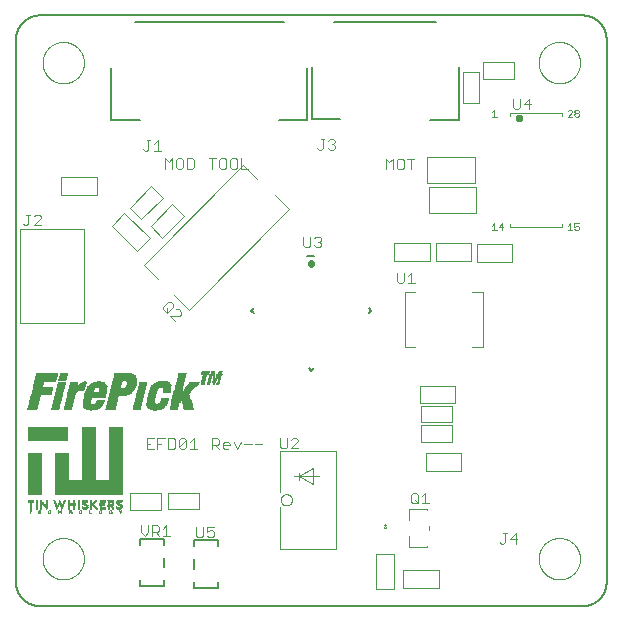
<source format=gto>
G75*
%MOIN*%
%OFA0B0*%
%FSLAX25Y25*%
%IPPOS*%
%LPD*%
%AMOC8*
5,1,8,0,0,1.08239X$1,22.5*
%
%ADD10C,0.00800*%
%ADD11C,0.00000*%
%ADD12C,0.00400*%
%ADD13C,0.00394*%
%ADD14C,0.00500*%
%ADD15C,0.00197*%
%ADD16R,0.00950X0.00050*%
%ADD17R,0.01050X0.00050*%
%ADD18R,0.02000X0.00050*%
%ADD19R,0.01900X0.00050*%
%ADD20R,0.02550X0.00050*%
%ADD21R,0.02500X0.00050*%
%ADD22R,0.02950X0.00050*%
%ADD23R,0.02900X0.00050*%
%ADD24R,0.03100X0.00050*%
%ADD25R,0.03300X0.00050*%
%ADD26R,0.03250X0.00050*%
%ADD27R,0.03200X0.00050*%
%ADD28R,0.03600X0.00050*%
%ADD29R,0.03500X0.00050*%
%ADD30R,0.03850X0.00050*%
%ADD31R,0.03750X0.00050*%
%ADD32R,0.04050X0.00050*%
%ADD33R,0.03950X0.00050*%
%ADD34R,0.04200X0.00050*%
%ADD35R,0.04400X0.00050*%
%ADD36R,0.04350X0.00050*%
%ADD37R,0.04550X0.00050*%
%ADD38R,0.04700X0.00050*%
%ADD39R,0.04850X0.00050*%
%ADD40R,0.05000X0.00050*%
%ADD41R,0.04950X0.00050*%
%ADD42R,0.03150X0.00050*%
%ADD43R,0.05100X0.00050*%
%ADD44R,0.05200X0.00050*%
%ADD45R,0.05300X0.00050*%
%ADD46R,0.05400X0.00050*%
%ADD47R,0.05450X0.00050*%
%ADD48R,0.05550X0.00050*%
%ADD49R,0.05600X0.00050*%
%ADD50R,0.05700X0.00050*%
%ADD51R,0.05750X0.00050*%
%ADD52R,0.05850X0.00050*%
%ADD53R,0.05900X0.00050*%
%ADD54R,0.03050X0.00050*%
%ADD55R,0.06000X0.00050*%
%ADD56R,0.06050X0.00050*%
%ADD57R,0.06100X0.00050*%
%ADD58R,0.06150X0.00050*%
%ADD59R,0.06200X0.00050*%
%ADD60R,0.06250X0.00050*%
%ADD61R,0.06300X0.00050*%
%ADD62R,0.06350X0.00050*%
%ADD63R,0.06400X0.00050*%
%ADD64R,0.06450X0.00050*%
%ADD65R,0.06500X0.00050*%
%ADD66R,0.06550X0.00050*%
%ADD67R,0.06650X0.00050*%
%ADD68R,0.06600X0.00050*%
%ADD69R,0.06700X0.00050*%
%ADD70R,0.02850X0.00050*%
%ADD71R,0.06750X0.00050*%
%ADD72R,0.02800X0.00050*%
%ADD73R,0.06800X0.00050*%
%ADD74R,0.02750X0.00050*%
%ADD75R,0.02700X0.00050*%
%ADD76R,0.03000X0.00050*%
%ADD77R,0.02650X0.00050*%
%ADD78R,0.03350X0.00050*%
%ADD79R,0.07350X0.00050*%
%ADD80R,0.05950X0.00050*%
%ADD81R,0.05800X0.00050*%
%ADD82R,0.05250X0.00050*%
%ADD83R,0.05500X0.00050*%
%ADD84R,0.07300X0.00050*%
%ADD85R,0.06900X0.00050*%
%ADD86R,0.05350X0.00050*%
%ADD87R,0.06950X0.00050*%
%ADD88R,0.07000X0.00050*%
%ADD89R,0.07050X0.00050*%
%ADD90R,0.07150X0.00050*%
%ADD91R,0.07250X0.00050*%
%ADD92R,0.07200X0.00050*%
%ADD93R,0.05650X0.00050*%
%ADD94R,0.07400X0.00050*%
%ADD95R,0.07450X0.00050*%
%ADD96R,0.07500X0.00050*%
%ADD97R,0.07550X0.00050*%
%ADD98R,0.03450X0.00050*%
%ADD99R,0.07600X0.00050*%
%ADD100R,0.07650X0.00050*%
%ADD101R,0.07700X0.00050*%
%ADD102R,0.04150X0.00050*%
%ADD103R,0.02600X0.00050*%
%ADD104R,0.07750X0.00050*%
%ADD105R,0.00200X0.00050*%
%ADD106R,0.07800X0.00050*%
%ADD107R,0.07850X0.00050*%
%ADD108R,0.07900X0.00050*%
%ADD109R,0.07950X0.00050*%
%ADD110R,0.03650X0.00050*%
%ADD111R,0.03400X0.00050*%
%ADD112R,0.02450X0.00050*%
%ADD113R,0.02400X0.00050*%
%ADD114R,0.02350X0.00050*%
%ADD115R,0.02300X0.00050*%
%ADD116R,0.02250X0.00050*%
%ADD117R,0.02200X0.00050*%
%ADD118R,0.02150X0.00050*%
%ADD119R,0.01100X0.00050*%
%ADD120R,0.00800X0.00050*%
%ADD121R,0.02100X0.00050*%
%ADD122R,0.00850X0.00050*%
%ADD123R,0.01000X0.00050*%
%ADD124R,0.05050X0.00050*%
%ADD125R,0.00900X0.00050*%
%ADD126R,0.01950X0.00050*%
%ADD127R,0.04900X0.00050*%
%ADD128R,0.04800X0.00050*%
%ADD129R,0.04650X0.00050*%
%ADD130R,0.01800X0.00050*%
%ADD131R,0.04450X0.00050*%
%ADD132R,0.01750X0.00050*%
%ADD133R,0.01700X0.00050*%
%ADD134R,0.01650X0.00050*%
%ADD135R,0.01550X0.00050*%
%ADD136R,0.04500X0.00050*%
%ADD137R,0.01500X0.00050*%
%ADD138R,0.01400X0.00050*%
%ADD139R,0.01300X0.00050*%
%ADD140R,0.01150X0.00050*%
%ADD141R,0.03700X0.00050*%
%ADD142R,0.00700X0.00050*%
%ADD143R,0.01200X0.00050*%
%ADD144R,0.01250X0.00050*%
%ADD145R,0.01350X0.00050*%
%ADD146R,0.01450X0.00050*%
%ADD147R,0.00750X0.00050*%
%ADD148R,0.07100X0.00050*%
%ADD149R,0.06850X0.00050*%
%ADD150R,0.01600X0.00050*%
%ADD151R,0.05150X0.00050*%
%ADD152C,0.01181*%
%ADD153C,0.01575*%
%ADD154C,0.00200*%
%ADD155R,0.00250X0.00050*%
%ADD156R,0.00550X0.00050*%
%ADD157R,0.00350X0.00050*%
%ADD158R,0.00450X0.00050*%
%ADD159R,0.00600X0.00050*%
%ADD160R,0.00400X0.00050*%
%ADD161R,0.00300X0.00050*%
%ADD162R,0.00500X0.00050*%
%ADD163R,0.00150X0.00050*%
%ADD164R,0.00100X0.00050*%
%ADD165R,0.00650X0.00050*%
%ADD166R,0.02050X0.00050*%
%ADD167R,0.01850X0.00050*%
%ADD168R,0.22600X0.00050*%
%ADD169R,0.04600X0.00050*%
%ADD170R,0.13600X0.00050*%
%ADD171R,0.13550X0.00050*%
D10*
X0003031Y0009274D02*
X0003031Y0190376D01*
X0003032Y0190376D02*
X0003034Y0190566D01*
X0003041Y0190756D01*
X0003053Y0190946D01*
X0003069Y0191136D01*
X0003089Y0191325D01*
X0003115Y0191514D01*
X0003144Y0191702D01*
X0003179Y0191889D01*
X0003218Y0192075D01*
X0003261Y0192260D01*
X0003309Y0192445D01*
X0003361Y0192628D01*
X0003417Y0192809D01*
X0003478Y0192989D01*
X0003544Y0193168D01*
X0003613Y0193345D01*
X0003687Y0193521D01*
X0003765Y0193694D01*
X0003848Y0193866D01*
X0003934Y0194035D01*
X0004024Y0194203D01*
X0004119Y0194368D01*
X0004217Y0194531D01*
X0004320Y0194691D01*
X0004426Y0194849D01*
X0004536Y0195004D01*
X0004649Y0195157D01*
X0004767Y0195307D01*
X0004888Y0195453D01*
X0005012Y0195597D01*
X0005140Y0195738D01*
X0005271Y0195876D01*
X0005406Y0196011D01*
X0005544Y0196142D01*
X0005685Y0196270D01*
X0005829Y0196394D01*
X0005975Y0196515D01*
X0006125Y0196633D01*
X0006278Y0196746D01*
X0006433Y0196856D01*
X0006591Y0196962D01*
X0006751Y0197065D01*
X0006914Y0197163D01*
X0007079Y0197258D01*
X0007247Y0197348D01*
X0007416Y0197434D01*
X0007588Y0197517D01*
X0007761Y0197595D01*
X0007937Y0197669D01*
X0008114Y0197738D01*
X0008293Y0197804D01*
X0008473Y0197865D01*
X0008654Y0197921D01*
X0008837Y0197973D01*
X0009022Y0198021D01*
X0009207Y0198064D01*
X0009393Y0198103D01*
X0009580Y0198138D01*
X0009768Y0198167D01*
X0009957Y0198193D01*
X0010146Y0198213D01*
X0010336Y0198229D01*
X0010526Y0198241D01*
X0010716Y0198248D01*
X0010906Y0198250D01*
X0192008Y0198250D01*
X0192198Y0198248D01*
X0192388Y0198241D01*
X0192578Y0198229D01*
X0192768Y0198213D01*
X0192957Y0198193D01*
X0193146Y0198167D01*
X0193334Y0198138D01*
X0193521Y0198103D01*
X0193707Y0198064D01*
X0193892Y0198021D01*
X0194077Y0197973D01*
X0194260Y0197921D01*
X0194441Y0197865D01*
X0194621Y0197804D01*
X0194800Y0197738D01*
X0194977Y0197669D01*
X0195153Y0197595D01*
X0195326Y0197517D01*
X0195498Y0197434D01*
X0195667Y0197348D01*
X0195835Y0197258D01*
X0196000Y0197163D01*
X0196163Y0197065D01*
X0196323Y0196962D01*
X0196481Y0196856D01*
X0196636Y0196746D01*
X0196789Y0196633D01*
X0196939Y0196515D01*
X0197085Y0196394D01*
X0197229Y0196270D01*
X0197370Y0196142D01*
X0197508Y0196011D01*
X0197643Y0195876D01*
X0197774Y0195738D01*
X0197902Y0195597D01*
X0198026Y0195453D01*
X0198147Y0195307D01*
X0198265Y0195157D01*
X0198378Y0195004D01*
X0198488Y0194849D01*
X0198594Y0194691D01*
X0198697Y0194531D01*
X0198795Y0194368D01*
X0198890Y0194203D01*
X0198980Y0194035D01*
X0199066Y0193866D01*
X0199149Y0193694D01*
X0199227Y0193521D01*
X0199301Y0193345D01*
X0199370Y0193168D01*
X0199436Y0192989D01*
X0199497Y0192809D01*
X0199553Y0192628D01*
X0199605Y0192445D01*
X0199653Y0192260D01*
X0199696Y0192075D01*
X0199735Y0191889D01*
X0199770Y0191702D01*
X0199799Y0191514D01*
X0199825Y0191325D01*
X0199845Y0191136D01*
X0199861Y0190946D01*
X0199873Y0190756D01*
X0199880Y0190566D01*
X0199882Y0190376D01*
X0199882Y0009274D01*
X0199880Y0009084D01*
X0199873Y0008894D01*
X0199861Y0008704D01*
X0199845Y0008514D01*
X0199825Y0008325D01*
X0199799Y0008136D01*
X0199770Y0007948D01*
X0199735Y0007761D01*
X0199696Y0007575D01*
X0199653Y0007390D01*
X0199605Y0007205D01*
X0199553Y0007022D01*
X0199497Y0006841D01*
X0199436Y0006661D01*
X0199370Y0006482D01*
X0199301Y0006305D01*
X0199227Y0006129D01*
X0199149Y0005956D01*
X0199066Y0005784D01*
X0198980Y0005615D01*
X0198890Y0005447D01*
X0198795Y0005282D01*
X0198697Y0005119D01*
X0198594Y0004959D01*
X0198488Y0004801D01*
X0198378Y0004646D01*
X0198265Y0004493D01*
X0198147Y0004343D01*
X0198026Y0004197D01*
X0197902Y0004053D01*
X0197774Y0003912D01*
X0197643Y0003774D01*
X0197508Y0003639D01*
X0197370Y0003508D01*
X0197229Y0003380D01*
X0197085Y0003256D01*
X0196939Y0003135D01*
X0196789Y0003017D01*
X0196636Y0002904D01*
X0196481Y0002794D01*
X0196323Y0002688D01*
X0196163Y0002585D01*
X0196000Y0002487D01*
X0195835Y0002392D01*
X0195667Y0002302D01*
X0195498Y0002216D01*
X0195326Y0002133D01*
X0195153Y0002055D01*
X0194977Y0001981D01*
X0194800Y0001912D01*
X0194621Y0001846D01*
X0194441Y0001785D01*
X0194260Y0001729D01*
X0194077Y0001677D01*
X0193892Y0001629D01*
X0193707Y0001586D01*
X0193521Y0001547D01*
X0193334Y0001512D01*
X0193146Y0001483D01*
X0192957Y0001457D01*
X0192768Y0001437D01*
X0192578Y0001421D01*
X0192388Y0001409D01*
X0192198Y0001402D01*
X0192008Y0001400D01*
X0010906Y0001400D01*
X0010716Y0001402D01*
X0010526Y0001409D01*
X0010336Y0001421D01*
X0010146Y0001437D01*
X0009957Y0001457D01*
X0009768Y0001483D01*
X0009580Y0001512D01*
X0009393Y0001547D01*
X0009207Y0001586D01*
X0009022Y0001629D01*
X0008837Y0001677D01*
X0008654Y0001729D01*
X0008473Y0001785D01*
X0008293Y0001846D01*
X0008114Y0001912D01*
X0007937Y0001981D01*
X0007761Y0002055D01*
X0007588Y0002133D01*
X0007416Y0002216D01*
X0007247Y0002302D01*
X0007079Y0002392D01*
X0006914Y0002487D01*
X0006751Y0002585D01*
X0006591Y0002688D01*
X0006433Y0002794D01*
X0006278Y0002904D01*
X0006125Y0003017D01*
X0005975Y0003135D01*
X0005829Y0003256D01*
X0005685Y0003380D01*
X0005544Y0003508D01*
X0005406Y0003639D01*
X0005271Y0003774D01*
X0005140Y0003912D01*
X0005012Y0004053D01*
X0004888Y0004197D01*
X0004767Y0004343D01*
X0004649Y0004493D01*
X0004536Y0004646D01*
X0004426Y0004801D01*
X0004320Y0004959D01*
X0004217Y0005119D01*
X0004119Y0005282D01*
X0004024Y0005447D01*
X0003934Y0005615D01*
X0003848Y0005784D01*
X0003765Y0005956D01*
X0003687Y0006129D01*
X0003613Y0006305D01*
X0003544Y0006482D01*
X0003478Y0006661D01*
X0003417Y0006841D01*
X0003361Y0007022D01*
X0003309Y0007205D01*
X0003261Y0007390D01*
X0003218Y0007575D01*
X0003179Y0007761D01*
X0003144Y0007948D01*
X0003115Y0008136D01*
X0003089Y0008325D01*
X0003069Y0008514D01*
X0003053Y0008704D01*
X0003041Y0008894D01*
X0003034Y0009084D01*
X0003032Y0009274D01*
D11*
X0011890Y0017148D02*
X0011892Y0017317D01*
X0011898Y0017486D01*
X0011909Y0017655D01*
X0011923Y0017823D01*
X0011942Y0017991D01*
X0011965Y0018159D01*
X0011991Y0018326D01*
X0012022Y0018492D01*
X0012057Y0018658D01*
X0012096Y0018822D01*
X0012140Y0018986D01*
X0012187Y0019148D01*
X0012238Y0019309D01*
X0012293Y0019469D01*
X0012352Y0019628D01*
X0012414Y0019785D01*
X0012481Y0019940D01*
X0012552Y0020094D01*
X0012626Y0020246D01*
X0012704Y0020396D01*
X0012785Y0020544D01*
X0012870Y0020690D01*
X0012959Y0020834D01*
X0013051Y0020976D01*
X0013147Y0021115D01*
X0013246Y0021252D01*
X0013348Y0021387D01*
X0013454Y0021519D01*
X0013563Y0021648D01*
X0013675Y0021775D01*
X0013790Y0021899D01*
X0013908Y0022020D01*
X0014029Y0022138D01*
X0014153Y0022253D01*
X0014280Y0022365D01*
X0014409Y0022474D01*
X0014541Y0022580D01*
X0014676Y0022682D01*
X0014813Y0022781D01*
X0014952Y0022877D01*
X0015094Y0022969D01*
X0015238Y0023058D01*
X0015384Y0023143D01*
X0015532Y0023224D01*
X0015682Y0023302D01*
X0015834Y0023376D01*
X0015988Y0023447D01*
X0016143Y0023514D01*
X0016300Y0023576D01*
X0016459Y0023635D01*
X0016619Y0023690D01*
X0016780Y0023741D01*
X0016942Y0023788D01*
X0017106Y0023832D01*
X0017270Y0023871D01*
X0017436Y0023906D01*
X0017602Y0023937D01*
X0017769Y0023963D01*
X0017937Y0023986D01*
X0018105Y0024005D01*
X0018273Y0024019D01*
X0018442Y0024030D01*
X0018611Y0024036D01*
X0018780Y0024038D01*
X0018949Y0024036D01*
X0019118Y0024030D01*
X0019287Y0024019D01*
X0019455Y0024005D01*
X0019623Y0023986D01*
X0019791Y0023963D01*
X0019958Y0023937D01*
X0020124Y0023906D01*
X0020290Y0023871D01*
X0020454Y0023832D01*
X0020618Y0023788D01*
X0020780Y0023741D01*
X0020941Y0023690D01*
X0021101Y0023635D01*
X0021260Y0023576D01*
X0021417Y0023514D01*
X0021572Y0023447D01*
X0021726Y0023376D01*
X0021878Y0023302D01*
X0022028Y0023224D01*
X0022176Y0023143D01*
X0022322Y0023058D01*
X0022466Y0022969D01*
X0022608Y0022877D01*
X0022747Y0022781D01*
X0022884Y0022682D01*
X0023019Y0022580D01*
X0023151Y0022474D01*
X0023280Y0022365D01*
X0023407Y0022253D01*
X0023531Y0022138D01*
X0023652Y0022020D01*
X0023770Y0021899D01*
X0023885Y0021775D01*
X0023997Y0021648D01*
X0024106Y0021519D01*
X0024212Y0021387D01*
X0024314Y0021252D01*
X0024413Y0021115D01*
X0024509Y0020976D01*
X0024601Y0020834D01*
X0024690Y0020690D01*
X0024775Y0020544D01*
X0024856Y0020396D01*
X0024934Y0020246D01*
X0025008Y0020094D01*
X0025079Y0019940D01*
X0025146Y0019785D01*
X0025208Y0019628D01*
X0025267Y0019469D01*
X0025322Y0019309D01*
X0025373Y0019148D01*
X0025420Y0018986D01*
X0025464Y0018822D01*
X0025503Y0018658D01*
X0025538Y0018492D01*
X0025569Y0018326D01*
X0025595Y0018159D01*
X0025618Y0017991D01*
X0025637Y0017823D01*
X0025651Y0017655D01*
X0025662Y0017486D01*
X0025668Y0017317D01*
X0025670Y0017148D01*
X0025668Y0016979D01*
X0025662Y0016810D01*
X0025651Y0016641D01*
X0025637Y0016473D01*
X0025618Y0016305D01*
X0025595Y0016137D01*
X0025569Y0015970D01*
X0025538Y0015804D01*
X0025503Y0015638D01*
X0025464Y0015474D01*
X0025420Y0015310D01*
X0025373Y0015148D01*
X0025322Y0014987D01*
X0025267Y0014827D01*
X0025208Y0014668D01*
X0025146Y0014511D01*
X0025079Y0014356D01*
X0025008Y0014202D01*
X0024934Y0014050D01*
X0024856Y0013900D01*
X0024775Y0013752D01*
X0024690Y0013606D01*
X0024601Y0013462D01*
X0024509Y0013320D01*
X0024413Y0013181D01*
X0024314Y0013044D01*
X0024212Y0012909D01*
X0024106Y0012777D01*
X0023997Y0012648D01*
X0023885Y0012521D01*
X0023770Y0012397D01*
X0023652Y0012276D01*
X0023531Y0012158D01*
X0023407Y0012043D01*
X0023280Y0011931D01*
X0023151Y0011822D01*
X0023019Y0011716D01*
X0022884Y0011614D01*
X0022747Y0011515D01*
X0022608Y0011419D01*
X0022466Y0011327D01*
X0022322Y0011238D01*
X0022176Y0011153D01*
X0022028Y0011072D01*
X0021878Y0010994D01*
X0021726Y0010920D01*
X0021572Y0010849D01*
X0021417Y0010782D01*
X0021260Y0010720D01*
X0021101Y0010661D01*
X0020941Y0010606D01*
X0020780Y0010555D01*
X0020618Y0010508D01*
X0020454Y0010464D01*
X0020290Y0010425D01*
X0020124Y0010390D01*
X0019958Y0010359D01*
X0019791Y0010333D01*
X0019623Y0010310D01*
X0019455Y0010291D01*
X0019287Y0010277D01*
X0019118Y0010266D01*
X0018949Y0010260D01*
X0018780Y0010258D01*
X0018611Y0010260D01*
X0018442Y0010266D01*
X0018273Y0010277D01*
X0018105Y0010291D01*
X0017937Y0010310D01*
X0017769Y0010333D01*
X0017602Y0010359D01*
X0017436Y0010390D01*
X0017270Y0010425D01*
X0017106Y0010464D01*
X0016942Y0010508D01*
X0016780Y0010555D01*
X0016619Y0010606D01*
X0016459Y0010661D01*
X0016300Y0010720D01*
X0016143Y0010782D01*
X0015988Y0010849D01*
X0015834Y0010920D01*
X0015682Y0010994D01*
X0015532Y0011072D01*
X0015384Y0011153D01*
X0015238Y0011238D01*
X0015094Y0011327D01*
X0014952Y0011419D01*
X0014813Y0011515D01*
X0014676Y0011614D01*
X0014541Y0011716D01*
X0014409Y0011822D01*
X0014280Y0011931D01*
X0014153Y0012043D01*
X0014029Y0012158D01*
X0013908Y0012276D01*
X0013790Y0012397D01*
X0013675Y0012521D01*
X0013563Y0012648D01*
X0013454Y0012777D01*
X0013348Y0012909D01*
X0013246Y0013044D01*
X0013147Y0013181D01*
X0013051Y0013320D01*
X0012959Y0013462D01*
X0012870Y0013606D01*
X0012785Y0013752D01*
X0012704Y0013900D01*
X0012626Y0014050D01*
X0012552Y0014202D01*
X0012481Y0014356D01*
X0012414Y0014511D01*
X0012352Y0014668D01*
X0012293Y0014827D01*
X0012238Y0014987D01*
X0012187Y0015148D01*
X0012140Y0015310D01*
X0012096Y0015474D01*
X0012057Y0015638D01*
X0012022Y0015804D01*
X0011991Y0015970D01*
X0011965Y0016137D01*
X0011942Y0016305D01*
X0011923Y0016473D01*
X0011909Y0016641D01*
X0011898Y0016810D01*
X0011892Y0016979D01*
X0011890Y0017148D01*
X0091278Y0036800D02*
X0091280Y0036886D01*
X0091286Y0036973D01*
X0091296Y0037058D01*
X0091310Y0037144D01*
X0091328Y0037228D01*
X0091349Y0037312D01*
X0091375Y0037394D01*
X0091404Y0037476D01*
X0091437Y0037555D01*
X0091474Y0037634D01*
X0091514Y0037710D01*
X0091558Y0037784D01*
X0091605Y0037857D01*
X0091656Y0037927D01*
X0091709Y0037995D01*
X0091766Y0038060D01*
X0091826Y0038122D01*
X0091888Y0038182D01*
X0091953Y0038239D01*
X0092021Y0038292D01*
X0092091Y0038343D01*
X0092164Y0038390D01*
X0092238Y0038434D01*
X0092314Y0038474D01*
X0092393Y0038511D01*
X0092472Y0038544D01*
X0092554Y0038573D01*
X0092636Y0038599D01*
X0092720Y0038620D01*
X0092804Y0038638D01*
X0092890Y0038652D01*
X0092975Y0038662D01*
X0093062Y0038668D01*
X0093148Y0038670D01*
X0093234Y0038668D01*
X0093321Y0038662D01*
X0093406Y0038652D01*
X0093492Y0038638D01*
X0093576Y0038620D01*
X0093660Y0038599D01*
X0093742Y0038573D01*
X0093824Y0038544D01*
X0093903Y0038511D01*
X0093982Y0038474D01*
X0094058Y0038434D01*
X0094132Y0038390D01*
X0094205Y0038343D01*
X0094275Y0038292D01*
X0094343Y0038239D01*
X0094408Y0038182D01*
X0094470Y0038122D01*
X0094530Y0038060D01*
X0094587Y0037995D01*
X0094640Y0037927D01*
X0094691Y0037857D01*
X0094738Y0037784D01*
X0094782Y0037710D01*
X0094822Y0037634D01*
X0094859Y0037555D01*
X0094892Y0037476D01*
X0094921Y0037394D01*
X0094947Y0037312D01*
X0094968Y0037228D01*
X0094986Y0037144D01*
X0095000Y0037058D01*
X0095010Y0036973D01*
X0095016Y0036886D01*
X0095018Y0036800D01*
X0095016Y0036714D01*
X0095010Y0036627D01*
X0095000Y0036542D01*
X0094986Y0036456D01*
X0094968Y0036372D01*
X0094947Y0036288D01*
X0094921Y0036206D01*
X0094892Y0036124D01*
X0094859Y0036045D01*
X0094822Y0035966D01*
X0094782Y0035890D01*
X0094738Y0035816D01*
X0094691Y0035743D01*
X0094640Y0035673D01*
X0094587Y0035605D01*
X0094530Y0035540D01*
X0094470Y0035478D01*
X0094408Y0035418D01*
X0094343Y0035361D01*
X0094275Y0035308D01*
X0094205Y0035257D01*
X0094132Y0035210D01*
X0094058Y0035166D01*
X0093982Y0035126D01*
X0093903Y0035089D01*
X0093824Y0035056D01*
X0093742Y0035027D01*
X0093660Y0035001D01*
X0093576Y0034980D01*
X0093492Y0034962D01*
X0093406Y0034948D01*
X0093321Y0034938D01*
X0093234Y0034932D01*
X0093148Y0034930D01*
X0093062Y0034932D01*
X0092975Y0034938D01*
X0092890Y0034948D01*
X0092804Y0034962D01*
X0092720Y0034980D01*
X0092636Y0035001D01*
X0092554Y0035027D01*
X0092472Y0035056D01*
X0092393Y0035089D01*
X0092314Y0035126D01*
X0092238Y0035166D01*
X0092164Y0035210D01*
X0092091Y0035257D01*
X0092021Y0035308D01*
X0091953Y0035361D01*
X0091888Y0035418D01*
X0091826Y0035478D01*
X0091766Y0035540D01*
X0091709Y0035605D01*
X0091656Y0035673D01*
X0091605Y0035743D01*
X0091558Y0035816D01*
X0091514Y0035890D01*
X0091474Y0035966D01*
X0091437Y0036045D01*
X0091404Y0036124D01*
X0091375Y0036206D01*
X0091349Y0036288D01*
X0091328Y0036372D01*
X0091310Y0036456D01*
X0091296Y0036542D01*
X0091286Y0036627D01*
X0091280Y0036714D01*
X0091278Y0036800D01*
X0177244Y0017148D02*
X0177246Y0017317D01*
X0177252Y0017486D01*
X0177263Y0017655D01*
X0177277Y0017823D01*
X0177296Y0017991D01*
X0177319Y0018159D01*
X0177345Y0018326D01*
X0177376Y0018492D01*
X0177411Y0018658D01*
X0177450Y0018822D01*
X0177494Y0018986D01*
X0177541Y0019148D01*
X0177592Y0019309D01*
X0177647Y0019469D01*
X0177706Y0019628D01*
X0177768Y0019785D01*
X0177835Y0019940D01*
X0177906Y0020094D01*
X0177980Y0020246D01*
X0178058Y0020396D01*
X0178139Y0020544D01*
X0178224Y0020690D01*
X0178313Y0020834D01*
X0178405Y0020976D01*
X0178501Y0021115D01*
X0178600Y0021252D01*
X0178702Y0021387D01*
X0178808Y0021519D01*
X0178917Y0021648D01*
X0179029Y0021775D01*
X0179144Y0021899D01*
X0179262Y0022020D01*
X0179383Y0022138D01*
X0179507Y0022253D01*
X0179634Y0022365D01*
X0179763Y0022474D01*
X0179895Y0022580D01*
X0180030Y0022682D01*
X0180167Y0022781D01*
X0180306Y0022877D01*
X0180448Y0022969D01*
X0180592Y0023058D01*
X0180738Y0023143D01*
X0180886Y0023224D01*
X0181036Y0023302D01*
X0181188Y0023376D01*
X0181342Y0023447D01*
X0181497Y0023514D01*
X0181654Y0023576D01*
X0181813Y0023635D01*
X0181973Y0023690D01*
X0182134Y0023741D01*
X0182296Y0023788D01*
X0182460Y0023832D01*
X0182624Y0023871D01*
X0182790Y0023906D01*
X0182956Y0023937D01*
X0183123Y0023963D01*
X0183291Y0023986D01*
X0183459Y0024005D01*
X0183627Y0024019D01*
X0183796Y0024030D01*
X0183965Y0024036D01*
X0184134Y0024038D01*
X0184303Y0024036D01*
X0184472Y0024030D01*
X0184641Y0024019D01*
X0184809Y0024005D01*
X0184977Y0023986D01*
X0185145Y0023963D01*
X0185312Y0023937D01*
X0185478Y0023906D01*
X0185644Y0023871D01*
X0185808Y0023832D01*
X0185972Y0023788D01*
X0186134Y0023741D01*
X0186295Y0023690D01*
X0186455Y0023635D01*
X0186614Y0023576D01*
X0186771Y0023514D01*
X0186926Y0023447D01*
X0187080Y0023376D01*
X0187232Y0023302D01*
X0187382Y0023224D01*
X0187530Y0023143D01*
X0187676Y0023058D01*
X0187820Y0022969D01*
X0187962Y0022877D01*
X0188101Y0022781D01*
X0188238Y0022682D01*
X0188373Y0022580D01*
X0188505Y0022474D01*
X0188634Y0022365D01*
X0188761Y0022253D01*
X0188885Y0022138D01*
X0189006Y0022020D01*
X0189124Y0021899D01*
X0189239Y0021775D01*
X0189351Y0021648D01*
X0189460Y0021519D01*
X0189566Y0021387D01*
X0189668Y0021252D01*
X0189767Y0021115D01*
X0189863Y0020976D01*
X0189955Y0020834D01*
X0190044Y0020690D01*
X0190129Y0020544D01*
X0190210Y0020396D01*
X0190288Y0020246D01*
X0190362Y0020094D01*
X0190433Y0019940D01*
X0190500Y0019785D01*
X0190562Y0019628D01*
X0190621Y0019469D01*
X0190676Y0019309D01*
X0190727Y0019148D01*
X0190774Y0018986D01*
X0190818Y0018822D01*
X0190857Y0018658D01*
X0190892Y0018492D01*
X0190923Y0018326D01*
X0190949Y0018159D01*
X0190972Y0017991D01*
X0190991Y0017823D01*
X0191005Y0017655D01*
X0191016Y0017486D01*
X0191022Y0017317D01*
X0191024Y0017148D01*
X0191022Y0016979D01*
X0191016Y0016810D01*
X0191005Y0016641D01*
X0190991Y0016473D01*
X0190972Y0016305D01*
X0190949Y0016137D01*
X0190923Y0015970D01*
X0190892Y0015804D01*
X0190857Y0015638D01*
X0190818Y0015474D01*
X0190774Y0015310D01*
X0190727Y0015148D01*
X0190676Y0014987D01*
X0190621Y0014827D01*
X0190562Y0014668D01*
X0190500Y0014511D01*
X0190433Y0014356D01*
X0190362Y0014202D01*
X0190288Y0014050D01*
X0190210Y0013900D01*
X0190129Y0013752D01*
X0190044Y0013606D01*
X0189955Y0013462D01*
X0189863Y0013320D01*
X0189767Y0013181D01*
X0189668Y0013044D01*
X0189566Y0012909D01*
X0189460Y0012777D01*
X0189351Y0012648D01*
X0189239Y0012521D01*
X0189124Y0012397D01*
X0189006Y0012276D01*
X0188885Y0012158D01*
X0188761Y0012043D01*
X0188634Y0011931D01*
X0188505Y0011822D01*
X0188373Y0011716D01*
X0188238Y0011614D01*
X0188101Y0011515D01*
X0187962Y0011419D01*
X0187820Y0011327D01*
X0187676Y0011238D01*
X0187530Y0011153D01*
X0187382Y0011072D01*
X0187232Y0010994D01*
X0187080Y0010920D01*
X0186926Y0010849D01*
X0186771Y0010782D01*
X0186614Y0010720D01*
X0186455Y0010661D01*
X0186295Y0010606D01*
X0186134Y0010555D01*
X0185972Y0010508D01*
X0185808Y0010464D01*
X0185644Y0010425D01*
X0185478Y0010390D01*
X0185312Y0010359D01*
X0185145Y0010333D01*
X0184977Y0010310D01*
X0184809Y0010291D01*
X0184641Y0010277D01*
X0184472Y0010266D01*
X0184303Y0010260D01*
X0184134Y0010258D01*
X0183965Y0010260D01*
X0183796Y0010266D01*
X0183627Y0010277D01*
X0183459Y0010291D01*
X0183291Y0010310D01*
X0183123Y0010333D01*
X0182956Y0010359D01*
X0182790Y0010390D01*
X0182624Y0010425D01*
X0182460Y0010464D01*
X0182296Y0010508D01*
X0182134Y0010555D01*
X0181973Y0010606D01*
X0181813Y0010661D01*
X0181654Y0010720D01*
X0181497Y0010782D01*
X0181342Y0010849D01*
X0181188Y0010920D01*
X0181036Y0010994D01*
X0180886Y0011072D01*
X0180738Y0011153D01*
X0180592Y0011238D01*
X0180448Y0011327D01*
X0180306Y0011419D01*
X0180167Y0011515D01*
X0180030Y0011614D01*
X0179895Y0011716D01*
X0179763Y0011822D01*
X0179634Y0011931D01*
X0179507Y0012043D01*
X0179383Y0012158D01*
X0179262Y0012276D01*
X0179144Y0012397D01*
X0179029Y0012521D01*
X0178917Y0012648D01*
X0178808Y0012777D01*
X0178702Y0012909D01*
X0178600Y0013044D01*
X0178501Y0013181D01*
X0178405Y0013320D01*
X0178313Y0013462D01*
X0178224Y0013606D01*
X0178139Y0013752D01*
X0178058Y0013900D01*
X0177980Y0014050D01*
X0177906Y0014202D01*
X0177835Y0014356D01*
X0177768Y0014511D01*
X0177706Y0014668D01*
X0177647Y0014827D01*
X0177592Y0014987D01*
X0177541Y0015148D01*
X0177494Y0015310D01*
X0177450Y0015474D01*
X0177411Y0015638D01*
X0177376Y0015804D01*
X0177345Y0015970D01*
X0177319Y0016137D01*
X0177296Y0016305D01*
X0177277Y0016473D01*
X0177263Y0016641D01*
X0177252Y0016810D01*
X0177246Y0016979D01*
X0177244Y0017148D01*
X0177244Y0182502D02*
X0177246Y0182671D01*
X0177252Y0182840D01*
X0177263Y0183009D01*
X0177277Y0183177D01*
X0177296Y0183345D01*
X0177319Y0183513D01*
X0177345Y0183680D01*
X0177376Y0183846D01*
X0177411Y0184012D01*
X0177450Y0184176D01*
X0177494Y0184340D01*
X0177541Y0184502D01*
X0177592Y0184663D01*
X0177647Y0184823D01*
X0177706Y0184982D01*
X0177768Y0185139D01*
X0177835Y0185294D01*
X0177906Y0185448D01*
X0177980Y0185600D01*
X0178058Y0185750D01*
X0178139Y0185898D01*
X0178224Y0186044D01*
X0178313Y0186188D01*
X0178405Y0186330D01*
X0178501Y0186469D01*
X0178600Y0186606D01*
X0178702Y0186741D01*
X0178808Y0186873D01*
X0178917Y0187002D01*
X0179029Y0187129D01*
X0179144Y0187253D01*
X0179262Y0187374D01*
X0179383Y0187492D01*
X0179507Y0187607D01*
X0179634Y0187719D01*
X0179763Y0187828D01*
X0179895Y0187934D01*
X0180030Y0188036D01*
X0180167Y0188135D01*
X0180306Y0188231D01*
X0180448Y0188323D01*
X0180592Y0188412D01*
X0180738Y0188497D01*
X0180886Y0188578D01*
X0181036Y0188656D01*
X0181188Y0188730D01*
X0181342Y0188801D01*
X0181497Y0188868D01*
X0181654Y0188930D01*
X0181813Y0188989D01*
X0181973Y0189044D01*
X0182134Y0189095D01*
X0182296Y0189142D01*
X0182460Y0189186D01*
X0182624Y0189225D01*
X0182790Y0189260D01*
X0182956Y0189291D01*
X0183123Y0189317D01*
X0183291Y0189340D01*
X0183459Y0189359D01*
X0183627Y0189373D01*
X0183796Y0189384D01*
X0183965Y0189390D01*
X0184134Y0189392D01*
X0184303Y0189390D01*
X0184472Y0189384D01*
X0184641Y0189373D01*
X0184809Y0189359D01*
X0184977Y0189340D01*
X0185145Y0189317D01*
X0185312Y0189291D01*
X0185478Y0189260D01*
X0185644Y0189225D01*
X0185808Y0189186D01*
X0185972Y0189142D01*
X0186134Y0189095D01*
X0186295Y0189044D01*
X0186455Y0188989D01*
X0186614Y0188930D01*
X0186771Y0188868D01*
X0186926Y0188801D01*
X0187080Y0188730D01*
X0187232Y0188656D01*
X0187382Y0188578D01*
X0187530Y0188497D01*
X0187676Y0188412D01*
X0187820Y0188323D01*
X0187962Y0188231D01*
X0188101Y0188135D01*
X0188238Y0188036D01*
X0188373Y0187934D01*
X0188505Y0187828D01*
X0188634Y0187719D01*
X0188761Y0187607D01*
X0188885Y0187492D01*
X0189006Y0187374D01*
X0189124Y0187253D01*
X0189239Y0187129D01*
X0189351Y0187002D01*
X0189460Y0186873D01*
X0189566Y0186741D01*
X0189668Y0186606D01*
X0189767Y0186469D01*
X0189863Y0186330D01*
X0189955Y0186188D01*
X0190044Y0186044D01*
X0190129Y0185898D01*
X0190210Y0185750D01*
X0190288Y0185600D01*
X0190362Y0185448D01*
X0190433Y0185294D01*
X0190500Y0185139D01*
X0190562Y0184982D01*
X0190621Y0184823D01*
X0190676Y0184663D01*
X0190727Y0184502D01*
X0190774Y0184340D01*
X0190818Y0184176D01*
X0190857Y0184012D01*
X0190892Y0183846D01*
X0190923Y0183680D01*
X0190949Y0183513D01*
X0190972Y0183345D01*
X0190991Y0183177D01*
X0191005Y0183009D01*
X0191016Y0182840D01*
X0191022Y0182671D01*
X0191024Y0182502D01*
X0191022Y0182333D01*
X0191016Y0182164D01*
X0191005Y0181995D01*
X0190991Y0181827D01*
X0190972Y0181659D01*
X0190949Y0181491D01*
X0190923Y0181324D01*
X0190892Y0181158D01*
X0190857Y0180992D01*
X0190818Y0180828D01*
X0190774Y0180664D01*
X0190727Y0180502D01*
X0190676Y0180341D01*
X0190621Y0180181D01*
X0190562Y0180022D01*
X0190500Y0179865D01*
X0190433Y0179710D01*
X0190362Y0179556D01*
X0190288Y0179404D01*
X0190210Y0179254D01*
X0190129Y0179106D01*
X0190044Y0178960D01*
X0189955Y0178816D01*
X0189863Y0178674D01*
X0189767Y0178535D01*
X0189668Y0178398D01*
X0189566Y0178263D01*
X0189460Y0178131D01*
X0189351Y0178002D01*
X0189239Y0177875D01*
X0189124Y0177751D01*
X0189006Y0177630D01*
X0188885Y0177512D01*
X0188761Y0177397D01*
X0188634Y0177285D01*
X0188505Y0177176D01*
X0188373Y0177070D01*
X0188238Y0176968D01*
X0188101Y0176869D01*
X0187962Y0176773D01*
X0187820Y0176681D01*
X0187676Y0176592D01*
X0187530Y0176507D01*
X0187382Y0176426D01*
X0187232Y0176348D01*
X0187080Y0176274D01*
X0186926Y0176203D01*
X0186771Y0176136D01*
X0186614Y0176074D01*
X0186455Y0176015D01*
X0186295Y0175960D01*
X0186134Y0175909D01*
X0185972Y0175862D01*
X0185808Y0175818D01*
X0185644Y0175779D01*
X0185478Y0175744D01*
X0185312Y0175713D01*
X0185145Y0175687D01*
X0184977Y0175664D01*
X0184809Y0175645D01*
X0184641Y0175631D01*
X0184472Y0175620D01*
X0184303Y0175614D01*
X0184134Y0175612D01*
X0183965Y0175614D01*
X0183796Y0175620D01*
X0183627Y0175631D01*
X0183459Y0175645D01*
X0183291Y0175664D01*
X0183123Y0175687D01*
X0182956Y0175713D01*
X0182790Y0175744D01*
X0182624Y0175779D01*
X0182460Y0175818D01*
X0182296Y0175862D01*
X0182134Y0175909D01*
X0181973Y0175960D01*
X0181813Y0176015D01*
X0181654Y0176074D01*
X0181497Y0176136D01*
X0181342Y0176203D01*
X0181188Y0176274D01*
X0181036Y0176348D01*
X0180886Y0176426D01*
X0180738Y0176507D01*
X0180592Y0176592D01*
X0180448Y0176681D01*
X0180306Y0176773D01*
X0180167Y0176869D01*
X0180030Y0176968D01*
X0179895Y0177070D01*
X0179763Y0177176D01*
X0179634Y0177285D01*
X0179507Y0177397D01*
X0179383Y0177512D01*
X0179262Y0177630D01*
X0179144Y0177751D01*
X0179029Y0177875D01*
X0178917Y0178002D01*
X0178808Y0178131D01*
X0178702Y0178263D01*
X0178600Y0178398D01*
X0178501Y0178535D01*
X0178405Y0178674D01*
X0178313Y0178816D01*
X0178224Y0178960D01*
X0178139Y0179106D01*
X0178058Y0179254D01*
X0177980Y0179404D01*
X0177906Y0179556D01*
X0177835Y0179710D01*
X0177768Y0179865D01*
X0177706Y0180022D01*
X0177647Y0180181D01*
X0177592Y0180341D01*
X0177541Y0180502D01*
X0177494Y0180664D01*
X0177450Y0180828D01*
X0177411Y0180992D01*
X0177376Y0181158D01*
X0177345Y0181324D01*
X0177319Y0181491D01*
X0177296Y0181659D01*
X0177277Y0181827D01*
X0177263Y0181995D01*
X0177252Y0182164D01*
X0177246Y0182333D01*
X0177244Y0182502D01*
X0011890Y0182502D02*
X0011892Y0182671D01*
X0011898Y0182840D01*
X0011909Y0183009D01*
X0011923Y0183177D01*
X0011942Y0183345D01*
X0011965Y0183513D01*
X0011991Y0183680D01*
X0012022Y0183846D01*
X0012057Y0184012D01*
X0012096Y0184176D01*
X0012140Y0184340D01*
X0012187Y0184502D01*
X0012238Y0184663D01*
X0012293Y0184823D01*
X0012352Y0184982D01*
X0012414Y0185139D01*
X0012481Y0185294D01*
X0012552Y0185448D01*
X0012626Y0185600D01*
X0012704Y0185750D01*
X0012785Y0185898D01*
X0012870Y0186044D01*
X0012959Y0186188D01*
X0013051Y0186330D01*
X0013147Y0186469D01*
X0013246Y0186606D01*
X0013348Y0186741D01*
X0013454Y0186873D01*
X0013563Y0187002D01*
X0013675Y0187129D01*
X0013790Y0187253D01*
X0013908Y0187374D01*
X0014029Y0187492D01*
X0014153Y0187607D01*
X0014280Y0187719D01*
X0014409Y0187828D01*
X0014541Y0187934D01*
X0014676Y0188036D01*
X0014813Y0188135D01*
X0014952Y0188231D01*
X0015094Y0188323D01*
X0015238Y0188412D01*
X0015384Y0188497D01*
X0015532Y0188578D01*
X0015682Y0188656D01*
X0015834Y0188730D01*
X0015988Y0188801D01*
X0016143Y0188868D01*
X0016300Y0188930D01*
X0016459Y0188989D01*
X0016619Y0189044D01*
X0016780Y0189095D01*
X0016942Y0189142D01*
X0017106Y0189186D01*
X0017270Y0189225D01*
X0017436Y0189260D01*
X0017602Y0189291D01*
X0017769Y0189317D01*
X0017937Y0189340D01*
X0018105Y0189359D01*
X0018273Y0189373D01*
X0018442Y0189384D01*
X0018611Y0189390D01*
X0018780Y0189392D01*
X0018949Y0189390D01*
X0019118Y0189384D01*
X0019287Y0189373D01*
X0019455Y0189359D01*
X0019623Y0189340D01*
X0019791Y0189317D01*
X0019958Y0189291D01*
X0020124Y0189260D01*
X0020290Y0189225D01*
X0020454Y0189186D01*
X0020618Y0189142D01*
X0020780Y0189095D01*
X0020941Y0189044D01*
X0021101Y0188989D01*
X0021260Y0188930D01*
X0021417Y0188868D01*
X0021572Y0188801D01*
X0021726Y0188730D01*
X0021878Y0188656D01*
X0022028Y0188578D01*
X0022176Y0188497D01*
X0022322Y0188412D01*
X0022466Y0188323D01*
X0022608Y0188231D01*
X0022747Y0188135D01*
X0022884Y0188036D01*
X0023019Y0187934D01*
X0023151Y0187828D01*
X0023280Y0187719D01*
X0023407Y0187607D01*
X0023531Y0187492D01*
X0023652Y0187374D01*
X0023770Y0187253D01*
X0023885Y0187129D01*
X0023997Y0187002D01*
X0024106Y0186873D01*
X0024212Y0186741D01*
X0024314Y0186606D01*
X0024413Y0186469D01*
X0024509Y0186330D01*
X0024601Y0186188D01*
X0024690Y0186044D01*
X0024775Y0185898D01*
X0024856Y0185750D01*
X0024934Y0185600D01*
X0025008Y0185448D01*
X0025079Y0185294D01*
X0025146Y0185139D01*
X0025208Y0184982D01*
X0025267Y0184823D01*
X0025322Y0184663D01*
X0025373Y0184502D01*
X0025420Y0184340D01*
X0025464Y0184176D01*
X0025503Y0184012D01*
X0025538Y0183846D01*
X0025569Y0183680D01*
X0025595Y0183513D01*
X0025618Y0183345D01*
X0025637Y0183177D01*
X0025651Y0183009D01*
X0025662Y0182840D01*
X0025668Y0182671D01*
X0025670Y0182502D01*
X0025668Y0182333D01*
X0025662Y0182164D01*
X0025651Y0181995D01*
X0025637Y0181827D01*
X0025618Y0181659D01*
X0025595Y0181491D01*
X0025569Y0181324D01*
X0025538Y0181158D01*
X0025503Y0180992D01*
X0025464Y0180828D01*
X0025420Y0180664D01*
X0025373Y0180502D01*
X0025322Y0180341D01*
X0025267Y0180181D01*
X0025208Y0180022D01*
X0025146Y0179865D01*
X0025079Y0179710D01*
X0025008Y0179556D01*
X0024934Y0179404D01*
X0024856Y0179254D01*
X0024775Y0179106D01*
X0024690Y0178960D01*
X0024601Y0178816D01*
X0024509Y0178674D01*
X0024413Y0178535D01*
X0024314Y0178398D01*
X0024212Y0178263D01*
X0024106Y0178131D01*
X0023997Y0178002D01*
X0023885Y0177875D01*
X0023770Y0177751D01*
X0023652Y0177630D01*
X0023531Y0177512D01*
X0023407Y0177397D01*
X0023280Y0177285D01*
X0023151Y0177176D01*
X0023019Y0177070D01*
X0022884Y0176968D01*
X0022747Y0176869D01*
X0022608Y0176773D01*
X0022466Y0176681D01*
X0022322Y0176592D01*
X0022176Y0176507D01*
X0022028Y0176426D01*
X0021878Y0176348D01*
X0021726Y0176274D01*
X0021572Y0176203D01*
X0021417Y0176136D01*
X0021260Y0176074D01*
X0021101Y0176015D01*
X0020941Y0175960D01*
X0020780Y0175909D01*
X0020618Y0175862D01*
X0020454Y0175818D01*
X0020290Y0175779D01*
X0020124Y0175744D01*
X0019958Y0175713D01*
X0019791Y0175687D01*
X0019623Y0175664D01*
X0019455Y0175645D01*
X0019287Y0175631D01*
X0019118Y0175620D01*
X0018949Y0175614D01*
X0018780Y0175612D01*
X0018611Y0175614D01*
X0018442Y0175620D01*
X0018273Y0175631D01*
X0018105Y0175645D01*
X0017937Y0175664D01*
X0017769Y0175687D01*
X0017602Y0175713D01*
X0017436Y0175744D01*
X0017270Y0175779D01*
X0017106Y0175818D01*
X0016942Y0175862D01*
X0016780Y0175909D01*
X0016619Y0175960D01*
X0016459Y0176015D01*
X0016300Y0176074D01*
X0016143Y0176136D01*
X0015988Y0176203D01*
X0015834Y0176274D01*
X0015682Y0176348D01*
X0015532Y0176426D01*
X0015384Y0176507D01*
X0015238Y0176592D01*
X0015094Y0176681D01*
X0014952Y0176773D01*
X0014813Y0176869D01*
X0014676Y0176968D01*
X0014541Y0177070D01*
X0014409Y0177176D01*
X0014280Y0177285D01*
X0014153Y0177397D01*
X0014029Y0177512D01*
X0013908Y0177630D01*
X0013790Y0177751D01*
X0013675Y0177875D01*
X0013563Y0178002D01*
X0013454Y0178131D01*
X0013348Y0178263D01*
X0013246Y0178398D01*
X0013147Y0178535D01*
X0013051Y0178674D01*
X0012959Y0178816D01*
X0012870Y0178960D01*
X0012785Y0179106D01*
X0012704Y0179254D01*
X0012626Y0179404D01*
X0012552Y0179556D01*
X0012481Y0179710D01*
X0012414Y0179865D01*
X0012352Y0180022D01*
X0012293Y0180181D01*
X0012238Y0180341D01*
X0012187Y0180502D01*
X0012140Y0180664D01*
X0012096Y0180828D01*
X0012057Y0180992D01*
X0012022Y0181158D01*
X0011991Y0181324D01*
X0011965Y0181491D01*
X0011942Y0181659D01*
X0011923Y0181827D01*
X0011909Y0181995D01*
X0011898Y0182164D01*
X0011892Y0182333D01*
X0011890Y0182502D01*
D12*
X0045395Y0153681D02*
X0045985Y0153091D01*
X0046575Y0153091D01*
X0047165Y0153681D01*
X0047165Y0156631D01*
X0046575Y0156631D02*
X0047755Y0156631D01*
X0049020Y0155451D02*
X0050200Y0156631D01*
X0050200Y0153091D01*
X0049020Y0153091D02*
X0051380Y0153091D01*
X0052694Y0150682D02*
X0053874Y0149502D01*
X0055055Y0150682D01*
X0055055Y0147142D01*
X0056320Y0147732D02*
X0056910Y0147142D01*
X0058090Y0147142D01*
X0058680Y0147732D01*
X0058680Y0150092D01*
X0058090Y0150682D01*
X0056910Y0150682D01*
X0056320Y0150092D01*
X0056320Y0147732D01*
X0052694Y0147142D02*
X0052694Y0150682D01*
X0059945Y0150682D02*
X0059945Y0147142D01*
X0061715Y0147142D01*
X0062305Y0147732D01*
X0062305Y0150092D01*
X0061715Y0150682D01*
X0059945Y0150682D01*
X0067195Y0150682D02*
X0069555Y0150682D01*
X0068375Y0150682D02*
X0068375Y0147142D01*
X0070820Y0147732D02*
X0071410Y0147142D01*
X0072590Y0147142D01*
X0073180Y0147732D01*
X0073180Y0150092D01*
X0072590Y0150682D01*
X0071410Y0150682D01*
X0070820Y0150092D01*
X0070820Y0147732D01*
X0074445Y0147732D02*
X0074445Y0150092D01*
X0075035Y0150682D01*
X0076215Y0150682D01*
X0076805Y0150092D01*
X0076805Y0147732D01*
X0076215Y0147142D01*
X0075035Y0147142D01*
X0074445Y0147732D01*
X0078070Y0147142D02*
X0078070Y0150682D01*
X0078070Y0147142D02*
X0080430Y0147142D01*
X0098804Y0124521D02*
X0098804Y0121571D01*
X0099394Y0120981D01*
X0100574Y0120981D01*
X0101164Y0121571D01*
X0101164Y0124521D01*
X0102429Y0123931D02*
X0103019Y0124521D01*
X0104199Y0124521D01*
X0104789Y0123931D01*
X0104789Y0123341D01*
X0104199Y0122751D01*
X0104789Y0122161D01*
X0104789Y0121571D01*
X0104199Y0120981D01*
X0103019Y0120981D01*
X0102429Y0121571D01*
X0103609Y0122751D02*
X0104199Y0122751D01*
X0126231Y0146942D02*
X0126231Y0150482D01*
X0127412Y0149302D01*
X0128592Y0150482D01*
X0128592Y0146942D01*
X0129857Y0147532D02*
X0129857Y0149892D01*
X0130447Y0150482D01*
X0131627Y0150482D01*
X0132217Y0149892D01*
X0132217Y0147532D01*
X0131627Y0146942D01*
X0130447Y0146942D01*
X0129857Y0147532D01*
X0133482Y0150482D02*
X0135842Y0150482D01*
X0134662Y0150482D02*
X0134662Y0146942D01*
X0109405Y0154140D02*
X0108815Y0153550D01*
X0107635Y0153550D01*
X0107045Y0154140D01*
X0108225Y0155320D02*
X0108815Y0155320D01*
X0109405Y0154730D01*
X0109405Y0154140D01*
X0108815Y0155320D02*
X0109405Y0155910D01*
X0109405Y0156500D01*
X0108815Y0157090D01*
X0107635Y0157090D01*
X0107045Y0156500D01*
X0105780Y0157090D02*
X0104600Y0157090D01*
X0105190Y0157090D02*
X0105190Y0154140D01*
X0104600Y0153550D01*
X0104010Y0153550D01*
X0103420Y0154140D01*
X0130017Y0112527D02*
X0130017Y0109577D01*
X0130607Y0108987D01*
X0131787Y0108987D01*
X0132377Y0109577D01*
X0132377Y0112527D01*
X0133642Y0111347D02*
X0134822Y0112527D01*
X0134822Y0108987D01*
X0133642Y0108987D02*
X0136002Y0108987D01*
X0096519Y0057457D02*
X0095339Y0057457D01*
X0094749Y0056867D01*
X0093484Y0057457D02*
X0093484Y0054507D01*
X0092894Y0053917D01*
X0091714Y0053917D01*
X0091124Y0054507D01*
X0091124Y0057457D01*
X0094749Y0053917D02*
X0097109Y0056277D01*
X0097109Y0056867D01*
X0096519Y0057457D01*
X0097109Y0053917D02*
X0094749Y0053917D01*
X0085150Y0055535D02*
X0082790Y0055535D01*
X0081525Y0055535D02*
X0079165Y0055535D01*
X0077900Y0056125D02*
X0076720Y0053765D01*
X0075540Y0056125D01*
X0074275Y0055535D02*
X0074275Y0054945D01*
X0071915Y0054945D01*
X0071915Y0054355D02*
X0071915Y0055535D01*
X0072505Y0056125D01*
X0073685Y0056125D01*
X0074275Y0055535D01*
X0073685Y0053765D02*
X0072505Y0053765D01*
X0071915Y0054355D01*
X0070649Y0053765D02*
X0069469Y0054945D01*
X0070059Y0054945D02*
X0068289Y0054945D01*
X0068289Y0053765D02*
X0068289Y0057305D01*
X0070059Y0057305D01*
X0070649Y0056715D01*
X0070649Y0055535D01*
X0070059Y0054945D01*
X0063399Y0053765D02*
X0061039Y0053765D01*
X0062219Y0053765D02*
X0062219Y0057305D01*
X0061039Y0056125D01*
X0059774Y0056715D02*
X0057414Y0054355D01*
X0058004Y0053765D01*
X0059184Y0053765D01*
X0059774Y0054355D01*
X0059774Y0056715D01*
X0059184Y0057305D01*
X0058004Y0057305D01*
X0057414Y0056715D01*
X0057414Y0054355D01*
X0056149Y0054355D02*
X0055559Y0053765D01*
X0053789Y0053765D01*
X0053789Y0057305D01*
X0055559Y0057305D01*
X0056149Y0056715D01*
X0056149Y0054355D01*
X0052524Y0057305D02*
X0050164Y0057305D01*
X0050164Y0053765D01*
X0048899Y0053765D02*
X0046539Y0053765D01*
X0046539Y0057305D01*
X0048899Y0057305D01*
X0047719Y0055535D02*
X0046539Y0055535D01*
X0050164Y0055535D02*
X0051344Y0055535D01*
X0050119Y0028290D02*
X0050709Y0027700D01*
X0050709Y0026520D01*
X0050119Y0025930D01*
X0048349Y0025930D01*
X0049529Y0025930D02*
X0050709Y0024750D01*
X0051974Y0024750D02*
X0054334Y0024750D01*
X0053154Y0024750D02*
X0053154Y0028290D01*
X0051974Y0027110D01*
X0050119Y0028290D02*
X0048349Y0028290D01*
X0048349Y0024750D01*
X0047084Y0025930D02*
X0047084Y0028290D01*
X0044724Y0028290D02*
X0044724Y0025930D01*
X0045904Y0024750D01*
X0047084Y0025930D01*
X0062974Y0024840D02*
X0063564Y0024250D01*
X0064744Y0024250D01*
X0065334Y0024840D01*
X0065334Y0027790D01*
X0066599Y0027790D02*
X0066599Y0026020D01*
X0067779Y0026610D01*
X0068369Y0026610D01*
X0068959Y0026020D01*
X0068959Y0024840D01*
X0068369Y0024250D01*
X0067189Y0024250D01*
X0066599Y0024840D01*
X0066599Y0027790D02*
X0068959Y0027790D01*
X0062974Y0027790D02*
X0062974Y0024840D01*
X0134680Y0036174D02*
X0135270Y0035584D01*
X0136450Y0035584D01*
X0137040Y0036174D01*
X0137040Y0038534D01*
X0136450Y0039124D01*
X0135270Y0039124D01*
X0134680Y0038534D01*
X0134680Y0036174D01*
X0135860Y0036764D02*
X0137040Y0035584D01*
X0138305Y0035584D02*
X0140665Y0035584D01*
X0139485Y0035584D02*
X0139485Y0039124D01*
X0138305Y0037944D01*
X0164199Y0022687D02*
X0164789Y0022097D01*
X0165379Y0022097D01*
X0165969Y0022687D01*
X0165969Y0025637D01*
X0165379Y0025637D02*
X0166559Y0025637D01*
X0167824Y0023867D02*
X0170184Y0023867D01*
X0169594Y0022097D02*
X0169594Y0025637D01*
X0167824Y0023867D01*
X0058082Y0098597D02*
X0057665Y0098180D01*
X0054328Y0098180D01*
X0055996Y0096511D01*
X0058082Y0098597D02*
X0058082Y0099431D01*
X0057248Y0100266D01*
X0056414Y0100266D01*
X0055519Y0101160D02*
X0053850Y0099491D01*
X0053016Y0099491D01*
X0052181Y0100326D01*
X0052181Y0101160D01*
X0053850Y0102829D01*
X0054685Y0102829D01*
X0055519Y0101995D01*
X0055519Y0101160D01*
X0053433Y0100743D02*
X0053433Y0099074D01*
X0011311Y0128277D02*
X0008951Y0128277D01*
X0011311Y0130637D01*
X0011311Y0131227D01*
X0010721Y0131817D01*
X0009541Y0131817D01*
X0008951Y0131227D01*
X0007686Y0131817D02*
X0006506Y0131817D01*
X0007096Y0131817D02*
X0007096Y0128867D01*
X0006506Y0128277D01*
X0005916Y0128277D01*
X0005326Y0128867D01*
X0168631Y0167590D02*
X0169221Y0167000D01*
X0170402Y0167000D01*
X0170992Y0167590D01*
X0170992Y0170540D01*
X0172257Y0168770D02*
X0174617Y0168770D01*
X0174027Y0167000D02*
X0174027Y0170540D01*
X0172257Y0168770D01*
X0168631Y0167590D02*
X0168631Y0170540D01*
D13*
X0167598Y0165809D02*
X0184921Y0165809D01*
X0184921Y0164825D01*
X0167598Y0164825D02*
X0167598Y0165809D01*
X0157369Y0169026D02*
X0151857Y0169026D01*
X0151857Y0179262D01*
X0157369Y0179262D01*
X0157369Y0169026D01*
X0158735Y0177113D02*
X0158735Y0182625D01*
X0168971Y0182625D01*
X0168971Y0177113D01*
X0158735Y0177113D01*
X0155886Y0150998D02*
X0140138Y0150998D01*
X0140138Y0142337D01*
X0155886Y0142337D01*
X0155886Y0150998D01*
X0156280Y0141105D02*
X0156280Y0132443D01*
X0140531Y0132443D01*
X0140531Y0141105D01*
X0156280Y0141105D01*
X0167598Y0128605D02*
X0167598Y0127620D01*
X0184921Y0127620D01*
X0184921Y0128605D01*
X0168437Y0122103D02*
X0168437Y0116197D01*
X0156626Y0116197D01*
X0156626Y0122103D01*
X0168437Y0122103D01*
X0154687Y0122353D02*
X0154687Y0116447D01*
X0142876Y0116447D01*
X0142876Y0122353D01*
X0154687Y0122353D01*
X0140937Y0122353D02*
X0140937Y0116447D01*
X0129126Y0116447D01*
X0129126Y0122353D01*
X0140937Y0122353D01*
X0136083Y0105955D02*
X0132539Y0105955D01*
X0132539Y0087845D01*
X0136083Y0087845D01*
X0137626Y0074853D02*
X0149437Y0074853D01*
X0149437Y0068947D01*
X0137626Y0068947D01*
X0137626Y0074853D01*
X0138163Y0068156D02*
X0148400Y0068156D01*
X0148400Y0062644D01*
X0138163Y0062644D01*
X0138163Y0068156D01*
X0138163Y0061656D02*
X0148400Y0061656D01*
X0148400Y0056144D01*
X0138163Y0056144D01*
X0138163Y0061656D01*
X0139626Y0052353D02*
X0151437Y0052353D01*
X0151437Y0046447D01*
X0139626Y0046447D01*
X0139626Y0052353D01*
X0140181Y0033699D02*
X0133882Y0033699D01*
X0133882Y0030156D01*
X0133882Y0024644D02*
X0133882Y0021101D01*
X0140181Y0021101D01*
X0140181Y0021298D01*
X0140575Y0026770D02*
X0140575Y0028030D01*
X0140181Y0033502D02*
X0140181Y0033699D01*
X0128984Y0018806D02*
X0128984Y0006994D01*
X0123079Y0006994D01*
X0123079Y0018806D01*
X0128984Y0018806D01*
X0132126Y0013353D02*
X0143937Y0013353D01*
X0143937Y0007447D01*
X0132126Y0007447D01*
X0132126Y0013353D01*
X0109683Y0020461D02*
X0091180Y0020461D01*
X0091180Y0034438D01*
X0091180Y0039556D02*
X0091180Y0053139D01*
X0109683Y0053139D01*
X0109683Y0020461D01*
X0102006Y0041918D02*
X0097282Y0044674D01*
X0102006Y0047430D01*
X0102006Y0041918D01*
X0103975Y0044674D02*
X0097282Y0044674D01*
X0097282Y0043493D01*
X0097282Y0044674D02*
X0095707Y0044674D01*
X0097282Y0044674D02*
X0097282Y0045855D01*
X0064050Y0039156D02*
X0064050Y0033644D01*
X0053813Y0033644D01*
X0053813Y0039156D01*
X0064050Y0039156D01*
X0051309Y0038985D02*
X0051309Y0033473D01*
X0041073Y0033473D01*
X0041073Y0038985D01*
X0051309Y0038985D01*
X0025661Y0095652D02*
X0004402Y0095652D01*
X0004402Y0127148D01*
X0025661Y0127148D01*
X0025661Y0095652D01*
X0045540Y0115222D02*
X0078668Y0148350D01*
X0083401Y0143617D01*
X0089247Y0138328D02*
X0093980Y0133595D01*
X0060573Y0100189D01*
X0055841Y0104921D01*
X0050273Y0110489D02*
X0045540Y0115222D01*
X0043356Y0119755D02*
X0035005Y0128107D01*
X0039181Y0132282D01*
X0047532Y0123931D01*
X0043356Y0119755D01*
X0047916Y0128061D02*
X0055155Y0135299D01*
X0059052Y0131401D01*
X0051814Y0124163D01*
X0047916Y0128061D01*
X0044841Y0130290D02*
X0040943Y0134187D01*
X0048182Y0141425D01*
X0052079Y0137528D01*
X0044841Y0130290D01*
X0029937Y0138447D02*
X0018126Y0138447D01*
X0018126Y0144353D01*
X0029937Y0144353D01*
X0029937Y0138447D01*
X0154980Y0105955D02*
X0158524Y0105955D01*
X0158524Y0087845D01*
X0154980Y0087845D01*
D14*
X0121475Y0099800D02*
X0120640Y0100635D01*
X0121475Y0099800D02*
X0120640Y0098965D01*
X0102267Y0080591D02*
X0101431Y0079756D01*
X0100596Y0080591D01*
X0082223Y0098965D02*
X0081388Y0099800D01*
X0082223Y0100635D01*
X0100040Y0117895D02*
X0102267Y0117895D01*
X0100102Y0163350D02*
X0090654Y0163350D01*
X0100102Y0163350D02*
X0100102Y0180673D01*
X0101620Y0180973D02*
X0101620Y0163650D01*
X0111069Y0163650D01*
X0140990Y0163257D02*
X0150832Y0163257D01*
X0150832Y0180973D01*
X0142958Y0195934D02*
X0109100Y0195934D01*
X0092228Y0196028D02*
X0042622Y0196028D01*
X0034748Y0180673D02*
X0034748Y0163350D01*
X0044197Y0163350D01*
X0044494Y0023774D02*
X0044494Y0021806D01*
X0044494Y0023774D02*
X0052369Y0023774D01*
X0052369Y0021806D01*
X0052369Y0017475D02*
X0052369Y0014325D01*
X0052369Y0009994D02*
X0052369Y0008026D01*
X0044494Y0008026D01*
X0044494Y0009994D01*
X0062494Y0009494D02*
X0062494Y0007526D01*
X0070369Y0007526D01*
X0070369Y0009494D01*
X0062494Y0013825D02*
X0062494Y0016975D01*
X0062494Y0021306D02*
X0062494Y0023274D01*
X0070369Y0023274D01*
X0070369Y0021306D01*
D15*
X0125638Y0027506D02*
X0126031Y0028294D01*
X0126031Y0028569D01*
X0126031Y0028294D02*
X0125638Y0028294D01*
X0126031Y0028294D02*
X0126425Y0028294D01*
X0126031Y0028294D02*
X0126425Y0027506D01*
X0126031Y0027506D01*
X0126031Y0027250D01*
X0126031Y0027506D02*
X0125638Y0027506D01*
D16*
X0070490Y0075264D03*
X0070490Y0075314D03*
X0070490Y0075364D03*
X0070540Y0075464D03*
X0070540Y0075514D03*
X0070540Y0075564D03*
X0070590Y0075664D03*
X0070590Y0075714D03*
X0070590Y0075764D03*
X0070590Y0075814D03*
X0070640Y0075864D03*
X0070640Y0075914D03*
X0070640Y0075964D03*
X0070640Y0076014D03*
X0070690Y0076064D03*
X0070690Y0076114D03*
X0070690Y0076164D03*
X0070690Y0076214D03*
X0070740Y0076264D03*
X0070740Y0076314D03*
X0070740Y0076364D03*
X0070740Y0076414D03*
X0070790Y0076464D03*
X0070790Y0076514D03*
X0070790Y0076564D03*
X0070790Y0076614D03*
X0070840Y0076664D03*
X0070840Y0076714D03*
X0070840Y0076764D03*
X0070840Y0076814D03*
X0070890Y0076864D03*
X0070890Y0076914D03*
X0070890Y0076964D03*
X0070890Y0077014D03*
X0070940Y0077114D03*
X0070940Y0077164D03*
X0070940Y0077214D03*
X0070990Y0077314D03*
X0070990Y0077364D03*
X0070990Y0077414D03*
X0071040Y0077514D03*
X0071040Y0077564D03*
X0071040Y0077614D03*
X0071090Y0077714D03*
X0071090Y0077764D03*
X0071090Y0077814D03*
X0071140Y0077914D03*
X0071140Y0077964D03*
X0071140Y0078014D03*
X0070440Y0075164D03*
X0070440Y0075114D03*
X0070440Y0075064D03*
X0068990Y0075464D03*
X0068990Y0075514D03*
X0067540Y0075814D03*
X0067540Y0075864D03*
X0067540Y0075914D03*
X0067590Y0076014D03*
X0067590Y0076064D03*
X0067590Y0076114D03*
X0067640Y0076214D03*
X0067640Y0076264D03*
X0067640Y0076314D03*
X0067690Y0076414D03*
X0067690Y0076464D03*
X0067690Y0076514D03*
X0067740Y0076614D03*
X0067740Y0076664D03*
X0067740Y0076714D03*
X0067790Y0076814D03*
X0067790Y0076864D03*
X0067790Y0076914D03*
X0067840Y0077064D03*
X0067840Y0077114D03*
X0067890Y0077264D03*
X0067890Y0077314D03*
X0067940Y0077464D03*
X0067940Y0077514D03*
X0067990Y0077664D03*
X0067990Y0077714D03*
X0068040Y0077864D03*
X0068040Y0077914D03*
X0068090Y0078064D03*
X0067490Y0075714D03*
X0067490Y0075664D03*
X0067490Y0075614D03*
X0067440Y0075514D03*
X0067440Y0075464D03*
X0067440Y0075414D03*
X0067390Y0075314D03*
X0067390Y0075264D03*
X0067390Y0075214D03*
X0067340Y0075114D03*
X0067340Y0075064D03*
X0028040Y0066514D03*
X0018350Y0034378D03*
X0016800Y0034378D03*
X0013100Y0034228D03*
X0011600Y0035678D03*
X0007950Y0033028D03*
X0007950Y0032978D03*
X0007950Y0032928D03*
X0007950Y0032878D03*
D17*
X0011650Y0035578D03*
X0013050Y0034328D03*
X0016800Y0034478D03*
X0017600Y0035378D03*
X0018350Y0034478D03*
X0025550Y0035328D03*
X0026600Y0034628D03*
X0026000Y0033528D03*
X0037000Y0035328D03*
X0038050Y0034628D03*
X0038050Y0034078D03*
X0037450Y0033528D03*
X0049290Y0066514D03*
X0065240Y0075114D03*
X0065240Y0075164D03*
X0065240Y0075214D03*
X0065290Y0075314D03*
X0065290Y0075364D03*
X0065290Y0075414D03*
X0065340Y0075514D03*
X0065340Y0075564D03*
X0065340Y0075614D03*
X0065390Y0075714D03*
X0065390Y0075764D03*
X0065390Y0075814D03*
X0065440Y0075914D03*
X0065440Y0075964D03*
X0065440Y0076014D03*
X0065490Y0076114D03*
X0065490Y0076164D03*
X0065490Y0076214D03*
X0065540Y0076314D03*
X0065540Y0076364D03*
X0065540Y0076414D03*
X0065590Y0076564D03*
X0065590Y0076614D03*
X0065640Y0076764D03*
X0065640Y0076814D03*
X0065690Y0076964D03*
X0065690Y0077014D03*
X0065740Y0077164D03*
X0065740Y0077214D03*
X0065790Y0077364D03*
X0065790Y0077414D03*
X0065840Y0077564D03*
X0065840Y0077614D03*
X0065890Y0077764D03*
X0065890Y0077814D03*
X0065940Y0077964D03*
X0065940Y0078014D03*
X0065990Y0078164D03*
X0065990Y0078214D03*
X0066040Y0078364D03*
X0066040Y0078414D03*
X0069040Y0075764D03*
X0069040Y0075714D03*
X0069040Y0075664D03*
X0030740Y0075914D03*
D18*
X0030665Y0075864D03*
X0025365Y0075214D03*
X0028165Y0066564D03*
X0052115Y0076014D03*
X0034625Y0036078D03*
X0034625Y0036028D03*
X0034625Y0034878D03*
X0034625Y0034828D03*
X0037375Y0033778D03*
X0025925Y0033778D03*
D19*
X0025925Y0033728D03*
X0025975Y0035878D03*
X0026025Y0035978D03*
X0026075Y0036078D03*
X0026075Y0036128D03*
X0034575Y0036178D03*
X0037475Y0035978D03*
X0037525Y0036078D03*
X0037575Y0036178D03*
X0037375Y0033728D03*
X0049365Y0066564D03*
X0025465Y0075364D03*
X0025415Y0075314D03*
D20*
X0024890Y0074464D03*
X0028240Y0066614D03*
D21*
X0024915Y0074514D03*
X0024965Y0074564D03*
X0030615Y0075814D03*
X0049415Y0066614D03*
D22*
X0047990Y0068714D03*
X0047990Y0068764D03*
X0047990Y0068814D03*
X0048040Y0070014D03*
X0048040Y0070064D03*
X0048090Y0070264D03*
X0048090Y0070314D03*
X0048090Y0070364D03*
X0048140Y0070464D03*
X0048140Y0070514D03*
X0048140Y0070564D03*
X0048140Y0070614D03*
X0048190Y0070714D03*
X0048190Y0070764D03*
X0048190Y0070814D03*
X0048240Y0070914D03*
X0048240Y0070964D03*
X0048240Y0071014D03*
X0048240Y0071064D03*
X0048290Y0071114D03*
X0048290Y0071164D03*
X0048290Y0071214D03*
X0048290Y0071264D03*
X0048340Y0071314D03*
X0048340Y0071364D03*
X0048340Y0071414D03*
X0048390Y0071514D03*
X0048390Y0071564D03*
X0048390Y0071614D03*
X0048440Y0071664D03*
X0048440Y0071714D03*
X0048440Y0071764D03*
X0048490Y0071864D03*
X0048490Y0071914D03*
X0048540Y0072064D03*
X0048590Y0072214D03*
X0049240Y0073764D03*
X0049290Y0073814D03*
X0049340Y0073864D03*
X0045290Y0074964D03*
X0045290Y0075014D03*
X0045340Y0075164D03*
X0045340Y0075214D03*
X0045390Y0075364D03*
X0045390Y0075414D03*
X0045440Y0075564D03*
X0045440Y0075614D03*
X0045240Y0074814D03*
X0045240Y0074764D03*
X0045190Y0074614D03*
X0045190Y0074564D03*
X0045140Y0074414D03*
X0045140Y0074364D03*
X0045090Y0074214D03*
X0045090Y0074164D03*
X0045040Y0074014D03*
X0045040Y0073964D03*
X0044990Y0073814D03*
X0044990Y0073764D03*
X0044940Y0073614D03*
X0044940Y0073564D03*
X0044890Y0073414D03*
X0044890Y0073364D03*
X0044840Y0073214D03*
X0044840Y0073164D03*
X0044790Y0073014D03*
X0044790Y0072964D03*
X0044740Y0072814D03*
X0044740Y0072764D03*
X0044690Y0072614D03*
X0044690Y0072564D03*
X0044640Y0072414D03*
X0044640Y0072364D03*
X0044590Y0072214D03*
X0044590Y0072164D03*
X0044540Y0072014D03*
X0044540Y0071964D03*
X0044490Y0071814D03*
X0044490Y0071764D03*
X0044440Y0071614D03*
X0044440Y0071564D03*
X0044390Y0071414D03*
X0044390Y0071364D03*
X0044340Y0071214D03*
X0044340Y0071164D03*
X0044290Y0071014D03*
X0044290Y0070964D03*
X0044240Y0070814D03*
X0044240Y0070764D03*
X0044190Y0070614D03*
X0044190Y0070564D03*
X0044140Y0070414D03*
X0044140Y0070364D03*
X0044090Y0070214D03*
X0044090Y0070164D03*
X0044040Y0070014D03*
X0044040Y0069964D03*
X0043990Y0069814D03*
X0043990Y0069764D03*
X0043940Y0069614D03*
X0043940Y0069564D03*
X0043890Y0069414D03*
X0043890Y0069364D03*
X0043840Y0069214D03*
X0043840Y0069164D03*
X0043790Y0069014D03*
X0043790Y0068964D03*
X0043740Y0068814D03*
X0043740Y0068764D03*
X0043690Y0068614D03*
X0043690Y0068564D03*
X0043640Y0068414D03*
X0043640Y0068364D03*
X0043590Y0068214D03*
X0043590Y0068164D03*
X0043540Y0068014D03*
X0043540Y0067964D03*
X0043490Y0067814D03*
X0043490Y0067764D03*
X0043440Y0067614D03*
X0043440Y0067564D03*
X0043390Y0067414D03*
X0043390Y0067364D03*
X0043340Y0067214D03*
X0043340Y0067164D03*
X0043290Y0067014D03*
X0043290Y0066964D03*
X0043240Y0066814D03*
X0043240Y0066764D03*
X0055590Y0066764D03*
X0055590Y0066814D03*
X0055640Y0066964D03*
X0055640Y0067014D03*
X0055690Y0067164D03*
X0055690Y0067214D03*
X0055740Y0067364D03*
X0055740Y0067414D03*
X0055790Y0067564D03*
X0055790Y0067614D03*
X0055840Y0067764D03*
X0055840Y0067814D03*
X0055890Y0067964D03*
X0055890Y0068014D03*
X0055940Y0068164D03*
X0055940Y0068214D03*
X0055990Y0068364D03*
X0055990Y0068414D03*
X0056040Y0068564D03*
X0056040Y0068614D03*
X0056090Y0068764D03*
X0056090Y0068814D03*
X0056140Y0068964D03*
X0056140Y0069014D03*
X0056190Y0069114D03*
X0057090Y0072814D03*
X0057090Y0072864D03*
X0057140Y0073014D03*
X0057140Y0073064D03*
X0057190Y0073214D03*
X0057190Y0073264D03*
X0057240Y0073414D03*
X0057240Y0073464D03*
X0057290Y0073614D03*
X0057290Y0073664D03*
X0057340Y0073814D03*
X0057340Y0073864D03*
X0057390Y0074014D03*
X0057390Y0074064D03*
X0057440Y0074214D03*
X0057440Y0074264D03*
X0057490Y0074414D03*
X0057490Y0074464D03*
X0057540Y0074614D03*
X0057540Y0074664D03*
X0057590Y0074814D03*
X0057590Y0074864D03*
X0057640Y0075014D03*
X0057640Y0075064D03*
X0057690Y0075214D03*
X0057690Y0075264D03*
X0057740Y0075414D03*
X0057740Y0075464D03*
X0057790Y0075614D03*
X0057790Y0075664D03*
X0057840Y0075814D03*
X0057840Y0075864D03*
X0057890Y0076014D03*
X0057890Y0076064D03*
X0057940Y0076214D03*
X0057940Y0076264D03*
X0057990Y0076414D03*
X0057990Y0076464D03*
X0058040Y0076614D03*
X0058040Y0076664D03*
X0058090Y0076814D03*
X0058090Y0076864D03*
X0058140Y0077064D03*
X0058190Y0077264D03*
X0058240Y0077464D03*
X0058290Y0077664D03*
X0058340Y0077864D03*
X0058390Y0078064D03*
X0058440Y0078264D03*
X0058490Y0078464D03*
X0058540Y0078664D03*
X0061240Y0074114D03*
X0061190Y0074064D03*
X0061140Y0074014D03*
X0061040Y0073864D03*
X0060990Y0073814D03*
X0060940Y0073764D03*
X0060890Y0073714D03*
X0060840Y0073664D03*
X0060790Y0073614D03*
X0060540Y0073314D03*
X0030590Y0075764D03*
X0026990Y0070714D03*
X0026990Y0070664D03*
X0026940Y0070514D03*
X0026940Y0070464D03*
X0026890Y0070264D03*
X0026790Y0068414D03*
X0026840Y0068364D03*
X0028240Y0066664D03*
X0030540Y0068364D03*
X0021290Y0070764D03*
X0021290Y0070814D03*
X0021340Y0070964D03*
X0021340Y0071014D03*
X0021390Y0071164D03*
X0021390Y0071214D03*
X0021440Y0071364D03*
X0021440Y0071414D03*
X0021490Y0071564D03*
X0021490Y0071614D03*
X0021540Y0071764D03*
X0021540Y0071814D03*
X0021590Y0071914D03*
X0021590Y0071964D03*
X0021590Y0072014D03*
X0021640Y0072064D03*
X0021640Y0072114D03*
X0021240Y0070614D03*
X0021240Y0070564D03*
X0021190Y0070414D03*
X0021190Y0070364D03*
X0021140Y0070214D03*
X0021140Y0070164D03*
X0021090Y0070014D03*
X0021090Y0069964D03*
X0021040Y0069814D03*
X0021040Y0069764D03*
X0020990Y0069614D03*
X0020990Y0069564D03*
X0020940Y0069414D03*
X0020940Y0069364D03*
X0020890Y0069214D03*
X0020890Y0069164D03*
X0020840Y0069014D03*
X0020840Y0068964D03*
X0020790Y0068814D03*
X0020790Y0068764D03*
X0020740Y0068614D03*
X0020740Y0068564D03*
X0020690Y0068414D03*
X0020690Y0068364D03*
X0020640Y0068214D03*
X0020640Y0068164D03*
X0020590Y0068014D03*
X0020590Y0067964D03*
X0020540Y0067814D03*
X0020540Y0067764D03*
X0020490Y0067614D03*
X0020490Y0067564D03*
X0020440Y0067414D03*
X0020440Y0067364D03*
X0020390Y0067214D03*
X0020390Y0067164D03*
X0020340Y0067014D03*
X0020340Y0066964D03*
X0020290Y0066814D03*
X0020290Y0066764D03*
X0016340Y0067764D03*
X0016340Y0067814D03*
X0016390Y0067964D03*
X0016390Y0068014D03*
X0016440Y0068164D03*
X0016440Y0068214D03*
X0016490Y0068364D03*
X0016490Y0068414D03*
X0016540Y0068564D03*
X0016540Y0068614D03*
X0016590Y0068764D03*
X0016590Y0068814D03*
X0016640Y0068964D03*
X0016640Y0069014D03*
X0016690Y0069164D03*
X0016690Y0069214D03*
X0016740Y0069364D03*
X0016740Y0069414D03*
X0016790Y0069564D03*
X0016790Y0069614D03*
X0016840Y0069764D03*
X0016840Y0069814D03*
X0016890Y0069964D03*
X0016890Y0070014D03*
X0016940Y0070164D03*
X0016940Y0070214D03*
X0016990Y0070364D03*
X0016990Y0070414D03*
X0017040Y0070564D03*
X0017040Y0070614D03*
X0017090Y0070764D03*
X0017090Y0070814D03*
X0017140Y0070964D03*
X0017140Y0071014D03*
X0017190Y0071164D03*
X0017190Y0071214D03*
X0017240Y0071364D03*
X0017240Y0071414D03*
X0017290Y0071564D03*
X0017290Y0071614D03*
X0017340Y0071764D03*
X0017340Y0071814D03*
X0017390Y0071964D03*
X0017390Y0072014D03*
X0017440Y0072164D03*
X0017440Y0072214D03*
X0017490Y0072364D03*
X0017490Y0072414D03*
X0017540Y0072564D03*
X0017540Y0072614D03*
X0017590Y0072764D03*
X0017590Y0072814D03*
X0017640Y0072964D03*
X0017640Y0073014D03*
X0017690Y0073164D03*
X0017690Y0073214D03*
X0017740Y0073364D03*
X0017740Y0073414D03*
X0017790Y0073564D03*
X0017790Y0073614D03*
X0017840Y0073764D03*
X0017840Y0073814D03*
X0017890Y0073964D03*
X0017890Y0074014D03*
X0017940Y0074164D03*
X0017940Y0074214D03*
X0017990Y0074364D03*
X0017990Y0074414D03*
X0018040Y0074564D03*
X0018040Y0074614D03*
X0018090Y0074764D03*
X0018090Y0074814D03*
X0018140Y0074964D03*
X0018140Y0075014D03*
X0018190Y0075164D03*
X0018190Y0075214D03*
X0018240Y0075364D03*
X0018240Y0075414D03*
X0018290Y0075564D03*
X0018290Y0075614D03*
X0018490Y0076414D03*
X0018490Y0076464D03*
X0018540Y0076614D03*
X0018540Y0076664D03*
X0018590Y0076814D03*
X0018590Y0076864D03*
X0018640Y0077014D03*
X0018640Y0077064D03*
X0018690Y0077214D03*
X0018690Y0077264D03*
X0018740Y0077414D03*
X0018740Y0077464D03*
X0018790Y0077614D03*
X0018790Y0077664D03*
X0018840Y0077814D03*
X0018840Y0077864D03*
X0018890Y0078064D03*
X0018940Y0078264D03*
X0018990Y0078464D03*
X0019040Y0078664D03*
X0016290Y0067614D03*
X0016290Y0067564D03*
X0016240Y0067414D03*
X0016240Y0067364D03*
X0016190Y0067214D03*
X0016190Y0067164D03*
X0016140Y0067014D03*
X0016140Y0066964D03*
X0016090Y0066814D03*
X0016090Y0066764D03*
D23*
X0016065Y0066714D03*
X0016115Y0066864D03*
X0016115Y0066914D03*
X0016165Y0067064D03*
X0016165Y0067114D03*
X0016215Y0067264D03*
X0016215Y0067314D03*
X0016265Y0067464D03*
X0016265Y0067514D03*
X0016315Y0067664D03*
X0016315Y0067714D03*
X0016365Y0067864D03*
X0016365Y0067914D03*
X0016415Y0068064D03*
X0016415Y0068114D03*
X0016465Y0068264D03*
X0016465Y0068314D03*
X0016515Y0068464D03*
X0016515Y0068514D03*
X0016565Y0068664D03*
X0016565Y0068714D03*
X0016615Y0068864D03*
X0016615Y0068914D03*
X0016665Y0069064D03*
X0016665Y0069114D03*
X0016715Y0069264D03*
X0016715Y0069314D03*
X0016765Y0069464D03*
X0016765Y0069514D03*
X0016815Y0069664D03*
X0016815Y0069714D03*
X0016865Y0069864D03*
X0016865Y0069914D03*
X0016915Y0070064D03*
X0016915Y0070114D03*
X0016965Y0070264D03*
X0016965Y0070314D03*
X0017015Y0070464D03*
X0017015Y0070514D03*
X0017065Y0070664D03*
X0017065Y0070714D03*
X0017115Y0070864D03*
X0017115Y0070914D03*
X0017165Y0071064D03*
X0017165Y0071114D03*
X0017215Y0071264D03*
X0017215Y0071314D03*
X0017265Y0071464D03*
X0017265Y0071514D03*
X0017315Y0071664D03*
X0017315Y0071714D03*
X0017365Y0071864D03*
X0017365Y0071914D03*
X0017415Y0072064D03*
X0017415Y0072114D03*
X0017465Y0072264D03*
X0017465Y0072314D03*
X0017515Y0072464D03*
X0017515Y0072514D03*
X0017565Y0072664D03*
X0017565Y0072714D03*
X0017615Y0072864D03*
X0017615Y0072914D03*
X0017665Y0073064D03*
X0017665Y0073114D03*
X0017715Y0073264D03*
X0017715Y0073314D03*
X0017765Y0073464D03*
X0017765Y0073514D03*
X0017815Y0073664D03*
X0017815Y0073714D03*
X0017865Y0073864D03*
X0017865Y0073914D03*
X0017915Y0074064D03*
X0017915Y0074114D03*
X0017965Y0074264D03*
X0017965Y0074314D03*
X0018015Y0074464D03*
X0018015Y0074514D03*
X0018065Y0074664D03*
X0018065Y0074714D03*
X0018115Y0074864D03*
X0018115Y0074914D03*
X0018165Y0075064D03*
X0018165Y0075114D03*
X0018215Y0075264D03*
X0018215Y0075314D03*
X0018265Y0075464D03*
X0018265Y0075514D03*
X0018315Y0075664D03*
X0018515Y0076514D03*
X0018515Y0076564D03*
X0018565Y0076714D03*
X0018565Y0076764D03*
X0018615Y0076914D03*
X0018615Y0076964D03*
X0018665Y0077114D03*
X0018665Y0077164D03*
X0018715Y0077314D03*
X0018715Y0077364D03*
X0018765Y0077514D03*
X0018765Y0077564D03*
X0018815Y0077714D03*
X0018815Y0077764D03*
X0018865Y0077914D03*
X0018865Y0077964D03*
X0018865Y0078014D03*
X0018915Y0078114D03*
X0018915Y0078164D03*
X0018915Y0078214D03*
X0018965Y0078314D03*
X0018965Y0078364D03*
X0018965Y0078414D03*
X0019015Y0078514D03*
X0019015Y0078564D03*
X0019015Y0078614D03*
X0021565Y0071864D03*
X0021515Y0071714D03*
X0021515Y0071664D03*
X0021465Y0071514D03*
X0021465Y0071464D03*
X0021415Y0071314D03*
X0021415Y0071264D03*
X0021365Y0071114D03*
X0021365Y0071064D03*
X0021315Y0070914D03*
X0021315Y0070864D03*
X0021265Y0070714D03*
X0021265Y0070664D03*
X0021215Y0070514D03*
X0021215Y0070464D03*
X0021165Y0070314D03*
X0021165Y0070264D03*
X0021115Y0070114D03*
X0021115Y0070064D03*
X0021065Y0069914D03*
X0021065Y0069864D03*
X0021015Y0069714D03*
X0021015Y0069664D03*
X0020965Y0069514D03*
X0020965Y0069464D03*
X0020915Y0069314D03*
X0020915Y0069264D03*
X0020865Y0069114D03*
X0020865Y0069064D03*
X0020815Y0068914D03*
X0020815Y0068864D03*
X0020765Y0068714D03*
X0020765Y0068664D03*
X0020715Y0068514D03*
X0020715Y0068464D03*
X0020665Y0068314D03*
X0020665Y0068264D03*
X0020615Y0068114D03*
X0020615Y0068064D03*
X0020565Y0067914D03*
X0020565Y0067864D03*
X0020515Y0067714D03*
X0020515Y0067664D03*
X0020465Y0067514D03*
X0020465Y0067464D03*
X0020415Y0067314D03*
X0020415Y0067264D03*
X0020365Y0067114D03*
X0020365Y0067064D03*
X0020315Y0066914D03*
X0020315Y0066864D03*
X0020265Y0066714D03*
X0026765Y0068464D03*
X0026815Y0069864D03*
X0026815Y0069914D03*
X0026815Y0069964D03*
X0026865Y0070064D03*
X0026865Y0070114D03*
X0026865Y0070164D03*
X0026865Y0070214D03*
X0026915Y0070314D03*
X0026915Y0070364D03*
X0026915Y0070414D03*
X0026965Y0070564D03*
X0026965Y0070614D03*
X0027465Y0072464D03*
X0028165Y0073914D03*
X0028215Y0073964D03*
X0044015Y0069914D03*
X0044015Y0069864D03*
X0043965Y0069714D03*
X0043965Y0069664D03*
X0043915Y0069514D03*
X0043915Y0069464D03*
X0043865Y0069314D03*
X0043865Y0069264D03*
X0043815Y0069114D03*
X0043815Y0069064D03*
X0043765Y0068914D03*
X0043765Y0068864D03*
X0043715Y0068714D03*
X0043715Y0068664D03*
X0043665Y0068514D03*
X0043665Y0068464D03*
X0043615Y0068314D03*
X0043615Y0068264D03*
X0043565Y0068114D03*
X0043565Y0068064D03*
X0043515Y0067914D03*
X0043515Y0067864D03*
X0043465Y0067714D03*
X0043465Y0067664D03*
X0043415Y0067514D03*
X0043415Y0067464D03*
X0043365Y0067314D03*
X0043365Y0067264D03*
X0043315Y0067114D03*
X0043315Y0067064D03*
X0043265Y0066914D03*
X0043265Y0066864D03*
X0043215Y0066714D03*
X0044065Y0070064D03*
X0044065Y0070114D03*
X0044115Y0070264D03*
X0044115Y0070314D03*
X0044165Y0070464D03*
X0044165Y0070514D03*
X0044215Y0070664D03*
X0044215Y0070714D03*
X0044265Y0070864D03*
X0044265Y0070914D03*
X0044315Y0071064D03*
X0044315Y0071114D03*
X0044365Y0071264D03*
X0044365Y0071314D03*
X0044415Y0071464D03*
X0044415Y0071514D03*
X0044465Y0071664D03*
X0044465Y0071714D03*
X0044515Y0071864D03*
X0044515Y0071914D03*
X0044565Y0072064D03*
X0044565Y0072114D03*
X0044615Y0072264D03*
X0044615Y0072314D03*
X0044665Y0072464D03*
X0044665Y0072514D03*
X0044715Y0072664D03*
X0044715Y0072714D03*
X0044765Y0072864D03*
X0044765Y0072914D03*
X0044815Y0073064D03*
X0044815Y0073114D03*
X0044865Y0073264D03*
X0044865Y0073314D03*
X0044915Y0073464D03*
X0044915Y0073514D03*
X0044965Y0073664D03*
X0044965Y0073714D03*
X0045015Y0073864D03*
X0045015Y0073914D03*
X0045065Y0074064D03*
X0045065Y0074114D03*
X0045115Y0074264D03*
X0045115Y0074314D03*
X0045165Y0074464D03*
X0045165Y0074514D03*
X0045215Y0074664D03*
X0045215Y0074714D03*
X0045265Y0074864D03*
X0045265Y0074914D03*
X0045315Y0075064D03*
X0045315Y0075114D03*
X0045365Y0075264D03*
X0045365Y0075314D03*
X0045415Y0075464D03*
X0045415Y0075514D03*
X0045465Y0075664D03*
X0049165Y0073664D03*
X0049165Y0073614D03*
X0049115Y0073564D03*
X0049065Y0073464D03*
X0049015Y0073364D03*
X0048965Y0073264D03*
X0048915Y0073164D03*
X0048915Y0073114D03*
X0048865Y0073014D03*
X0048815Y0072914D03*
X0048815Y0072864D03*
X0048765Y0072764D03*
X0048765Y0072714D03*
X0048715Y0072664D03*
X0048715Y0072614D03*
X0048715Y0072564D03*
X0048665Y0072514D03*
X0048665Y0072464D03*
X0048665Y0072414D03*
X0048615Y0072364D03*
X0048615Y0072314D03*
X0048615Y0072264D03*
X0048565Y0072164D03*
X0048565Y0072114D03*
X0048515Y0072014D03*
X0048515Y0071964D03*
X0048465Y0071814D03*
X0048365Y0071464D03*
X0048215Y0070864D03*
X0048165Y0070664D03*
X0048115Y0070414D03*
X0048065Y0070214D03*
X0048065Y0070164D03*
X0048065Y0070114D03*
X0048015Y0069964D03*
X0048015Y0069914D03*
X0048015Y0069864D03*
X0048015Y0069814D03*
X0048015Y0069764D03*
X0048015Y0069714D03*
X0047965Y0069664D03*
X0047965Y0069614D03*
X0047965Y0069564D03*
X0047965Y0069514D03*
X0047965Y0069464D03*
X0047965Y0069414D03*
X0047965Y0069364D03*
X0047965Y0069314D03*
X0047965Y0069264D03*
X0047965Y0069214D03*
X0047965Y0069164D03*
X0047965Y0069114D03*
X0047965Y0069064D03*
X0047965Y0069014D03*
X0047965Y0068964D03*
X0047965Y0068914D03*
X0047965Y0068864D03*
X0049465Y0066664D03*
X0051965Y0068614D03*
X0052015Y0068664D03*
X0055815Y0067714D03*
X0055815Y0067664D03*
X0055765Y0067514D03*
X0055765Y0067464D03*
X0055715Y0067314D03*
X0055715Y0067264D03*
X0055665Y0067114D03*
X0055665Y0067064D03*
X0055615Y0066914D03*
X0055615Y0066864D03*
X0055565Y0066714D03*
X0055865Y0067864D03*
X0055865Y0067914D03*
X0055915Y0068064D03*
X0055915Y0068114D03*
X0055965Y0068264D03*
X0055965Y0068314D03*
X0056015Y0068464D03*
X0056015Y0068514D03*
X0056065Y0068664D03*
X0056065Y0068714D03*
X0056115Y0068864D03*
X0056115Y0068914D03*
X0056165Y0069064D03*
X0057065Y0072764D03*
X0057115Y0072914D03*
X0057115Y0072964D03*
X0057165Y0073114D03*
X0057165Y0073164D03*
X0057215Y0073314D03*
X0057215Y0073364D03*
X0057265Y0073514D03*
X0057265Y0073564D03*
X0057315Y0073714D03*
X0057315Y0073764D03*
X0057365Y0073914D03*
X0057365Y0073964D03*
X0057415Y0074114D03*
X0057415Y0074164D03*
X0057465Y0074314D03*
X0057465Y0074364D03*
X0057515Y0074514D03*
X0057515Y0074564D03*
X0057565Y0074714D03*
X0057565Y0074764D03*
X0057615Y0074914D03*
X0057615Y0074964D03*
X0057665Y0075114D03*
X0057665Y0075164D03*
X0057715Y0075314D03*
X0057715Y0075364D03*
X0057765Y0075514D03*
X0057765Y0075564D03*
X0057815Y0075714D03*
X0057815Y0075764D03*
X0057865Y0075914D03*
X0057865Y0075964D03*
X0057915Y0076114D03*
X0057915Y0076164D03*
X0057965Y0076314D03*
X0057965Y0076364D03*
X0058015Y0076514D03*
X0058015Y0076564D03*
X0058065Y0076714D03*
X0058065Y0076764D03*
X0058115Y0076914D03*
X0058115Y0076964D03*
X0058115Y0077014D03*
X0058165Y0077114D03*
X0058165Y0077164D03*
X0058165Y0077214D03*
X0058215Y0077314D03*
X0058215Y0077364D03*
X0058215Y0077414D03*
X0058265Y0077514D03*
X0058265Y0077564D03*
X0058265Y0077614D03*
X0058315Y0077714D03*
X0058315Y0077764D03*
X0058315Y0077814D03*
X0058365Y0077914D03*
X0058365Y0077964D03*
X0058365Y0078014D03*
X0058415Y0078114D03*
X0058415Y0078164D03*
X0058415Y0078214D03*
X0058465Y0078314D03*
X0058465Y0078364D03*
X0058465Y0078414D03*
X0058515Y0078514D03*
X0058515Y0078564D03*
X0058515Y0078614D03*
X0060765Y0073564D03*
X0060715Y0073514D03*
X0060665Y0073464D03*
X0060615Y0073414D03*
X0060565Y0073364D03*
X0060515Y0073264D03*
X0060465Y0073214D03*
X0060415Y0073164D03*
X0060365Y0073114D03*
X0060315Y0073064D03*
X0053315Y0074064D03*
X0049215Y0073714D03*
D24*
X0049515Y0074064D03*
X0052015Y0075914D03*
X0051815Y0068514D03*
X0048065Y0068564D03*
X0056315Y0069314D03*
X0056315Y0069364D03*
X0059865Y0069714D03*
X0059865Y0069764D03*
X0059915Y0069664D03*
X0059915Y0069614D03*
X0059915Y0069564D03*
X0059915Y0069514D03*
X0059965Y0069464D03*
X0059965Y0069414D03*
X0059965Y0069364D03*
X0059965Y0069314D03*
X0060015Y0069264D03*
X0060015Y0069214D03*
X0060015Y0069164D03*
X0060065Y0069064D03*
X0060065Y0069014D03*
X0060065Y0068964D03*
X0060115Y0068814D03*
X0060165Y0068614D03*
X0060215Y0068414D03*
X0062015Y0075014D03*
X0062065Y0075064D03*
X0062115Y0075114D03*
X0062165Y0075164D03*
X0062215Y0075214D03*
X0062365Y0075414D03*
X0062415Y0075464D03*
X0062465Y0075514D03*
X0036915Y0076364D03*
X0036865Y0076264D03*
X0036865Y0076214D03*
X0036865Y0076164D03*
X0036815Y0076064D03*
X0036815Y0076014D03*
X0036815Y0075964D03*
X0036765Y0075864D03*
X0036765Y0075814D03*
X0036765Y0075764D03*
X0036715Y0075664D03*
X0036715Y0075614D03*
X0036715Y0075564D03*
X0036665Y0075464D03*
X0036665Y0075414D03*
X0036665Y0075364D03*
X0036615Y0075264D03*
X0036615Y0075214D03*
X0036615Y0075164D03*
X0036565Y0075064D03*
X0036565Y0075014D03*
X0036565Y0074964D03*
X0036515Y0074864D03*
X0036515Y0074814D03*
X0036515Y0074764D03*
X0036465Y0074664D03*
X0036465Y0074614D03*
X0036465Y0074564D03*
X0036415Y0074464D03*
X0036415Y0074414D03*
X0036415Y0074364D03*
X0036365Y0074264D03*
X0036365Y0074214D03*
X0036365Y0074164D03*
X0036315Y0074014D03*
X0036315Y0073964D03*
X0036265Y0073814D03*
X0036265Y0073764D03*
X0036265Y0073714D03*
X0036215Y0073614D03*
X0035615Y0071264D03*
X0035615Y0071214D03*
X0035615Y0071164D03*
X0035565Y0071064D03*
X0035565Y0071014D03*
X0035565Y0070964D03*
X0035515Y0070864D03*
X0035515Y0070814D03*
X0035515Y0070764D03*
X0035465Y0070664D03*
X0035465Y0070614D03*
X0035465Y0070564D03*
X0035415Y0070464D03*
X0035415Y0070414D03*
X0035415Y0070364D03*
X0035415Y0070314D03*
X0035365Y0070264D03*
X0035365Y0070214D03*
X0035365Y0070164D03*
X0035365Y0070114D03*
X0035315Y0070064D03*
X0035315Y0070014D03*
X0035315Y0069964D03*
X0035315Y0069914D03*
X0035265Y0069864D03*
X0035265Y0069814D03*
X0035265Y0069764D03*
X0035265Y0069714D03*
X0035215Y0069664D03*
X0035215Y0069614D03*
X0035215Y0069564D03*
X0035215Y0069514D03*
X0035165Y0069464D03*
X0035165Y0069414D03*
X0035165Y0069364D03*
X0035165Y0069314D03*
X0035115Y0069264D03*
X0035115Y0069214D03*
X0035115Y0069164D03*
X0035115Y0069114D03*
X0035065Y0069014D03*
X0035065Y0068964D03*
X0035065Y0068914D03*
X0035015Y0068814D03*
X0035015Y0068764D03*
X0035015Y0068714D03*
X0034965Y0068614D03*
X0034965Y0068564D03*
X0034965Y0068514D03*
X0034915Y0068414D03*
X0034915Y0068364D03*
X0034915Y0068314D03*
X0034865Y0068214D03*
X0034865Y0068164D03*
X0034865Y0068114D03*
X0034815Y0068014D03*
X0034815Y0067964D03*
X0034815Y0067914D03*
X0034765Y0067814D03*
X0034765Y0067764D03*
X0034765Y0067714D03*
X0034715Y0067614D03*
X0034715Y0067564D03*
X0034715Y0067514D03*
X0034715Y0067464D03*
X0034665Y0067414D03*
X0034665Y0067364D03*
X0034665Y0067314D03*
X0034665Y0067264D03*
X0034615Y0067214D03*
X0034615Y0067164D03*
X0034615Y0067114D03*
X0034615Y0067064D03*
X0034565Y0067014D03*
X0034565Y0066964D03*
X0034565Y0066914D03*
X0034565Y0066864D03*
X0034515Y0066814D03*
X0034515Y0066764D03*
X0034515Y0066714D03*
X0030415Y0068314D03*
X0026915Y0068314D03*
X0028365Y0074064D03*
X0021815Y0072464D03*
X0021765Y0072414D03*
X0010565Y0075114D03*
X0010565Y0075164D03*
X0010565Y0075214D03*
X0010615Y0075314D03*
X0010615Y0075364D03*
X0010615Y0075414D03*
X0010665Y0075514D03*
X0010665Y0075564D03*
X0010665Y0075614D03*
X0010715Y0075714D03*
X0010715Y0075764D03*
X0010715Y0075814D03*
X0010715Y0075864D03*
X0010765Y0075914D03*
X0010765Y0075964D03*
X0010765Y0076014D03*
X0010765Y0076064D03*
X0010815Y0076114D03*
X0010815Y0076164D03*
X0010515Y0075014D03*
X0010515Y0074964D03*
X0010515Y0074914D03*
X0010465Y0074814D03*
X0010465Y0074764D03*
X0010465Y0074714D03*
X0010415Y0074614D03*
X0010415Y0074564D03*
X0010415Y0074514D03*
X0010365Y0074414D03*
X0010365Y0074364D03*
X0010365Y0074314D03*
X0010315Y0074214D03*
X0010315Y0074164D03*
X0010315Y0074114D03*
X0009665Y0071614D03*
X0009665Y0071564D03*
X0009665Y0071514D03*
X0009615Y0071414D03*
X0009615Y0071364D03*
X0009615Y0071314D03*
X0009565Y0071214D03*
X0009565Y0071164D03*
X0009565Y0071114D03*
X0009515Y0071014D03*
X0009515Y0070964D03*
X0009515Y0070914D03*
X0009465Y0070814D03*
X0009465Y0070764D03*
X0009465Y0070714D03*
X0009415Y0070614D03*
X0009415Y0070564D03*
X0009415Y0070514D03*
X0009365Y0070414D03*
X0009365Y0070364D03*
X0009365Y0070314D03*
X0009315Y0070214D03*
X0009315Y0070164D03*
X0009315Y0070114D03*
X0009265Y0070014D03*
X0009265Y0069964D03*
X0009265Y0069914D03*
X0009215Y0069814D03*
X0009215Y0069764D03*
X0009215Y0069714D03*
X0009165Y0069614D03*
X0009165Y0069564D03*
X0009165Y0069514D03*
X0009165Y0069464D03*
X0009115Y0069414D03*
X0009115Y0069364D03*
X0009115Y0069314D03*
X0009115Y0069264D03*
X0009065Y0069214D03*
X0009065Y0069164D03*
X0009065Y0069114D03*
X0009065Y0069064D03*
X0009015Y0069014D03*
X0009015Y0068964D03*
X0009015Y0068914D03*
X0009015Y0068864D03*
X0008965Y0068814D03*
X0008965Y0068764D03*
X0008965Y0068714D03*
X0008965Y0068664D03*
X0008915Y0068614D03*
X0008915Y0068564D03*
X0008915Y0068514D03*
X0008915Y0068464D03*
X0008865Y0068414D03*
X0008865Y0068364D03*
X0008865Y0068314D03*
X0008865Y0068264D03*
X0008815Y0068214D03*
X0008815Y0068164D03*
X0008815Y0068114D03*
X0008815Y0068064D03*
X0008765Y0068014D03*
X0008765Y0067964D03*
X0008765Y0067914D03*
X0008765Y0067864D03*
X0008715Y0067814D03*
X0008715Y0067764D03*
X0008715Y0067714D03*
X0008715Y0067664D03*
X0008665Y0067614D03*
X0008665Y0067564D03*
X0008665Y0067514D03*
X0008665Y0067464D03*
X0008615Y0067414D03*
X0008615Y0067364D03*
X0008615Y0067314D03*
X0008615Y0067264D03*
X0008565Y0067214D03*
X0008565Y0067164D03*
X0008565Y0067114D03*
X0008565Y0067064D03*
X0008515Y0067014D03*
X0008515Y0066964D03*
X0008515Y0066914D03*
X0008515Y0066864D03*
X0008465Y0066814D03*
X0008465Y0066764D03*
X0008465Y0066714D03*
D25*
X0021965Y0072714D03*
X0028265Y0066714D03*
X0041165Y0074064D03*
X0041215Y0074114D03*
X0041265Y0074214D03*
X0041565Y0076064D03*
X0041565Y0076114D03*
X0056465Y0069614D03*
X0056515Y0069714D03*
D26*
X0056490Y0069664D03*
X0056440Y0069564D03*
X0049490Y0066714D03*
X0048140Y0068514D03*
X0041240Y0074164D03*
X0041290Y0074264D03*
X0041340Y0074364D03*
X0041640Y0075764D03*
X0041640Y0075814D03*
X0041640Y0075864D03*
X0041640Y0075914D03*
X0041590Y0075964D03*
X0041590Y0076014D03*
X0030590Y0075714D03*
X0021940Y0072664D03*
X0021890Y0072614D03*
D27*
X0021865Y0072564D03*
X0041315Y0074314D03*
X0041365Y0074414D03*
X0041365Y0074464D03*
X0041415Y0074514D03*
X0041415Y0074564D03*
X0041465Y0074664D03*
X0041665Y0075664D03*
X0041665Y0075714D03*
X0053165Y0074164D03*
X0056415Y0069514D03*
X0060365Y0067864D03*
X0060415Y0067664D03*
X0060465Y0067514D03*
X0060465Y0067464D03*
X0060465Y0067414D03*
X0060515Y0067314D03*
X0060515Y0067264D03*
X0060515Y0067214D03*
X0060565Y0067114D03*
X0060565Y0067064D03*
X0060565Y0067014D03*
X0060615Y0066964D03*
X0060615Y0066914D03*
X0060615Y0066864D03*
X0060615Y0066814D03*
X0060665Y0066764D03*
X0060665Y0066714D03*
D28*
X0040915Y0073764D03*
X0041465Y0076314D03*
X0028265Y0066764D03*
X0022165Y0072914D03*
D29*
X0022115Y0072864D03*
X0030565Y0075664D03*
X0040965Y0073814D03*
X0041015Y0073864D03*
X0041515Y0076264D03*
X0049515Y0066764D03*
D30*
X0040690Y0073614D03*
X0028290Y0066814D03*
D31*
X0022240Y0072964D03*
X0030540Y0075614D03*
X0040790Y0073664D03*
X0041390Y0076364D03*
X0049540Y0066814D03*
D32*
X0028290Y0066864D03*
D33*
X0022340Y0073014D03*
X0030540Y0075564D03*
X0049540Y0066864D03*
X0051940Y0075764D03*
D34*
X0049565Y0066914D03*
X0030515Y0075514D03*
X0028315Y0066914D03*
D35*
X0028315Y0066964D03*
D36*
X0030490Y0075464D03*
X0049590Y0066964D03*
X0051890Y0075664D03*
D37*
X0049590Y0067014D03*
X0028340Y0067014D03*
X0022690Y0073114D03*
X0009250Y0051928D03*
X0009250Y0051878D03*
X0009250Y0051828D03*
X0009250Y0051778D03*
X0009250Y0051728D03*
X0009250Y0051678D03*
X0009250Y0051628D03*
X0009250Y0051578D03*
X0009250Y0051528D03*
X0009250Y0051478D03*
X0009250Y0051428D03*
X0009250Y0051378D03*
X0009250Y0051328D03*
X0009250Y0051278D03*
X0009250Y0051228D03*
X0009250Y0051178D03*
X0009250Y0051128D03*
X0009250Y0051078D03*
X0009250Y0051028D03*
X0009250Y0050978D03*
X0009250Y0050928D03*
X0009250Y0050878D03*
X0009250Y0050828D03*
X0009250Y0050778D03*
X0009250Y0050728D03*
X0009250Y0050678D03*
X0009250Y0050628D03*
X0009250Y0050578D03*
X0009250Y0050528D03*
X0009250Y0050478D03*
X0009250Y0050428D03*
X0009250Y0050378D03*
X0009250Y0050328D03*
X0009250Y0050278D03*
X0009250Y0050228D03*
X0009250Y0050178D03*
X0009250Y0050128D03*
X0009250Y0050078D03*
X0009250Y0050028D03*
X0009250Y0049978D03*
X0009250Y0049928D03*
X0009250Y0049878D03*
X0009250Y0049828D03*
X0009250Y0049778D03*
X0009250Y0049728D03*
X0009250Y0049678D03*
X0009250Y0049628D03*
X0009250Y0049578D03*
X0009250Y0049528D03*
X0009250Y0049478D03*
X0009250Y0049428D03*
X0009250Y0049378D03*
X0009250Y0049328D03*
X0009250Y0049278D03*
X0009250Y0049228D03*
X0009250Y0049178D03*
X0009250Y0049128D03*
X0009250Y0049078D03*
X0009250Y0049028D03*
X0009250Y0048978D03*
X0009250Y0048928D03*
X0009250Y0048878D03*
X0009250Y0048828D03*
X0009250Y0048778D03*
X0009250Y0048728D03*
X0009250Y0048678D03*
X0009250Y0048628D03*
X0009250Y0048578D03*
X0009250Y0048528D03*
X0009250Y0048478D03*
X0009250Y0048428D03*
X0009250Y0048378D03*
X0009250Y0048328D03*
X0009250Y0048278D03*
X0009250Y0048228D03*
X0009250Y0048178D03*
X0009250Y0048128D03*
X0009250Y0048078D03*
X0009250Y0048028D03*
X0009250Y0047978D03*
X0009250Y0047928D03*
X0009250Y0047878D03*
X0009250Y0047828D03*
X0009250Y0047778D03*
X0009250Y0047728D03*
X0009250Y0047678D03*
X0009250Y0047628D03*
X0009250Y0047578D03*
X0009250Y0047528D03*
X0009250Y0047478D03*
X0009250Y0047428D03*
X0009250Y0047378D03*
X0009250Y0047328D03*
X0009250Y0047278D03*
X0009250Y0047228D03*
X0009250Y0047178D03*
X0009250Y0047128D03*
X0009250Y0047078D03*
X0009250Y0047028D03*
X0009250Y0046978D03*
X0009250Y0046928D03*
X0009250Y0046878D03*
X0009250Y0046828D03*
X0009250Y0046778D03*
X0009250Y0046728D03*
X0009250Y0046678D03*
X0009250Y0046628D03*
X0009250Y0046578D03*
X0009250Y0046528D03*
X0009250Y0046478D03*
X0009250Y0046428D03*
X0009250Y0046378D03*
X0009250Y0046328D03*
X0009250Y0046278D03*
X0009250Y0046228D03*
X0009250Y0046178D03*
X0009250Y0046128D03*
X0009250Y0046078D03*
X0009250Y0046028D03*
X0009250Y0045978D03*
X0009250Y0045928D03*
X0009250Y0045878D03*
X0009250Y0045828D03*
X0009250Y0045778D03*
X0009250Y0045728D03*
X0009250Y0045678D03*
X0009250Y0045628D03*
X0009250Y0045578D03*
X0009250Y0045528D03*
X0009250Y0045478D03*
X0009250Y0045428D03*
X0009250Y0045378D03*
X0009250Y0045328D03*
X0009250Y0045278D03*
X0009250Y0045228D03*
X0009250Y0045178D03*
X0009250Y0045128D03*
X0009250Y0045078D03*
X0009250Y0045028D03*
X0009250Y0044978D03*
X0009250Y0044928D03*
X0009250Y0044878D03*
X0009250Y0044828D03*
X0009250Y0044778D03*
X0009250Y0044728D03*
X0009250Y0044678D03*
X0009250Y0044628D03*
X0009250Y0044578D03*
X0009250Y0044528D03*
X0009250Y0044478D03*
X0009250Y0044428D03*
X0009250Y0044378D03*
X0009250Y0044328D03*
X0009250Y0044278D03*
X0009250Y0044228D03*
X0009250Y0044178D03*
X0009250Y0044128D03*
X0009250Y0044078D03*
X0009250Y0044028D03*
X0009250Y0043978D03*
X0009250Y0043928D03*
X0009250Y0043878D03*
X0009250Y0043828D03*
X0009250Y0043778D03*
X0009250Y0043728D03*
X0009250Y0043678D03*
X0009250Y0043628D03*
X0009250Y0043578D03*
X0009250Y0043528D03*
X0009250Y0043478D03*
X0009250Y0043428D03*
X0009250Y0043378D03*
X0009250Y0043328D03*
X0009250Y0043278D03*
X0009250Y0043228D03*
X0009250Y0043178D03*
X0009250Y0043128D03*
X0009250Y0043078D03*
X0009250Y0043028D03*
X0009250Y0042978D03*
X0009250Y0042928D03*
X0009250Y0042878D03*
X0009250Y0042828D03*
X0009250Y0042778D03*
X0009250Y0042728D03*
X0009250Y0042678D03*
X0009250Y0042628D03*
X0009250Y0042578D03*
X0009250Y0042528D03*
X0009250Y0042478D03*
X0009250Y0042428D03*
X0009250Y0042378D03*
X0009250Y0042328D03*
X0009250Y0042278D03*
X0009250Y0042228D03*
X0009250Y0042178D03*
X0009250Y0042128D03*
X0009250Y0042078D03*
X0009250Y0042028D03*
X0009250Y0041978D03*
X0009250Y0041928D03*
X0009250Y0041878D03*
X0009250Y0041828D03*
X0009250Y0041778D03*
X0009250Y0041728D03*
X0009250Y0041678D03*
X0009250Y0041628D03*
X0009250Y0041578D03*
X0009250Y0041528D03*
X0009250Y0041478D03*
X0009250Y0041428D03*
X0009250Y0041378D03*
X0009250Y0041328D03*
X0009250Y0041278D03*
X0009250Y0041228D03*
X0009250Y0041178D03*
X0009250Y0041128D03*
X0009250Y0041078D03*
X0009250Y0041028D03*
X0009250Y0040978D03*
X0009250Y0040928D03*
X0009250Y0040878D03*
X0009250Y0040828D03*
X0009250Y0040778D03*
X0009250Y0040728D03*
X0009250Y0040678D03*
X0009250Y0040628D03*
X0009250Y0040578D03*
X0009250Y0040528D03*
X0009250Y0040478D03*
X0009250Y0040428D03*
X0009250Y0040378D03*
X0009250Y0040328D03*
X0009250Y0040278D03*
X0009250Y0040228D03*
X0009250Y0040178D03*
X0009250Y0040128D03*
X0009250Y0040078D03*
X0009250Y0040028D03*
X0009250Y0039978D03*
X0009250Y0039928D03*
X0009250Y0039878D03*
X0009250Y0039828D03*
X0009250Y0039778D03*
X0009250Y0039728D03*
X0009250Y0039678D03*
X0009250Y0039628D03*
X0009250Y0039578D03*
X0009250Y0039528D03*
X0009250Y0039478D03*
X0009250Y0039428D03*
X0009250Y0039378D03*
X0009250Y0039328D03*
X0009250Y0039278D03*
X0009250Y0039228D03*
X0009250Y0039178D03*
X0009250Y0039128D03*
X0009250Y0039078D03*
X0009250Y0039028D03*
X0009250Y0038978D03*
X0009250Y0038928D03*
X0009250Y0038878D03*
X0009250Y0038828D03*
X0009250Y0038778D03*
X0009250Y0038728D03*
X0009250Y0038678D03*
X0009250Y0038628D03*
X0009250Y0038578D03*
X0009250Y0038528D03*
X0009250Y0038478D03*
X0009250Y0038428D03*
D38*
X0028365Y0067064D03*
X0049615Y0067064D03*
X0051865Y0075564D03*
D39*
X0051840Y0075514D03*
X0049640Y0067114D03*
X0036540Y0071314D03*
X0028340Y0067114D03*
D40*
X0028365Y0067164D03*
D41*
X0049640Y0067164D03*
X0051840Y0075464D03*
D42*
X0049590Y0074114D03*
X0056340Y0069414D03*
X0056390Y0069464D03*
X0060040Y0069114D03*
X0060090Y0068914D03*
X0060090Y0068864D03*
X0060140Y0068764D03*
X0060140Y0068714D03*
X0060140Y0068664D03*
X0060190Y0068564D03*
X0060190Y0068514D03*
X0060190Y0068464D03*
X0060240Y0068364D03*
X0060240Y0068314D03*
X0060240Y0068264D03*
X0060290Y0068214D03*
X0060290Y0068164D03*
X0060290Y0068114D03*
X0060290Y0068064D03*
X0060340Y0068014D03*
X0060340Y0067964D03*
X0060340Y0067914D03*
X0060390Y0067814D03*
X0060390Y0067764D03*
X0060390Y0067714D03*
X0060440Y0067614D03*
X0060440Y0067564D03*
X0060490Y0067364D03*
X0060540Y0067164D03*
X0062240Y0075264D03*
X0062290Y0075314D03*
X0062340Y0075364D03*
X0062490Y0075564D03*
X0062540Y0075614D03*
X0062590Y0075664D03*
X0041640Y0075614D03*
X0041640Y0075564D03*
X0041640Y0075514D03*
X0041640Y0075464D03*
X0041640Y0075414D03*
X0041640Y0075364D03*
X0041640Y0075314D03*
X0041590Y0075264D03*
X0041590Y0075214D03*
X0041590Y0075164D03*
X0041590Y0075114D03*
X0041590Y0075064D03*
X0041540Y0075014D03*
X0041540Y0074964D03*
X0041540Y0074914D03*
X0041540Y0074864D03*
X0041490Y0074814D03*
X0041490Y0074764D03*
X0041490Y0074714D03*
X0041440Y0074614D03*
X0036740Y0075714D03*
X0036790Y0075914D03*
X0036840Y0076114D03*
X0036890Y0076314D03*
X0036690Y0075514D03*
X0036640Y0075314D03*
X0036590Y0075114D03*
X0036540Y0074914D03*
X0036490Y0074714D03*
X0036440Y0074514D03*
X0036390Y0074314D03*
X0036340Y0074114D03*
X0036340Y0074064D03*
X0036290Y0073914D03*
X0036290Y0073864D03*
X0036240Y0073664D03*
X0021840Y0072514D03*
X0010590Y0075264D03*
X0010640Y0075464D03*
X0010690Y0075664D03*
X0010540Y0075064D03*
X0010490Y0074864D03*
X0010440Y0074664D03*
X0010390Y0074464D03*
X0010340Y0074264D03*
X0010290Y0074064D03*
X0009640Y0071464D03*
X0009590Y0071264D03*
X0009540Y0071064D03*
X0009490Y0070864D03*
X0009440Y0070664D03*
X0009390Y0070464D03*
X0009340Y0070264D03*
X0009290Y0070064D03*
X0009240Y0069864D03*
X0009190Y0069664D03*
D43*
X0028365Y0067214D03*
X0030415Y0075164D03*
X0049665Y0067214D03*
X0051815Y0075414D03*
D44*
X0051765Y0075364D03*
X0049665Y0067264D03*
X0030415Y0075114D03*
X0028415Y0067264D03*
D45*
X0028415Y0067314D03*
X0049665Y0067314D03*
X0051765Y0075314D03*
D46*
X0051765Y0075264D03*
X0058115Y0072064D03*
X0058165Y0072114D03*
X0058115Y0071964D03*
X0058115Y0071914D03*
X0030365Y0075014D03*
X0023415Y0074314D03*
X0023415Y0074264D03*
X0023365Y0074064D03*
X0023315Y0073864D03*
X0023265Y0073664D03*
X0023215Y0073464D03*
X0023165Y0073264D03*
X0028415Y0067364D03*
D47*
X0023140Y0073164D03*
X0023140Y0073214D03*
X0023190Y0073314D03*
X0023190Y0073364D03*
X0023190Y0073414D03*
X0023240Y0073514D03*
X0023240Y0073564D03*
X0023240Y0073614D03*
X0023290Y0073714D03*
X0023290Y0073764D03*
X0023290Y0073814D03*
X0023340Y0073914D03*
X0023340Y0073964D03*
X0023340Y0074014D03*
X0023390Y0074114D03*
X0023390Y0074164D03*
X0023390Y0074214D03*
X0023440Y0074364D03*
X0023440Y0074414D03*
X0049690Y0067364D03*
X0058090Y0071864D03*
X0058190Y0072164D03*
D48*
X0058240Y0072264D03*
X0058290Y0072314D03*
X0058090Y0071664D03*
X0049690Y0067414D03*
X0028440Y0067414D03*
D49*
X0028465Y0067464D03*
X0030365Y0074914D03*
X0049715Y0067464D03*
X0051715Y0075164D03*
X0058315Y0072364D03*
X0058115Y0071614D03*
X0058115Y0071564D03*
X0058115Y0071514D03*
D50*
X0058115Y0071464D03*
X0058115Y0071414D03*
X0058115Y0071364D03*
X0058115Y0071314D03*
X0058365Y0072464D03*
X0058415Y0072514D03*
X0051715Y0075114D03*
X0049715Y0067514D03*
X0028465Y0067514D03*
D51*
X0028490Y0067564D03*
X0030340Y0074814D03*
X0036990Y0071464D03*
X0038790Y0078564D03*
X0051690Y0075064D03*
X0058440Y0072564D03*
X0049740Y0067564D03*
D52*
X0037090Y0071514D03*
X0030290Y0074714D03*
X0028490Y0067614D03*
D53*
X0028515Y0067664D03*
X0049765Y0067614D03*
X0058115Y0070964D03*
X0058115Y0071014D03*
X0058115Y0071064D03*
D54*
X0056290Y0069264D03*
X0056240Y0069214D03*
X0051890Y0068564D03*
X0049440Y0074014D03*
X0061540Y0074464D03*
X0061590Y0074514D03*
X0061640Y0074564D03*
X0061690Y0074614D03*
X0061740Y0074664D03*
X0061740Y0074714D03*
X0061790Y0074764D03*
X0061840Y0074814D03*
X0061890Y0074864D03*
X0061940Y0074914D03*
X0061990Y0074964D03*
X0035590Y0071114D03*
X0035540Y0070914D03*
X0035490Y0070714D03*
X0035440Y0070514D03*
X0035090Y0069064D03*
X0035040Y0068864D03*
X0034990Y0068664D03*
X0034940Y0068464D03*
X0034890Y0068264D03*
X0034840Y0068064D03*
X0034790Y0067864D03*
X0034740Y0067664D03*
X0021740Y0072314D03*
X0021740Y0072364D03*
D55*
X0028515Y0067714D03*
X0030265Y0074614D03*
X0049765Y0067714D03*
X0049765Y0067664D03*
X0051615Y0074914D03*
X0058115Y0070814D03*
X0058115Y0070764D03*
D56*
X0058140Y0070714D03*
X0058140Y0070664D03*
X0037190Y0071564D03*
X0028540Y0067764D03*
D57*
X0030265Y0074564D03*
X0038915Y0078464D03*
X0051615Y0074864D03*
X0058115Y0070614D03*
X0049765Y0067764D03*
D58*
X0049790Y0067814D03*
X0051590Y0074764D03*
X0051590Y0074814D03*
X0058140Y0070564D03*
X0058140Y0070514D03*
X0058140Y0070464D03*
X0030240Y0074514D03*
X0028540Y0067814D03*
D59*
X0028565Y0067864D03*
X0030215Y0074464D03*
X0037265Y0071614D03*
X0038965Y0078414D03*
X0049815Y0067864D03*
X0058115Y0070414D03*
D60*
X0058140Y0070364D03*
X0058140Y0070314D03*
X0058140Y0070264D03*
X0051590Y0074714D03*
X0030190Y0074414D03*
X0028590Y0067914D03*
D61*
X0028565Y0067964D03*
X0030215Y0074364D03*
X0037315Y0071664D03*
X0049815Y0067914D03*
X0051565Y0074664D03*
X0058115Y0070214D03*
D62*
X0058140Y0070164D03*
X0058140Y0070114D03*
X0058140Y0070064D03*
X0051540Y0074614D03*
X0049840Y0067964D03*
X0037390Y0071714D03*
X0039040Y0078364D03*
X0030190Y0074314D03*
X0028590Y0068014D03*
D63*
X0028615Y0068064D03*
X0030165Y0074264D03*
X0049865Y0068014D03*
X0051515Y0074564D03*
D64*
X0051490Y0074514D03*
X0058140Y0070014D03*
X0058140Y0069964D03*
X0058140Y0069914D03*
X0058140Y0069864D03*
X0049840Y0068064D03*
X0039040Y0078314D03*
X0030140Y0074214D03*
X0030140Y0074164D03*
X0028640Y0068114D03*
D65*
X0028615Y0068164D03*
X0030115Y0074114D03*
X0037465Y0071764D03*
X0049865Y0068114D03*
D66*
X0049890Y0068164D03*
X0051490Y0074414D03*
X0051490Y0074464D03*
X0058140Y0069814D03*
X0039090Y0078264D03*
X0028640Y0068214D03*
D67*
X0039140Y0078214D03*
X0049890Y0068264D03*
X0049890Y0068214D03*
X0051440Y0074264D03*
X0051440Y0074314D03*
D68*
X0051465Y0074364D03*
X0037515Y0071814D03*
X0028665Y0068264D03*
D69*
X0037565Y0071864D03*
X0037615Y0071914D03*
X0039165Y0078164D03*
X0049915Y0068364D03*
X0049915Y0068314D03*
X0051415Y0074214D03*
D70*
X0053340Y0074014D03*
X0049090Y0073514D03*
X0049040Y0073414D03*
X0048990Y0073314D03*
X0048940Y0073214D03*
X0048890Y0073064D03*
X0048840Y0072964D03*
X0048790Y0072814D03*
X0052090Y0068714D03*
X0060040Y0072764D03*
X0060090Y0072814D03*
X0060140Y0072864D03*
X0060190Y0072914D03*
X0060240Y0072964D03*
X0060290Y0073014D03*
X0031990Y0074014D03*
X0028140Y0073864D03*
X0028090Y0073814D03*
X0028040Y0073764D03*
X0027640Y0072964D03*
X0027590Y0072864D03*
X0027590Y0072814D03*
X0027540Y0072714D03*
X0027540Y0072664D03*
X0027490Y0072614D03*
X0027490Y0072564D03*
X0027490Y0072514D03*
X0027440Y0072414D03*
X0026840Y0070014D03*
X0026790Y0069814D03*
X0026790Y0069764D03*
X0026790Y0069714D03*
X0026790Y0069664D03*
X0026740Y0069564D03*
X0026740Y0069514D03*
X0026740Y0069464D03*
X0026740Y0068514D03*
X0030640Y0068414D03*
D71*
X0049940Y0068414D03*
X0012090Y0073914D03*
X0012090Y0073964D03*
X0012040Y0073764D03*
X0012040Y0073714D03*
X0011990Y0073564D03*
X0011990Y0073514D03*
X0011940Y0073364D03*
X0011940Y0073314D03*
X0011890Y0073164D03*
X0011890Y0073114D03*
X0011840Y0072964D03*
X0011840Y0072914D03*
X0011790Y0072764D03*
X0011790Y0072714D03*
X0011740Y0072564D03*
X0011740Y0072514D03*
X0011690Y0072364D03*
X0011690Y0072314D03*
X0011640Y0072164D03*
X0011640Y0072114D03*
X0011590Y0071964D03*
X0011590Y0071914D03*
X0011540Y0071764D03*
X0011540Y0071714D03*
D72*
X0022165Y0074464D03*
X0022165Y0074514D03*
X0022165Y0074564D03*
X0022165Y0074614D03*
X0022215Y0074664D03*
X0022215Y0074714D03*
X0022215Y0074764D03*
X0022215Y0074814D03*
X0022265Y0074864D03*
X0022265Y0074914D03*
X0022265Y0074964D03*
X0022265Y0075014D03*
X0022315Y0075064D03*
X0022315Y0075114D03*
X0022315Y0075164D03*
X0022315Y0075214D03*
X0022365Y0075264D03*
X0022365Y0075314D03*
X0022365Y0075364D03*
X0022365Y0075414D03*
X0022415Y0075464D03*
X0022415Y0075514D03*
X0022415Y0075564D03*
X0022415Y0075614D03*
X0022465Y0075664D03*
X0027715Y0073214D03*
X0027715Y0073164D03*
X0027715Y0073114D03*
X0027665Y0073064D03*
X0027665Y0073014D03*
X0027615Y0072914D03*
X0027565Y0072764D03*
X0027765Y0073264D03*
X0027765Y0073314D03*
X0027815Y0073364D03*
X0027815Y0073414D03*
X0027865Y0073464D03*
X0027915Y0073564D03*
X0027965Y0073614D03*
X0027965Y0073664D03*
X0028015Y0073714D03*
X0032015Y0073964D03*
X0030665Y0068464D03*
X0026715Y0068564D03*
X0026715Y0068614D03*
X0026715Y0068664D03*
X0026715Y0068714D03*
X0026715Y0068764D03*
X0026715Y0069214D03*
X0026715Y0069264D03*
X0026715Y0069314D03*
X0026715Y0069364D03*
X0026715Y0069414D03*
X0026765Y0069614D03*
X0052115Y0068764D03*
X0052165Y0068814D03*
X0053365Y0073914D03*
X0053365Y0073964D03*
D73*
X0049965Y0068464D03*
X0039165Y0078114D03*
X0037665Y0071964D03*
X0012115Y0074014D03*
X0012065Y0073864D03*
X0012065Y0073814D03*
X0012015Y0073664D03*
X0012015Y0073614D03*
X0011965Y0073464D03*
X0011965Y0073414D03*
X0011915Y0073264D03*
X0011915Y0073214D03*
X0011865Y0073064D03*
X0011865Y0073014D03*
X0011815Y0072864D03*
X0011815Y0072814D03*
X0011765Y0072664D03*
X0011765Y0072614D03*
X0011715Y0072464D03*
X0011715Y0072414D03*
X0011665Y0072264D03*
X0011665Y0072214D03*
X0011615Y0072064D03*
X0011615Y0072014D03*
X0011565Y0071864D03*
X0011565Y0071814D03*
X0011515Y0071664D03*
D74*
X0026690Y0069164D03*
X0026690Y0069114D03*
X0026690Y0069064D03*
X0026690Y0069014D03*
X0026690Y0068964D03*
X0026690Y0068914D03*
X0026690Y0068864D03*
X0026690Y0068814D03*
X0030740Y0068514D03*
X0031240Y0069614D03*
X0031290Y0069814D03*
X0032040Y0073914D03*
X0027890Y0073514D03*
X0052190Y0068864D03*
X0052240Y0068914D03*
X0053390Y0073814D03*
X0053390Y0073864D03*
X0066040Y0078464D03*
X0066040Y0078514D03*
X0066040Y0078564D03*
X0066090Y0078614D03*
X0066090Y0078664D03*
X0066090Y0078714D03*
X0066090Y0078764D03*
X0066140Y0078814D03*
X0066140Y0078864D03*
X0066140Y0078914D03*
X0066140Y0078964D03*
X0066190Y0079014D03*
X0066190Y0079064D03*
X0066190Y0079114D03*
X0066190Y0079164D03*
X0066240Y0079214D03*
X0066240Y0079264D03*
X0066240Y0079314D03*
X0066240Y0079364D03*
D75*
X0053415Y0073764D03*
X0053415Y0073714D03*
X0053415Y0073664D03*
X0053415Y0073614D03*
X0053415Y0073564D03*
X0053415Y0073514D03*
X0053415Y0073464D03*
X0053415Y0073414D03*
X0053415Y0073364D03*
X0053415Y0073314D03*
X0053365Y0073114D03*
X0053365Y0073064D03*
X0053365Y0073014D03*
X0053365Y0072964D03*
X0053315Y0072814D03*
X0053315Y0072764D03*
X0053315Y0072714D03*
X0053265Y0072564D03*
X0053265Y0072514D03*
X0052765Y0070414D03*
X0052715Y0070214D03*
X0052665Y0070014D03*
X0052565Y0069664D03*
X0052515Y0069514D03*
X0052415Y0069264D03*
X0052365Y0069164D03*
X0052315Y0069064D03*
X0052265Y0068964D03*
X0031965Y0072564D03*
X0032065Y0073864D03*
X0031265Y0069764D03*
X0031265Y0069714D03*
X0031265Y0069664D03*
X0031215Y0069564D03*
X0031215Y0069514D03*
X0031215Y0069464D03*
X0031165Y0069414D03*
X0031165Y0069364D03*
X0031165Y0069314D03*
X0031115Y0069214D03*
X0031065Y0069064D03*
X0031015Y0068964D03*
X0030965Y0068864D03*
X0030915Y0068764D03*
X0030865Y0068664D03*
X0030815Y0068614D03*
X0030765Y0068564D03*
D76*
X0031915Y0074064D03*
X0028265Y0074014D03*
X0021715Y0072264D03*
X0021665Y0072214D03*
X0021665Y0072164D03*
X0048015Y0068664D03*
X0048015Y0068614D03*
X0049365Y0073914D03*
X0049415Y0073964D03*
X0053265Y0074114D03*
X0056215Y0069164D03*
X0061065Y0073914D03*
X0061115Y0073964D03*
X0061265Y0074164D03*
X0061315Y0074214D03*
X0061365Y0074264D03*
X0061415Y0074314D03*
X0061465Y0074364D03*
X0061515Y0074414D03*
D77*
X0053390Y0073264D03*
X0053390Y0073214D03*
X0053390Y0073164D03*
X0053340Y0072914D03*
X0053340Y0072864D03*
X0053290Y0072664D03*
X0053290Y0072614D03*
X0053240Y0072464D03*
X0053240Y0072414D03*
X0052790Y0070514D03*
X0052790Y0070464D03*
X0052740Y0070364D03*
X0052740Y0070314D03*
X0052740Y0070264D03*
X0052690Y0070164D03*
X0052690Y0070114D03*
X0052690Y0070064D03*
X0052640Y0069964D03*
X0052640Y0069914D03*
X0052640Y0069864D03*
X0052590Y0069814D03*
X0052590Y0069764D03*
X0052590Y0069714D03*
X0052540Y0069614D03*
X0052540Y0069564D03*
X0052490Y0069464D03*
X0052490Y0069414D03*
X0052440Y0069364D03*
X0052440Y0069314D03*
X0052390Y0069214D03*
X0052340Y0069114D03*
X0052290Y0069014D03*
X0052040Y0075964D03*
X0032090Y0073814D03*
X0032090Y0073764D03*
X0032090Y0073714D03*
X0032090Y0073264D03*
X0032090Y0073214D03*
X0032040Y0073014D03*
X0032040Y0072964D03*
X0032040Y0072914D03*
X0032040Y0072864D03*
X0032040Y0072814D03*
X0031990Y0072764D03*
X0031990Y0072714D03*
X0031990Y0072664D03*
X0031990Y0072614D03*
X0031940Y0072514D03*
X0031940Y0072464D03*
X0031940Y0072414D03*
X0031140Y0069264D03*
X0031090Y0069164D03*
X0031090Y0069114D03*
X0031040Y0069014D03*
X0030990Y0068914D03*
X0030940Y0068814D03*
X0030890Y0068714D03*
D78*
X0021990Y0072764D03*
X0041090Y0073964D03*
X0041140Y0074014D03*
X0041540Y0076164D03*
X0049690Y0074164D03*
X0056540Y0069764D03*
D79*
X0038040Y0072464D03*
X0029540Y0072064D03*
X0029490Y0071914D03*
X0029490Y0071864D03*
X0029490Y0071814D03*
X0029440Y0071714D03*
X0029440Y0071664D03*
X0029440Y0071614D03*
X0029390Y0071564D03*
X0029390Y0071514D03*
X0029390Y0071464D03*
X0029390Y0071414D03*
X0029340Y0071364D03*
X0029340Y0071314D03*
X0029340Y0071264D03*
X0029340Y0071214D03*
X0029290Y0071164D03*
X0029290Y0071114D03*
X0029290Y0071064D03*
X0029290Y0071014D03*
X0029240Y0070964D03*
X0029240Y0070914D03*
X0029240Y0070864D03*
X0029240Y0070814D03*
X0029190Y0070764D03*
D80*
X0030290Y0074664D03*
X0038840Y0078514D03*
X0051640Y0074964D03*
X0058140Y0070914D03*
X0058140Y0070864D03*
D81*
X0058115Y0071114D03*
X0058115Y0071164D03*
X0058115Y0071214D03*
X0058115Y0071264D03*
X0058465Y0072614D03*
X0058465Y0072664D03*
X0058515Y0072714D03*
X0051665Y0075014D03*
X0030315Y0074764D03*
D82*
X0036740Y0071364D03*
D83*
X0036865Y0071414D03*
X0030365Y0074964D03*
X0038665Y0078614D03*
X0051715Y0075214D03*
X0058215Y0072214D03*
X0058115Y0071814D03*
X0058115Y0071764D03*
X0058115Y0071714D03*
D84*
X0039315Y0077564D03*
X0039315Y0077614D03*
X0038015Y0072414D03*
X0029615Y0072364D03*
X0029615Y0072314D03*
X0029565Y0072214D03*
X0029565Y0072164D03*
X0029565Y0072114D03*
X0029515Y0072014D03*
X0029515Y0071964D03*
X0029465Y0071764D03*
D85*
X0037715Y0072014D03*
X0039215Y0078014D03*
D86*
X0030390Y0075064D03*
X0058090Y0072014D03*
D87*
X0039240Y0077964D03*
X0037740Y0072064D03*
D88*
X0037815Y0072114D03*
X0013265Y0078164D03*
X0013315Y0078364D03*
X0013365Y0078564D03*
X0013215Y0077964D03*
X0013165Y0077764D03*
X0013115Y0077564D03*
X0013065Y0077364D03*
X0013015Y0077164D03*
X0013015Y0077114D03*
X0012965Y0076914D03*
X0012915Y0076714D03*
X0012865Y0076514D03*
X0012815Y0076314D03*
D89*
X0012840Y0076364D03*
X0012840Y0076414D03*
X0012840Y0076464D03*
X0012890Y0076564D03*
X0012890Y0076614D03*
X0012890Y0076664D03*
X0012940Y0076764D03*
X0012940Y0076814D03*
X0012940Y0076864D03*
X0012990Y0076964D03*
X0012990Y0077014D03*
X0012990Y0077064D03*
X0013040Y0077214D03*
X0013040Y0077264D03*
X0013040Y0077314D03*
X0013090Y0077414D03*
X0013090Y0077464D03*
X0013090Y0077514D03*
X0013140Y0077614D03*
X0013140Y0077664D03*
X0013140Y0077714D03*
X0013190Y0077814D03*
X0013190Y0077864D03*
X0013190Y0077914D03*
X0013240Y0078014D03*
X0013240Y0078064D03*
X0013240Y0078114D03*
X0013290Y0078214D03*
X0013290Y0078264D03*
X0013290Y0078314D03*
X0013340Y0078414D03*
X0013340Y0078464D03*
X0013340Y0078514D03*
X0013390Y0078614D03*
X0013390Y0078664D03*
X0012790Y0076264D03*
X0012790Y0076214D03*
X0037840Y0072164D03*
X0039240Y0077914D03*
D90*
X0039290Y0077764D03*
X0037890Y0072214D03*
D91*
X0037990Y0072364D03*
X0039290Y0077664D03*
X0039290Y0077714D03*
X0029590Y0072264D03*
D92*
X0037915Y0072264D03*
X0037965Y0072314D03*
D93*
X0030340Y0074864D03*
X0058340Y0072414D03*
D94*
X0039315Y0077464D03*
X0039315Y0077514D03*
X0038115Y0072514D03*
D95*
X0038140Y0072564D03*
X0039340Y0077364D03*
X0039340Y0077414D03*
D96*
X0039315Y0077314D03*
X0038215Y0072714D03*
X0038165Y0072614D03*
D97*
X0038190Y0072664D03*
X0038240Y0072764D03*
X0039340Y0077164D03*
X0039340Y0077214D03*
X0039340Y0077264D03*
D98*
X0022040Y0072814D03*
D99*
X0038265Y0072814D03*
D100*
X0038290Y0072864D03*
X0038340Y0072914D03*
X0039340Y0076964D03*
X0039340Y0077014D03*
X0039340Y0077064D03*
X0039340Y0077114D03*
D101*
X0039315Y0076914D03*
X0038365Y0073014D03*
X0038365Y0072964D03*
D102*
X0051940Y0075714D03*
X0022490Y0073064D03*
D103*
X0032065Y0073064D03*
X0032065Y0073114D03*
X0032065Y0073164D03*
X0032115Y0073314D03*
X0032115Y0073364D03*
X0032115Y0073414D03*
X0032115Y0073464D03*
X0032115Y0073514D03*
X0032115Y0073564D03*
X0032115Y0073614D03*
X0032115Y0073664D03*
D104*
X0038390Y0073064D03*
X0038440Y0073114D03*
X0039340Y0076764D03*
X0039340Y0076814D03*
X0039340Y0076864D03*
D105*
X0025765Y0073114D03*
X0017575Y0036378D03*
X0016825Y0033578D03*
X0016825Y0033528D03*
X0018325Y0033528D03*
X0014825Y0032328D03*
X0013475Y0033528D03*
X0011225Y0036378D03*
X0035125Y0032028D03*
X0035125Y0031978D03*
X0038225Y0035678D03*
D106*
X0038465Y0073164D03*
X0038465Y0073214D03*
X0039315Y0076564D03*
X0039315Y0076614D03*
X0039315Y0076664D03*
X0039315Y0076714D03*
D107*
X0039290Y0076514D03*
X0039290Y0076464D03*
X0039290Y0076414D03*
X0038540Y0073364D03*
X0038540Y0073314D03*
X0038490Y0073264D03*
D108*
X0038565Y0073414D03*
X0038565Y0073464D03*
X0038615Y0073514D03*
D109*
X0038640Y0073564D03*
D110*
X0040840Y0073714D03*
D111*
X0041065Y0073914D03*
X0041515Y0076214D03*
X0051965Y0075864D03*
D112*
X0024990Y0074614D03*
D113*
X0025015Y0074664D03*
X0021525Y0035228D03*
X0021525Y0035178D03*
X0021525Y0035128D03*
X0021525Y0035078D03*
X0021525Y0035028D03*
X0021525Y0034978D03*
X0021525Y0034928D03*
X0021525Y0034878D03*
X0021525Y0034828D03*
X0021525Y0034778D03*
X0021525Y0034728D03*
X0021525Y0034678D03*
X0021525Y0034628D03*
D114*
X0025040Y0074714D03*
X0025090Y0074764D03*
X0025090Y0074814D03*
D115*
X0025115Y0074864D03*
D116*
X0025140Y0074914D03*
X0025190Y0074964D03*
D117*
X0025215Y0075014D03*
X0007875Y0036378D03*
X0007875Y0036328D03*
X0007875Y0036278D03*
X0007875Y0036228D03*
X0007875Y0036178D03*
X0007875Y0036128D03*
X0007875Y0036078D03*
X0007875Y0036028D03*
X0007875Y0035978D03*
X0007875Y0035928D03*
X0007875Y0035878D03*
X0007875Y0035828D03*
D118*
X0034700Y0035828D03*
X0034700Y0035078D03*
X0025240Y0075064D03*
D119*
X0052215Y0076064D03*
X0065215Y0075064D03*
X0065265Y0075264D03*
X0065315Y0075464D03*
X0065365Y0075664D03*
X0065415Y0075864D03*
X0065465Y0076064D03*
X0065515Y0076264D03*
X0065565Y0076464D03*
X0065565Y0076514D03*
X0065615Y0076664D03*
X0065615Y0076714D03*
X0065665Y0076864D03*
X0065665Y0076914D03*
X0065715Y0077064D03*
X0065715Y0077114D03*
X0065765Y0077264D03*
X0065765Y0077314D03*
X0065815Y0077464D03*
X0065815Y0077514D03*
X0065865Y0077664D03*
X0065865Y0077714D03*
X0065915Y0077864D03*
X0065915Y0077914D03*
X0065965Y0078064D03*
X0065965Y0078114D03*
X0066015Y0078264D03*
X0066015Y0078314D03*
X0069065Y0075864D03*
X0069065Y0075814D03*
X0037475Y0036378D03*
X0037975Y0034678D03*
X0026575Y0034078D03*
X0026525Y0034678D03*
X0026025Y0036378D03*
X0018325Y0034528D03*
X0017575Y0035278D03*
X0017575Y0035328D03*
X0016825Y0034528D03*
X0013025Y0034378D03*
D120*
X0013175Y0034128D03*
X0014475Y0032928D03*
X0014475Y0032078D03*
X0016825Y0034178D03*
X0016825Y0034228D03*
X0017575Y0035628D03*
X0017575Y0035678D03*
X0011525Y0035828D03*
X0011125Y0033028D03*
X0011125Y0032978D03*
X0011125Y0032928D03*
X0011125Y0032878D03*
X0011125Y0032578D03*
X0011125Y0032528D03*
X0011125Y0032478D03*
X0011125Y0032428D03*
X0024725Y0032078D03*
X0026725Y0034528D03*
X0026525Y0035828D03*
X0029075Y0035528D03*
X0029125Y0035578D03*
X0029175Y0035628D03*
X0029225Y0035678D03*
X0029275Y0035728D03*
X0029325Y0035778D03*
X0029375Y0035828D03*
X0029575Y0036078D03*
X0029625Y0036128D03*
X0029675Y0036178D03*
X0029725Y0036228D03*
X0029075Y0034478D03*
X0029125Y0034428D03*
X0029175Y0034378D03*
X0029225Y0034328D03*
X0029275Y0034278D03*
X0029325Y0034228D03*
X0029525Y0033978D03*
X0029575Y0033928D03*
X0029625Y0033878D03*
X0029675Y0033828D03*
X0029725Y0033778D03*
X0029925Y0033528D03*
X0031325Y0032078D03*
X0038175Y0034528D03*
X0037975Y0035828D03*
X0068865Y0075064D03*
D121*
X0034675Y0035928D03*
X0034675Y0035878D03*
X0034675Y0035028D03*
X0034675Y0034978D03*
X0025265Y0075114D03*
X0025315Y0075164D03*
D122*
X0029850Y0036378D03*
X0029800Y0036328D03*
X0029750Y0036278D03*
X0029550Y0036028D03*
X0029500Y0035978D03*
X0029450Y0035928D03*
X0029400Y0035878D03*
X0029050Y0035478D03*
X0029000Y0035428D03*
X0028950Y0035378D03*
X0028950Y0034628D03*
X0029000Y0034578D03*
X0029050Y0034528D03*
X0029350Y0034178D03*
X0029400Y0034128D03*
X0029450Y0034078D03*
X0029500Y0034028D03*
X0029750Y0033728D03*
X0029800Y0033678D03*
X0029850Y0033628D03*
X0029900Y0033578D03*
X0031350Y0032928D03*
X0028100Y0032128D03*
X0028100Y0032078D03*
X0028100Y0032028D03*
X0028100Y0031978D03*
X0024750Y0032928D03*
X0026700Y0034128D03*
X0025400Y0035428D03*
X0025450Y0035828D03*
X0018350Y0034278D03*
X0018350Y0034228D03*
X0016800Y0034278D03*
X0013150Y0034178D03*
X0011550Y0035778D03*
X0011150Y0032128D03*
X0011150Y0032078D03*
X0011150Y0032028D03*
X0011150Y0031978D03*
X0034750Y0032928D03*
X0035350Y0035128D03*
X0035350Y0035778D03*
X0036850Y0035428D03*
X0036900Y0035828D03*
X0036950Y0034078D03*
X0038150Y0034128D03*
X0068890Y0075114D03*
X0068890Y0075164D03*
X0068940Y0075264D03*
X0068940Y0075314D03*
D123*
X0069015Y0075564D03*
X0069015Y0075614D03*
X0067565Y0075964D03*
X0067615Y0076164D03*
X0067665Y0076364D03*
X0067715Y0076564D03*
X0067765Y0076764D03*
X0067815Y0076964D03*
X0067815Y0077014D03*
X0067865Y0077164D03*
X0067865Y0077214D03*
X0067915Y0077364D03*
X0067915Y0077414D03*
X0067965Y0077564D03*
X0067965Y0077614D03*
X0068015Y0077764D03*
X0068015Y0077814D03*
X0068065Y0077964D03*
X0068065Y0078014D03*
X0067515Y0075764D03*
X0067465Y0075564D03*
X0067415Y0075364D03*
X0067365Y0075164D03*
X0070465Y0075214D03*
X0070515Y0075414D03*
X0070565Y0075614D03*
X0070915Y0077064D03*
X0070965Y0077264D03*
X0071015Y0077464D03*
X0071065Y0077664D03*
X0071115Y0077864D03*
X0026015Y0075864D03*
X0017575Y0035478D03*
X0017575Y0035428D03*
X0016825Y0034428D03*
X0018325Y0034428D03*
X0017825Y0032578D03*
X0017825Y0032528D03*
X0017825Y0032478D03*
X0017825Y0032428D03*
X0013075Y0034278D03*
X0011625Y0035628D03*
D124*
X0030440Y0075214D03*
D125*
X0068915Y0075214D03*
X0068965Y0075364D03*
X0068965Y0075414D03*
X0038125Y0034578D03*
X0036925Y0035378D03*
X0034775Y0032078D03*
X0026675Y0034578D03*
X0025525Y0034078D03*
X0025475Y0035378D03*
X0018325Y0034328D03*
X0017575Y0035528D03*
X0017575Y0035578D03*
X0016825Y0034328D03*
X0011575Y0035728D03*
D126*
X0026000Y0035928D03*
X0026050Y0036028D03*
X0034600Y0036128D03*
X0034600Y0034778D03*
X0037450Y0035878D03*
X0037450Y0035928D03*
X0037500Y0036028D03*
X0025390Y0075264D03*
D127*
X0030465Y0075264D03*
D128*
X0030465Y0075314D03*
D129*
X0030490Y0075364D03*
D130*
X0025515Y0075414D03*
X0034525Y0036228D03*
X0034525Y0034678D03*
D131*
X0030490Y0075414D03*
D132*
X0025540Y0075464D03*
X0026100Y0036228D03*
X0025950Y0033678D03*
X0034500Y0034628D03*
X0034500Y0036278D03*
X0037550Y0036228D03*
X0037400Y0033678D03*
X0012700Y0034978D03*
X0068490Y0078114D03*
X0068490Y0078164D03*
X0068490Y0078214D03*
X0070790Y0078114D03*
X0070790Y0078064D03*
X0070840Y0078264D03*
D133*
X0070865Y0078314D03*
X0070865Y0078364D03*
X0070915Y0078464D03*
X0070815Y0078214D03*
X0070815Y0078164D03*
X0068515Y0078264D03*
X0068515Y0078314D03*
X0068515Y0078364D03*
X0068515Y0078414D03*
X0025565Y0075514D03*
X0031775Y0035228D03*
X0031775Y0035178D03*
X0031775Y0035128D03*
X0031775Y0035078D03*
X0031775Y0035028D03*
X0031775Y0034978D03*
X0031775Y0034928D03*
X0031775Y0034878D03*
X0031775Y0034828D03*
X0031775Y0034778D03*
X0031775Y0034728D03*
X0031775Y0034678D03*
X0034475Y0034528D03*
X0034475Y0034478D03*
X0012725Y0034928D03*
D134*
X0012750Y0034878D03*
X0011950Y0035028D03*
X0034450Y0034578D03*
X0034450Y0036328D03*
X0025640Y0075564D03*
X0068540Y0078464D03*
X0068540Y0078514D03*
X0068540Y0078564D03*
X0068540Y0078614D03*
X0068590Y0078664D03*
X0068590Y0078714D03*
X0068590Y0078764D03*
X0068590Y0078814D03*
X0070890Y0078414D03*
X0070940Y0078514D03*
X0070940Y0078564D03*
X0070990Y0078664D03*
X0070990Y0078714D03*
D135*
X0071090Y0078964D03*
X0071090Y0079014D03*
X0071140Y0079064D03*
X0071140Y0079114D03*
X0071140Y0079164D03*
X0071190Y0079264D03*
X0068640Y0079214D03*
X0068640Y0079164D03*
X0068640Y0079114D03*
X0068640Y0079064D03*
X0037550Y0036278D03*
X0037450Y0035028D03*
X0037500Y0034978D03*
X0037600Y0034928D03*
X0037650Y0034878D03*
X0037400Y0033628D03*
X0026200Y0034878D03*
X0026050Y0034978D03*
X0026000Y0035028D03*
X0025950Y0033628D03*
X0012800Y0034828D03*
X0011900Y0035128D03*
X0025690Y0075614D03*
D136*
X0036275Y0060878D03*
X0036275Y0060828D03*
X0036275Y0060778D03*
X0036275Y0060728D03*
X0036275Y0060678D03*
X0036275Y0060628D03*
X0036275Y0060578D03*
X0036275Y0060528D03*
X0036275Y0060478D03*
X0036275Y0060428D03*
X0036275Y0060378D03*
X0036275Y0060328D03*
X0036275Y0060278D03*
X0036275Y0060228D03*
X0036275Y0060178D03*
X0036275Y0060128D03*
X0036275Y0060078D03*
X0036275Y0060028D03*
X0036275Y0059978D03*
X0036275Y0059928D03*
X0036275Y0059878D03*
X0036275Y0059828D03*
X0036275Y0059778D03*
X0036275Y0059728D03*
X0036275Y0059678D03*
X0036275Y0059628D03*
X0036275Y0059578D03*
X0036275Y0059528D03*
X0036275Y0059478D03*
X0036275Y0059428D03*
X0036275Y0059378D03*
X0036275Y0059328D03*
X0036275Y0059278D03*
X0036275Y0059228D03*
X0036275Y0059178D03*
X0036275Y0059128D03*
X0036275Y0059078D03*
X0036275Y0059028D03*
X0036275Y0058978D03*
X0036275Y0058928D03*
X0036275Y0058878D03*
X0036275Y0058828D03*
X0036275Y0058778D03*
X0036275Y0058728D03*
X0036275Y0058678D03*
X0036275Y0058628D03*
X0036275Y0058578D03*
X0036275Y0058528D03*
X0036275Y0058478D03*
X0036275Y0058428D03*
X0036275Y0058378D03*
X0036275Y0058328D03*
X0036275Y0058278D03*
X0036275Y0058228D03*
X0036275Y0058178D03*
X0036275Y0058128D03*
X0036275Y0058078D03*
X0036275Y0058028D03*
X0036275Y0057978D03*
X0036275Y0057928D03*
X0036275Y0057878D03*
X0036275Y0057828D03*
X0036275Y0057778D03*
X0036275Y0057728D03*
X0036275Y0057678D03*
X0036275Y0057628D03*
X0036275Y0057578D03*
X0036275Y0057528D03*
X0036275Y0057478D03*
X0036275Y0057428D03*
X0036275Y0057378D03*
X0036275Y0057328D03*
X0036275Y0057278D03*
X0036275Y0057228D03*
X0036275Y0057178D03*
X0036275Y0057128D03*
X0036275Y0057078D03*
X0036275Y0057028D03*
X0036275Y0056978D03*
X0036275Y0056928D03*
X0036275Y0056878D03*
X0036275Y0056828D03*
X0036275Y0056778D03*
X0036275Y0056728D03*
X0036275Y0056678D03*
X0036275Y0056628D03*
X0036275Y0056578D03*
X0036275Y0056528D03*
X0036275Y0056478D03*
X0036275Y0056428D03*
X0036275Y0056378D03*
X0036275Y0056328D03*
X0036275Y0056278D03*
X0036275Y0056228D03*
X0036275Y0056178D03*
X0036275Y0056128D03*
X0036275Y0056078D03*
X0036275Y0056028D03*
X0036275Y0055978D03*
X0036275Y0055928D03*
X0036275Y0055878D03*
X0036275Y0055828D03*
X0036275Y0055778D03*
X0036275Y0055728D03*
X0036275Y0055678D03*
X0036275Y0055628D03*
X0036275Y0055578D03*
X0036275Y0055528D03*
X0036275Y0055478D03*
X0036275Y0055428D03*
X0036275Y0055378D03*
X0036275Y0055328D03*
X0036275Y0055278D03*
X0036275Y0055228D03*
X0036275Y0055178D03*
X0036275Y0055128D03*
X0036275Y0055078D03*
X0036275Y0055028D03*
X0036275Y0054978D03*
X0036275Y0054928D03*
X0036275Y0054878D03*
X0036275Y0054828D03*
X0036275Y0054778D03*
X0036275Y0054728D03*
X0036275Y0054678D03*
X0036275Y0054628D03*
X0036275Y0054578D03*
X0036275Y0054528D03*
X0036275Y0054478D03*
X0036275Y0054428D03*
X0036275Y0054378D03*
X0036275Y0054328D03*
X0036275Y0054278D03*
X0036275Y0054228D03*
X0036275Y0054178D03*
X0036275Y0054128D03*
X0036275Y0054078D03*
X0036275Y0054028D03*
X0036275Y0053978D03*
X0036275Y0053928D03*
X0036275Y0053878D03*
X0036275Y0053828D03*
X0036275Y0053778D03*
X0036275Y0053728D03*
X0036275Y0053678D03*
X0036275Y0053628D03*
X0036275Y0053578D03*
X0036275Y0053528D03*
X0036275Y0053478D03*
X0036275Y0053428D03*
X0036275Y0053378D03*
X0036275Y0053328D03*
X0036275Y0053278D03*
X0036275Y0053228D03*
X0036275Y0053178D03*
X0036275Y0053128D03*
X0036275Y0053078D03*
X0036275Y0053028D03*
X0036275Y0052978D03*
X0036275Y0052928D03*
X0036275Y0052878D03*
X0036275Y0052828D03*
X0036275Y0052778D03*
X0036275Y0052728D03*
X0036275Y0052678D03*
X0036275Y0052628D03*
X0036275Y0052578D03*
X0036275Y0052528D03*
X0036275Y0052478D03*
X0036275Y0052428D03*
X0036275Y0052378D03*
X0036275Y0052328D03*
X0036275Y0052278D03*
X0036275Y0052228D03*
X0036275Y0052178D03*
X0036275Y0052128D03*
X0036275Y0052078D03*
X0036275Y0052028D03*
X0036275Y0051978D03*
X0036275Y0051928D03*
X0036275Y0051878D03*
X0036275Y0051828D03*
X0036275Y0051778D03*
X0036275Y0051728D03*
X0036275Y0051678D03*
X0036275Y0051628D03*
X0036275Y0051578D03*
X0036275Y0051528D03*
X0036275Y0051478D03*
X0036275Y0051428D03*
X0036275Y0051378D03*
X0036275Y0051328D03*
X0036275Y0051278D03*
X0036275Y0051228D03*
X0036275Y0051178D03*
X0036275Y0051128D03*
X0036275Y0051078D03*
X0036275Y0051028D03*
X0036275Y0050978D03*
X0036275Y0050928D03*
X0036275Y0050878D03*
X0036275Y0050828D03*
X0036275Y0050778D03*
X0036275Y0050728D03*
X0036275Y0050678D03*
X0036275Y0050628D03*
X0036275Y0050578D03*
X0036275Y0050528D03*
X0036275Y0050478D03*
X0036275Y0050428D03*
X0036275Y0050378D03*
X0036275Y0050328D03*
X0036275Y0050278D03*
X0036275Y0050228D03*
X0036275Y0050178D03*
X0036275Y0050128D03*
X0036275Y0050078D03*
X0036275Y0050028D03*
X0036275Y0049978D03*
X0036275Y0049928D03*
X0036275Y0049878D03*
X0036275Y0049828D03*
X0036275Y0049778D03*
X0036275Y0049728D03*
X0036275Y0049678D03*
X0036275Y0049628D03*
X0036275Y0049578D03*
X0036275Y0049528D03*
X0036275Y0049478D03*
X0036275Y0049428D03*
X0036275Y0049378D03*
X0036275Y0049328D03*
X0036275Y0049278D03*
X0036275Y0049228D03*
X0036275Y0049178D03*
X0036275Y0049128D03*
X0036275Y0049078D03*
X0036275Y0049028D03*
X0036275Y0048978D03*
X0036275Y0048928D03*
X0036275Y0048878D03*
X0036275Y0048828D03*
X0036275Y0048778D03*
X0036275Y0048728D03*
X0036275Y0048678D03*
X0036275Y0048628D03*
X0036275Y0048578D03*
X0036275Y0048528D03*
X0036275Y0048478D03*
X0036275Y0048428D03*
X0036275Y0048378D03*
X0036275Y0048328D03*
X0036275Y0048278D03*
X0036275Y0048228D03*
X0036275Y0048178D03*
X0036275Y0048128D03*
X0036275Y0048078D03*
X0036275Y0048028D03*
X0036275Y0047978D03*
X0036275Y0047928D03*
X0036275Y0047878D03*
X0036275Y0047828D03*
X0036275Y0047778D03*
X0036275Y0047728D03*
X0036275Y0047678D03*
X0036275Y0047628D03*
X0036275Y0047578D03*
X0036275Y0047528D03*
X0036275Y0047478D03*
X0036275Y0047428D03*
X0036275Y0047378D03*
X0036275Y0047328D03*
X0036275Y0047278D03*
X0036275Y0047228D03*
X0036275Y0047178D03*
X0036275Y0047128D03*
X0036275Y0047078D03*
X0036275Y0047028D03*
X0036275Y0046978D03*
X0036275Y0046928D03*
X0036275Y0046878D03*
X0036275Y0046828D03*
X0036275Y0046778D03*
X0036275Y0046728D03*
X0036275Y0046678D03*
X0036275Y0046628D03*
X0036275Y0046578D03*
X0036275Y0046528D03*
X0036275Y0046478D03*
X0036275Y0046428D03*
X0036275Y0046378D03*
X0036275Y0046328D03*
X0036275Y0046278D03*
X0036275Y0046228D03*
X0036275Y0046178D03*
X0036275Y0046128D03*
X0036275Y0046078D03*
X0036275Y0046028D03*
X0036275Y0045978D03*
X0036275Y0045928D03*
X0036275Y0045878D03*
X0036275Y0045828D03*
X0036275Y0045778D03*
X0036275Y0045728D03*
X0036275Y0045678D03*
X0036275Y0045628D03*
X0036275Y0045578D03*
X0036275Y0045528D03*
X0036275Y0045478D03*
X0036275Y0045428D03*
X0036275Y0045378D03*
X0036275Y0045328D03*
X0036275Y0045278D03*
X0036275Y0045228D03*
X0036275Y0045178D03*
X0036275Y0045128D03*
X0036275Y0045078D03*
X0036275Y0045028D03*
X0036275Y0044978D03*
X0036275Y0044928D03*
X0036275Y0044878D03*
X0036275Y0044828D03*
X0036275Y0044778D03*
X0036275Y0044728D03*
X0036275Y0044678D03*
X0036275Y0044628D03*
X0036275Y0044578D03*
X0036275Y0044528D03*
X0036275Y0044478D03*
X0036275Y0044428D03*
X0036275Y0044378D03*
X0036275Y0044328D03*
X0036275Y0044278D03*
X0036275Y0044228D03*
X0036275Y0044178D03*
X0036275Y0044128D03*
X0036275Y0044078D03*
X0036275Y0044028D03*
X0036275Y0043978D03*
X0036275Y0043928D03*
X0036275Y0043878D03*
X0036275Y0043828D03*
X0036275Y0043778D03*
X0036275Y0043728D03*
X0036275Y0043678D03*
X0036275Y0043628D03*
X0036275Y0043578D03*
X0036275Y0043528D03*
X0036275Y0043478D03*
X0036275Y0043428D03*
X0036275Y0043378D03*
X0036275Y0043328D03*
X0036275Y0043278D03*
X0036275Y0043228D03*
X0036275Y0043178D03*
X0036275Y0043128D03*
X0036275Y0043078D03*
X0036275Y0043028D03*
X0051865Y0075614D03*
D137*
X0068665Y0079264D03*
X0068665Y0079314D03*
X0068665Y0079364D03*
X0071165Y0079214D03*
X0071215Y0079314D03*
X0071215Y0079364D03*
X0069315Y0076814D03*
X0034375Y0036378D03*
X0037375Y0035078D03*
X0028575Y0035328D03*
X0028575Y0034678D03*
X0026125Y0034928D03*
X0025925Y0035078D03*
X0012825Y0034778D03*
X0011875Y0035178D03*
X0025715Y0075664D03*
D138*
X0025765Y0075714D03*
X0026075Y0036328D03*
X0025775Y0035178D03*
X0028525Y0035228D03*
X0028525Y0034778D03*
X0037225Y0035178D03*
X0037525Y0036328D03*
X0018325Y0034878D03*
X0017575Y0034978D03*
X0016825Y0034878D03*
X0012875Y0034678D03*
X0011825Y0035278D03*
X0069265Y0076564D03*
X0069265Y0076614D03*
X0069265Y0076664D03*
D139*
X0069215Y0076414D03*
X0069215Y0076364D03*
X0028475Y0035128D03*
X0028475Y0034878D03*
X0025975Y0033578D03*
X0017575Y0035078D03*
X0017575Y0035128D03*
X0016825Y0034778D03*
X0012925Y0034578D03*
X0011775Y0035378D03*
X0025865Y0075764D03*
D140*
X0025940Y0075814D03*
X0025600Y0035278D03*
X0018350Y0034628D03*
X0018350Y0034578D03*
X0016800Y0034578D03*
X0013000Y0034428D03*
X0011700Y0035528D03*
X0037050Y0035278D03*
X0069090Y0075914D03*
X0069090Y0075964D03*
D141*
X0051965Y0075814D03*
D142*
X0068915Y0076864D03*
X0068915Y0076914D03*
X0068915Y0076964D03*
X0068915Y0077014D03*
X0068965Y0077064D03*
X0068965Y0077114D03*
X0068965Y0077164D03*
X0068965Y0077214D03*
X0068965Y0077264D03*
X0068965Y0077314D03*
X0068965Y0077364D03*
X0068965Y0077414D03*
X0068965Y0077464D03*
X0068965Y0077514D03*
X0068965Y0077564D03*
X0068965Y0077614D03*
X0068965Y0077664D03*
X0068965Y0077714D03*
X0068965Y0077764D03*
X0068965Y0077814D03*
X0069015Y0077914D03*
X0069015Y0077964D03*
X0069015Y0078014D03*
X0069015Y0078064D03*
X0070015Y0077564D03*
X0070015Y0077514D03*
X0070065Y0077614D03*
X0070065Y0077664D03*
X0070115Y0077714D03*
X0070115Y0077764D03*
X0070165Y0077864D03*
X0070215Y0077964D03*
X0070215Y0078014D03*
X0069965Y0077414D03*
X0069965Y0077364D03*
X0069915Y0077314D03*
X0069915Y0077264D03*
X0069865Y0077214D03*
X0069865Y0077164D03*
X0069815Y0077114D03*
X0069815Y0077064D03*
X0069765Y0076964D03*
X0069765Y0076914D03*
X0069715Y0076864D03*
X0036775Y0035728D03*
X0036775Y0035678D03*
X0036775Y0035628D03*
X0036775Y0035578D03*
X0036775Y0035528D03*
X0035475Y0035528D03*
X0035475Y0035578D03*
X0035475Y0035628D03*
X0035475Y0035378D03*
X0035475Y0035328D03*
X0035475Y0035278D03*
X0035075Y0034228D03*
X0035125Y0034128D03*
X0035175Y0034028D03*
X0035225Y0033928D03*
X0035275Y0033828D03*
X0035375Y0033578D03*
X0035425Y0033528D03*
X0033975Y0033578D03*
X0033975Y0033628D03*
X0033975Y0033678D03*
X0033975Y0033728D03*
X0033975Y0033778D03*
X0033975Y0033828D03*
X0033975Y0033878D03*
X0033975Y0033928D03*
X0033975Y0033978D03*
X0033975Y0034028D03*
X0033975Y0034078D03*
X0033975Y0034128D03*
X0033975Y0034178D03*
X0033975Y0034228D03*
X0033975Y0034278D03*
X0033975Y0034328D03*
X0033975Y0034378D03*
X0033975Y0034428D03*
X0033975Y0035128D03*
X0033975Y0035178D03*
X0033975Y0035228D03*
X0033975Y0035678D03*
X0033975Y0035728D03*
X0033975Y0035778D03*
X0038225Y0034428D03*
X0038225Y0034378D03*
X0038225Y0034328D03*
X0038225Y0034278D03*
X0038225Y0034228D03*
X0031325Y0032028D03*
X0026775Y0034228D03*
X0026775Y0034278D03*
X0026775Y0034328D03*
X0026775Y0034378D03*
X0026775Y0034428D03*
X0026025Y0033478D03*
X0024725Y0032028D03*
X0025325Y0035528D03*
X0025325Y0035578D03*
X0025325Y0035628D03*
X0025325Y0035678D03*
X0025325Y0035728D03*
X0019375Y0036378D03*
X0019325Y0036328D03*
X0019325Y0036278D03*
X0019275Y0036178D03*
X0019225Y0036078D03*
X0019175Y0035978D03*
X0019075Y0035728D03*
X0019025Y0035628D03*
X0018975Y0035528D03*
X0018975Y0035478D03*
X0018925Y0035378D03*
X0018875Y0035278D03*
X0018875Y0035228D03*
X0018825Y0035178D03*
X0018825Y0035128D03*
X0018775Y0035078D03*
X0018775Y0035028D03*
X0018725Y0034978D03*
X0018725Y0034928D03*
X0018325Y0034078D03*
X0016825Y0034078D03*
X0016425Y0034928D03*
X0016425Y0034978D03*
X0016375Y0035028D03*
X0016375Y0035078D03*
X0016325Y0035128D03*
X0016325Y0035178D03*
X0016275Y0035278D03*
X0016275Y0035328D03*
X0016225Y0035378D03*
X0016225Y0035428D03*
X0016175Y0035528D03*
X0016125Y0035628D03*
X0015975Y0035978D03*
X0015925Y0036078D03*
X0015825Y0036328D03*
X0017575Y0035828D03*
X0017575Y0035778D03*
X0014475Y0032978D03*
X0014475Y0032028D03*
X0013225Y0034028D03*
X0013225Y0035028D03*
X0013225Y0035078D03*
X0013225Y0035128D03*
X0013225Y0035178D03*
X0013225Y0035228D03*
X0013225Y0035278D03*
X0013225Y0035328D03*
X0013225Y0035378D03*
X0013225Y0035428D03*
X0013225Y0035478D03*
X0013225Y0035528D03*
X0013225Y0035578D03*
X0013225Y0035628D03*
X0013225Y0035678D03*
X0013225Y0035728D03*
X0013225Y0035778D03*
X0013225Y0035828D03*
X0013225Y0035878D03*
X0013225Y0035928D03*
X0013225Y0035978D03*
X0013225Y0036028D03*
X0013225Y0036078D03*
X0013225Y0036128D03*
X0013225Y0036178D03*
X0013225Y0036228D03*
X0011475Y0035928D03*
X0007875Y0035778D03*
X0007875Y0035728D03*
X0007875Y0035678D03*
X0007875Y0035628D03*
X0007875Y0035578D03*
X0007875Y0035528D03*
X0007875Y0035478D03*
X0007875Y0035428D03*
X0007875Y0035378D03*
X0007875Y0035328D03*
X0007875Y0035278D03*
X0007875Y0035228D03*
X0007875Y0035178D03*
X0007875Y0035128D03*
X0007875Y0035078D03*
X0007875Y0035028D03*
X0007875Y0034978D03*
X0007875Y0034928D03*
X0007875Y0034878D03*
X0007875Y0034828D03*
X0007875Y0034778D03*
X0007875Y0034728D03*
X0007875Y0034678D03*
X0007875Y0034628D03*
X0007875Y0034578D03*
X0007875Y0034528D03*
X0007875Y0034478D03*
X0007875Y0034428D03*
X0007875Y0034378D03*
X0007875Y0034328D03*
X0007875Y0034278D03*
X0007875Y0034228D03*
X0007875Y0034178D03*
X0007875Y0034128D03*
X0007875Y0034078D03*
X0007875Y0034028D03*
X0007875Y0033978D03*
X0007875Y0033928D03*
X0007875Y0033878D03*
X0007875Y0033828D03*
X0007875Y0033778D03*
X0007875Y0033728D03*
X0007875Y0033678D03*
X0007875Y0033628D03*
X0007875Y0033578D03*
X0007875Y0033528D03*
X0026165Y0075914D03*
D143*
X0028425Y0035028D03*
X0028425Y0034978D03*
X0017575Y0035178D03*
X0017575Y0035228D03*
X0016825Y0034628D03*
X0012975Y0034478D03*
X0011725Y0035478D03*
X0069115Y0076014D03*
X0069115Y0076064D03*
X0069165Y0076164D03*
X0069165Y0076214D03*
D144*
X0069190Y0076264D03*
X0069190Y0076314D03*
X0069140Y0076114D03*
X0037900Y0034728D03*
X0037150Y0035228D03*
X0028450Y0035078D03*
X0028450Y0034928D03*
X0026450Y0034728D03*
X0025700Y0035228D03*
X0018350Y0034728D03*
X0018350Y0034678D03*
X0016800Y0034678D03*
X0016800Y0034728D03*
X0012950Y0034528D03*
X0011750Y0035428D03*
D145*
X0011800Y0035328D03*
X0012900Y0034628D03*
X0016800Y0034828D03*
X0017600Y0035028D03*
X0018350Y0034828D03*
X0018350Y0034778D03*
X0026350Y0034778D03*
X0028500Y0034828D03*
X0028500Y0035178D03*
X0037450Y0033578D03*
X0037800Y0034778D03*
X0069240Y0076464D03*
X0069240Y0076514D03*
D146*
X0069290Y0076714D03*
X0069290Y0076764D03*
X0037750Y0034828D03*
X0037300Y0035128D03*
X0028550Y0035278D03*
X0028550Y0034728D03*
X0026250Y0034828D03*
X0025850Y0035128D03*
X0012850Y0034728D03*
X0011850Y0035228D03*
D147*
X0011500Y0035878D03*
X0013200Y0034078D03*
X0016100Y0035678D03*
X0016100Y0035728D03*
X0016050Y0035778D03*
X0016050Y0035828D03*
X0016000Y0035878D03*
X0016000Y0035928D03*
X0015950Y0036028D03*
X0015900Y0036128D03*
X0015900Y0036178D03*
X0015850Y0036228D03*
X0015850Y0036278D03*
X0015800Y0036378D03*
X0016150Y0035578D03*
X0016200Y0035478D03*
X0016300Y0035228D03*
X0016800Y0034128D03*
X0018350Y0034128D03*
X0018350Y0034178D03*
X0018900Y0035328D03*
X0018950Y0035428D03*
X0019000Y0035578D03*
X0019050Y0035678D03*
X0019100Y0035778D03*
X0019100Y0035828D03*
X0019150Y0035878D03*
X0019150Y0035928D03*
X0019200Y0036028D03*
X0019250Y0036128D03*
X0019300Y0036228D03*
X0017600Y0035728D03*
X0024750Y0032978D03*
X0026750Y0034178D03*
X0026750Y0034478D03*
X0025350Y0035478D03*
X0025350Y0035778D03*
X0026000Y0036428D03*
X0031350Y0032978D03*
X0034750Y0032978D03*
X0035350Y0033628D03*
X0035350Y0033678D03*
X0035300Y0033728D03*
X0035300Y0033778D03*
X0035250Y0033878D03*
X0035200Y0033978D03*
X0035150Y0034078D03*
X0035100Y0034178D03*
X0035050Y0034278D03*
X0035050Y0034328D03*
X0035000Y0034378D03*
X0035000Y0034428D03*
X0035400Y0035178D03*
X0035450Y0035228D03*
X0035450Y0035678D03*
X0035400Y0035728D03*
X0036800Y0035778D03*
X0036800Y0035478D03*
X0037450Y0036428D03*
X0038200Y0034478D03*
X0038200Y0034178D03*
X0069790Y0077014D03*
X0069990Y0077464D03*
X0070140Y0077814D03*
X0070190Y0077914D03*
X0068990Y0077864D03*
D148*
X0039265Y0077864D03*
X0039265Y0077814D03*
D149*
X0039190Y0078064D03*
D150*
X0068615Y0078864D03*
X0068615Y0078914D03*
X0068615Y0078964D03*
X0068615Y0079014D03*
X0070965Y0078614D03*
X0071015Y0078764D03*
X0071015Y0078814D03*
X0071065Y0078864D03*
X0071065Y0078914D03*
X0026075Y0036278D03*
X0011925Y0035078D03*
D151*
X0038490Y0078664D03*
D152*
X0100874Y0115390D02*
X0100876Y0115437D01*
X0100882Y0115483D01*
X0100891Y0115529D01*
X0100905Y0115573D01*
X0100922Y0115617D01*
X0100943Y0115658D01*
X0100967Y0115698D01*
X0100994Y0115736D01*
X0101025Y0115771D01*
X0101058Y0115804D01*
X0101094Y0115834D01*
X0101133Y0115860D01*
X0101173Y0115884D01*
X0101215Y0115903D01*
X0101259Y0115920D01*
X0101304Y0115932D01*
X0101350Y0115941D01*
X0101396Y0115946D01*
X0101443Y0115947D01*
X0101489Y0115944D01*
X0101535Y0115937D01*
X0101581Y0115926D01*
X0101625Y0115912D01*
X0101668Y0115894D01*
X0101709Y0115872D01*
X0101749Y0115847D01*
X0101786Y0115819D01*
X0101821Y0115788D01*
X0101853Y0115754D01*
X0101882Y0115717D01*
X0101907Y0115679D01*
X0101930Y0115638D01*
X0101949Y0115595D01*
X0101964Y0115551D01*
X0101976Y0115506D01*
X0101984Y0115460D01*
X0101988Y0115413D01*
X0101988Y0115367D01*
X0101984Y0115320D01*
X0101976Y0115274D01*
X0101964Y0115229D01*
X0101949Y0115185D01*
X0101930Y0115142D01*
X0101907Y0115101D01*
X0101882Y0115063D01*
X0101853Y0115026D01*
X0101821Y0114992D01*
X0101786Y0114961D01*
X0101749Y0114933D01*
X0101710Y0114908D01*
X0101668Y0114886D01*
X0101625Y0114868D01*
X0101581Y0114854D01*
X0101535Y0114843D01*
X0101489Y0114836D01*
X0101443Y0114833D01*
X0101396Y0114834D01*
X0101350Y0114839D01*
X0101304Y0114848D01*
X0101259Y0114860D01*
X0101215Y0114877D01*
X0101173Y0114896D01*
X0101133Y0114920D01*
X0101094Y0114946D01*
X0101058Y0114976D01*
X0101025Y0115009D01*
X0100994Y0115044D01*
X0100967Y0115082D01*
X0100943Y0115122D01*
X0100922Y0115163D01*
X0100905Y0115207D01*
X0100891Y0115251D01*
X0100882Y0115297D01*
X0100876Y0115343D01*
X0100874Y0115390D01*
D153*
X0170354Y0164038D02*
X0170356Y0164077D01*
X0170362Y0164116D01*
X0170372Y0164154D01*
X0170385Y0164191D01*
X0170402Y0164226D01*
X0170422Y0164260D01*
X0170446Y0164291D01*
X0170473Y0164320D01*
X0170502Y0164346D01*
X0170534Y0164369D01*
X0170568Y0164389D01*
X0170604Y0164405D01*
X0170641Y0164417D01*
X0170680Y0164426D01*
X0170719Y0164431D01*
X0170758Y0164432D01*
X0170797Y0164429D01*
X0170836Y0164422D01*
X0170873Y0164411D01*
X0170910Y0164397D01*
X0170945Y0164379D01*
X0170978Y0164358D01*
X0171009Y0164333D01*
X0171037Y0164306D01*
X0171062Y0164276D01*
X0171084Y0164243D01*
X0171103Y0164209D01*
X0171118Y0164173D01*
X0171130Y0164135D01*
X0171138Y0164097D01*
X0171142Y0164058D01*
X0171142Y0164018D01*
X0171138Y0163979D01*
X0171130Y0163941D01*
X0171118Y0163903D01*
X0171103Y0163867D01*
X0171084Y0163833D01*
X0171062Y0163800D01*
X0171037Y0163770D01*
X0171009Y0163743D01*
X0170978Y0163718D01*
X0170945Y0163697D01*
X0170910Y0163679D01*
X0170873Y0163665D01*
X0170836Y0163654D01*
X0170797Y0163647D01*
X0170758Y0163644D01*
X0170719Y0163645D01*
X0170680Y0163650D01*
X0170641Y0163659D01*
X0170604Y0163671D01*
X0170568Y0163687D01*
X0170534Y0163707D01*
X0170502Y0163730D01*
X0170473Y0163756D01*
X0170446Y0163785D01*
X0170422Y0163816D01*
X0170402Y0163850D01*
X0170385Y0163885D01*
X0170372Y0163922D01*
X0170362Y0163960D01*
X0170356Y0163999D01*
X0170354Y0164038D01*
D154*
X0163236Y0164531D02*
X0161793Y0164531D01*
X0162514Y0164531D02*
X0162514Y0166696D01*
X0161793Y0165974D01*
X0186990Y0166335D02*
X0187350Y0166696D01*
X0188072Y0166696D01*
X0188432Y0166335D01*
X0188432Y0165974D01*
X0186990Y0164531D01*
X0188432Y0164531D01*
X0189165Y0164892D02*
X0189165Y0165253D01*
X0189526Y0165614D01*
X0190247Y0165614D01*
X0190608Y0165253D01*
X0190608Y0164892D01*
X0190247Y0164531D01*
X0189526Y0164531D01*
X0189165Y0164892D01*
X0189526Y0165614D02*
X0189165Y0165974D01*
X0189165Y0166335D01*
X0189526Y0166696D01*
X0190247Y0166696D01*
X0190608Y0166335D01*
X0190608Y0165974D01*
X0190247Y0165614D01*
X0190608Y0128900D02*
X0189165Y0128900D01*
X0189165Y0127818D01*
X0189886Y0128179D01*
X0190247Y0128179D01*
X0190608Y0127818D01*
X0190608Y0127097D01*
X0190247Y0126736D01*
X0189526Y0126736D01*
X0189165Y0127097D01*
X0188432Y0126736D02*
X0186990Y0126736D01*
X0187711Y0126736D02*
X0187711Y0128900D01*
X0186990Y0128179D01*
X0165411Y0127818D02*
X0163968Y0127818D01*
X0165050Y0128900D01*
X0165050Y0126736D01*
X0163236Y0126736D02*
X0161793Y0126736D01*
X0162514Y0126736D02*
X0162514Y0128900D01*
X0161793Y0128179D01*
D155*
X0038400Y0033028D03*
X0038350Y0032928D03*
X0038300Y0032828D03*
X0038250Y0032778D03*
X0038250Y0032728D03*
X0038200Y0032678D03*
X0038200Y0032628D03*
X0038050Y0032378D03*
X0038050Y0032328D03*
X0038050Y0032278D03*
X0038050Y0032228D03*
X0038050Y0032178D03*
X0038050Y0032128D03*
X0038050Y0032078D03*
X0038050Y0032028D03*
X0038050Y0031978D03*
X0037900Y0032628D03*
X0037900Y0032678D03*
X0037850Y0032728D03*
X0037800Y0032828D03*
X0037750Y0032928D03*
X0037700Y0033028D03*
X0036750Y0034228D03*
X0035100Y0032778D03*
X0035100Y0032728D03*
X0035100Y0032328D03*
X0035100Y0032278D03*
X0035100Y0032228D03*
X0034700Y0031928D03*
X0034350Y0032278D03*
X0034350Y0032328D03*
X0034350Y0032378D03*
X0034350Y0032628D03*
X0034350Y0032678D03*
X0034350Y0032728D03*
X0031750Y0032678D03*
X0031750Y0032628D03*
X0031750Y0032578D03*
X0031750Y0032528D03*
X0031750Y0032478D03*
X0031750Y0032428D03*
X0031750Y0032378D03*
X0031750Y0032328D03*
X0031700Y0032228D03*
X0031350Y0031928D03*
X0030950Y0032228D03*
X0030950Y0032278D03*
X0030900Y0032328D03*
X0030900Y0032378D03*
X0030900Y0032428D03*
X0030900Y0032478D03*
X0030900Y0032528D03*
X0030900Y0032578D03*
X0030900Y0032628D03*
X0030900Y0032678D03*
X0030950Y0032778D03*
X0031700Y0032778D03*
X0027800Y0032778D03*
X0027800Y0032828D03*
X0027800Y0032878D03*
X0027800Y0032928D03*
X0027800Y0032978D03*
X0027800Y0033028D03*
X0027800Y0032728D03*
X0027800Y0032678D03*
X0027800Y0032628D03*
X0027800Y0032578D03*
X0027800Y0032528D03*
X0027800Y0032478D03*
X0027800Y0032428D03*
X0027800Y0032378D03*
X0027800Y0032328D03*
X0027800Y0032278D03*
X0027800Y0032228D03*
X0027800Y0032178D03*
X0025150Y0032328D03*
X0025150Y0032378D03*
X0025150Y0032428D03*
X0025150Y0032478D03*
X0025150Y0032528D03*
X0025150Y0032578D03*
X0025150Y0032628D03*
X0025150Y0032678D03*
X0025150Y0032728D03*
X0025100Y0032778D03*
X0025100Y0032228D03*
X0024750Y0031928D03*
X0024400Y0032178D03*
X0024350Y0032278D03*
X0024300Y0032378D03*
X0024300Y0032428D03*
X0024300Y0032478D03*
X0024300Y0032528D03*
X0024300Y0032578D03*
X0024300Y0032628D03*
X0024350Y0032728D03*
X0024350Y0032778D03*
X0021650Y0032778D03*
X0021650Y0032828D03*
X0021650Y0032878D03*
X0021650Y0032928D03*
X0021650Y0032978D03*
X0021650Y0033028D03*
X0021650Y0032728D03*
X0021650Y0032678D03*
X0021650Y0032628D03*
X0021650Y0032578D03*
X0021650Y0032528D03*
X0021650Y0032478D03*
X0021650Y0032428D03*
X0021650Y0032378D03*
X0021650Y0032328D03*
X0021350Y0032328D03*
X0021350Y0032378D03*
X0021300Y0032428D03*
X0021300Y0032478D03*
X0021250Y0032528D03*
X0021250Y0032578D03*
X0021200Y0032628D03*
X0020900Y0032628D03*
X0020900Y0032578D03*
X0020900Y0032528D03*
X0020900Y0032478D03*
X0020900Y0032428D03*
X0020900Y0032378D03*
X0020900Y0032328D03*
X0020900Y0032278D03*
X0020900Y0032228D03*
X0020900Y0032178D03*
X0020900Y0032128D03*
X0020900Y0032078D03*
X0020900Y0032028D03*
X0020900Y0031978D03*
X0018200Y0031978D03*
X0018200Y0032028D03*
X0018200Y0032078D03*
X0018200Y0032128D03*
X0018200Y0032178D03*
X0018200Y0032228D03*
X0018200Y0032278D03*
X0018200Y0032328D03*
X0018200Y0032378D03*
X0018200Y0032628D03*
X0018200Y0032678D03*
X0018200Y0032728D03*
X0018200Y0032778D03*
X0018200Y0032828D03*
X0018200Y0032878D03*
X0018200Y0032928D03*
X0018200Y0032978D03*
X0018200Y0033028D03*
X0018350Y0033578D03*
X0017450Y0033028D03*
X0017450Y0032978D03*
X0017450Y0032928D03*
X0017450Y0032878D03*
X0017450Y0032828D03*
X0017450Y0032778D03*
X0017450Y0032728D03*
X0017450Y0032678D03*
X0017450Y0032628D03*
X0017450Y0032378D03*
X0017450Y0032328D03*
X0017450Y0032278D03*
X0017450Y0032228D03*
X0017450Y0032178D03*
X0017450Y0032128D03*
X0017450Y0032078D03*
X0017450Y0032028D03*
X0017450Y0031978D03*
X0014800Y0032228D03*
X0014800Y0032278D03*
X0014800Y0032728D03*
X0014800Y0032778D03*
X0014800Y0032828D03*
X0014100Y0032778D03*
X0014100Y0032728D03*
X0014050Y0032628D03*
X0014050Y0032578D03*
X0014050Y0032528D03*
X0014050Y0032478D03*
X0014050Y0032428D03*
X0014050Y0032378D03*
X0014100Y0032278D03*
X0014100Y0032228D03*
X0014450Y0031928D03*
X0013450Y0033578D03*
X0010850Y0032828D03*
X0010850Y0032778D03*
X0010850Y0032728D03*
X0010850Y0032678D03*
X0010850Y0032628D03*
X0010850Y0032378D03*
X0010850Y0032328D03*
X0010850Y0032278D03*
X0010850Y0032228D03*
X0010850Y0032178D03*
X0007950Y0032178D03*
X0007950Y0032228D03*
X0007950Y0032278D03*
X0007950Y0032328D03*
X0007950Y0032378D03*
X0007950Y0032428D03*
X0007950Y0032478D03*
X0007950Y0032528D03*
X0007950Y0032578D03*
X0007950Y0032628D03*
X0007950Y0032678D03*
X0007950Y0032728D03*
X0007950Y0032778D03*
X0007950Y0032828D03*
X0007950Y0032128D03*
X0007950Y0032078D03*
X0007950Y0032028D03*
X0007950Y0031978D03*
X0011250Y0036328D03*
X0017600Y0036328D03*
D156*
X0018350Y0033928D03*
X0016800Y0033928D03*
X0014450Y0031978D03*
X0013300Y0033878D03*
X0011400Y0036078D03*
X0021050Y0032678D03*
X0024750Y0031978D03*
X0031350Y0031978D03*
X0038100Y0035778D03*
D157*
X0038150Y0035728D03*
X0038050Y0032478D03*
X0038050Y0032428D03*
X0035050Y0032128D03*
X0034450Y0032128D03*
X0034750Y0033078D03*
X0031050Y0032128D03*
X0026700Y0035728D03*
X0024750Y0033078D03*
X0024450Y0032128D03*
X0021600Y0032028D03*
X0021600Y0031978D03*
X0020950Y0032978D03*
X0020950Y0033028D03*
X0018350Y0033678D03*
X0018350Y0033728D03*
X0013400Y0033678D03*
X0011300Y0036228D03*
D158*
X0011350Y0036178D03*
X0013350Y0033778D03*
X0016800Y0033828D03*
X0018350Y0033828D03*
X0017600Y0036078D03*
X0021000Y0032828D03*
X0021000Y0032778D03*
X0021550Y0032178D03*
X0021550Y0032128D03*
X0034700Y0031978D03*
X0035000Y0032378D03*
X0035000Y0032428D03*
X0035000Y0032478D03*
X0035000Y0032528D03*
X0036800Y0034178D03*
X0038050Y0032578D03*
X0038050Y0032528D03*
D159*
X0036825Y0034128D03*
X0034775Y0033028D03*
X0034675Y0032028D03*
X0031325Y0033028D03*
X0024725Y0033028D03*
X0022425Y0035278D03*
X0022425Y0035328D03*
X0022425Y0035378D03*
X0022425Y0035428D03*
X0022425Y0035478D03*
X0022425Y0035528D03*
X0022425Y0035578D03*
X0022425Y0035628D03*
X0022425Y0035678D03*
X0022425Y0035728D03*
X0022425Y0035778D03*
X0022425Y0035828D03*
X0022425Y0035878D03*
X0022425Y0035928D03*
X0022425Y0035978D03*
X0022425Y0036028D03*
X0022425Y0036078D03*
X0022425Y0036128D03*
X0022425Y0036178D03*
X0022425Y0036228D03*
X0022425Y0036278D03*
X0022425Y0036328D03*
X0022425Y0036378D03*
X0018325Y0033978D03*
X0016825Y0033978D03*
X0017575Y0035878D03*
X0017575Y0035928D03*
X0014475Y0033028D03*
X0013275Y0033928D03*
X0011425Y0036028D03*
D160*
X0013375Y0033728D03*
X0014475Y0033078D03*
X0016825Y0033728D03*
X0016825Y0033778D03*
X0018325Y0033778D03*
X0020975Y0032928D03*
X0020975Y0032878D03*
X0021575Y0032078D03*
X0025325Y0034178D03*
X0031325Y0033078D03*
X0017575Y0036128D03*
X0017575Y0036178D03*
D161*
X0017575Y0036228D03*
X0017575Y0036278D03*
X0016825Y0033678D03*
X0016825Y0033628D03*
X0018325Y0033628D03*
X0014775Y0032878D03*
X0014175Y0032878D03*
X0014125Y0032828D03*
X0014075Y0032678D03*
X0014075Y0032328D03*
X0014125Y0032178D03*
X0014175Y0032128D03*
X0014725Y0032128D03*
X0014775Y0032178D03*
X0013425Y0033628D03*
X0011275Y0036278D03*
X0024325Y0032678D03*
X0024375Y0032828D03*
X0024425Y0032878D03*
X0024325Y0032328D03*
X0024375Y0032228D03*
X0025025Y0032128D03*
X0025075Y0032178D03*
X0025125Y0032278D03*
X0025075Y0032828D03*
X0025025Y0032878D03*
X0025275Y0034228D03*
X0030925Y0032728D03*
X0030975Y0032828D03*
X0031025Y0032878D03*
X0031625Y0032878D03*
X0031675Y0032828D03*
X0031725Y0032728D03*
X0031725Y0032278D03*
X0031675Y0032178D03*
X0031625Y0032128D03*
X0030975Y0032178D03*
X0034325Y0032428D03*
X0034325Y0032478D03*
X0034325Y0032528D03*
X0034325Y0032578D03*
X0034375Y0032778D03*
X0034425Y0032828D03*
X0034475Y0032878D03*
X0035025Y0032878D03*
X0035075Y0032828D03*
X0035075Y0032178D03*
X0034425Y0032178D03*
X0034375Y0032228D03*
X0037725Y0032978D03*
X0037775Y0032878D03*
X0037825Y0032778D03*
X0038325Y0032878D03*
X0038375Y0032978D03*
D162*
X0026625Y0035778D03*
X0021525Y0032278D03*
X0021525Y0032228D03*
X0021025Y0032728D03*
X0018325Y0033878D03*
X0016825Y0033878D03*
X0017575Y0035978D03*
X0017575Y0036028D03*
X0013325Y0033828D03*
X0011375Y0036128D03*
D163*
X0011200Y0036428D03*
X0013500Y0033478D03*
X0026750Y0035678D03*
D164*
X0025225Y0034278D03*
X0018325Y0033478D03*
X0016825Y0033478D03*
X0036675Y0034278D03*
D165*
X0037500Y0033478D03*
X0035500Y0035428D03*
X0035500Y0035478D03*
X0033950Y0035478D03*
X0033950Y0035528D03*
X0033950Y0035578D03*
X0033950Y0035628D03*
X0033950Y0035428D03*
X0033950Y0035378D03*
X0033950Y0035328D03*
X0033950Y0035278D03*
X0033950Y0033528D03*
X0031250Y0034128D03*
X0031250Y0034178D03*
X0031250Y0034228D03*
X0031250Y0034278D03*
X0031250Y0034328D03*
X0031250Y0034378D03*
X0031250Y0034428D03*
X0031250Y0034478D03*
X0031250Y0034528D03*
X0031250Y0034578D03*
X0031250Y0034628D03*
X0031250Y0035278D03*
X0031250Y0035328D03*
X0031250Y0035378D03*
X0031250Y0035428D03*
X0031250Y0035478D03*
X0031250Y0035528D03*
X0031250Y0035578D03*
X0031250Y0035628D03*
X0031250Y0035678D03*
X0031250Y0035728D03*
X0031250Y0035778D03*
X0028150Y0035778D03*
X0028150Y0035828D03*
X0028150Y0035878D03*
X0028150Y0035928D03*
X0028150Y0035978D03*
X0028150Y0036028D03*
X0028150Y0036078D03*
X0028150Y0036128D03*
X0028150Y0036178D03*
X0028150Y0036228D03*
X0028150Y0036278D03*
X0028150Y0036328D03*
X0028150Y0036378D03*
X0028150Y0035728D03*
X0028150Y0035678D03*
X0028150Y0035628D03*
X0028150Y0035578D03*
X0028150Y0035528D03*
X0028150Y0035478D03*
X0028150Y0035428D03*
X0028150Y0035378D03*
X0028150Y0034628D03*
X0028150Y0034578D03*
X0028150Y0034528D03*
X0028150Y0034478D03*
X0028150Y0034428D03*
X0028150Y0034378D03*
X0028150Y0034328D03*
X0028150Y0034278D03*
X0028150Y0034228D03*
X0028150Y0034178D03*
X0028150Y0034128D03*
X0028150Y0034078D03*
X0028150Y0034028D03*
X0028150Y0033978D03*
X0028150Y0033928D03*
X0028150Y0033878D03*
X0028150Y0033828D03*
X0028150Y0033778D03*
X0028150Y0033728D03*
X0028150Y0033678D03*
X0028150Y0033628D03*
X0028150Y0033578D03*
X0028150Y0033528D03*
X0025400Y0034128D03*
X0023900Y0034128D03*
X0023900Y0034178D03*
X0023900Y0034228D03*
X0023900Y0034278D03*
X0023900Y0034328D03*
X0023900Y0034378D03*
X0023900Y0034428D03*
X0023900Y0034478D03*
X0023900Y0034528D03*
X0023900Y0034578D03*
X0023900Y0034628D03*
X0023900Y0034678D03*
X0023900Y0034728D03*
X0023900Y0034778D03*
X0023900Y0034828D03*
X0023900Y0034878D03*
X0023900Y0034928D03*
X0023900Y0034978D03*
X0023900Y0035028D03*
X0023900Y0035078D03*
X0023900Y0035128D03*
X0023900Y0035178D03*
X0023900Y0035228D03*
X0023900Y0035278D03*
X0023900Y0035328D03*
X0023900Y0035378D03*
X0023900Y0035428D03*
X0023900Y0035478D03*
X0023900Y0035528D03*
X0023900Y0035578D03*
X0023900Y0035628D03*
X0023900Y0035678D03*
X0023900Y0035728D03*
X0023900Y0035778D03*
X0023900Y0035828D03*
X0023900Y0035878D03*
X0023900Y0035928D03*
X0023900Y0035978D03*
X0023900Y0036028D03*
X0023900Y0036078D03*
X0023900Y0036128D03*
X0023900Y0036178D03*
X0023900Y0036228D03*
X0023900Y0036278D03*
X0023900Y0036328D03*
X0023900Y0036378D03*
X0022400Y0034578D03*
X0022400Y0034528D03*
X0022400Y0034478D03*
X0022400Y0034428D03*
X0022400Y0034378D03*
X0022400Y0034328D03*
X0022400Y0034278D03*
X0022400Y0034228D03*
X0022400Y0034178D03*
X0022400Y0034128D03*
X0022400Y0034078D03*
X0022400Y0034028D03*
X0022400Y0033978D03*
X0022400Y0033928D03*
X0022400Y0033878D03*
X0022400Y0033828D03*
X0022400Y0033778D03*
X0022400Y0033728D03*
X0022400Y0033678D03*
X0022400Y0033628D03*
X0022400Y0033578D03*
X0022400Y0033528D03*
X0023900Y0033528D03*
X0023900Y0033578D03*
X0023900Y0033628D03*
X0023900Y0033678D03*
X0023900Y0033728D03*
X0023900Y0033778D03*
X0023900Y0033828D03*
X0023900Y0033878D03*
X0023900Y0033928D03*
X0023900Y0033978D03*
X0023900Y0034028D03*
X0023900Y0034078D03*
X0020650Y0034078D03*
X0020650Y0034128D03*
X0020650Y0034178D03*
X0020650Y0034228D03*
X0020650Y0034278D03*
X0020650Y0034328D03*
X0020650Y0034378D03*
X0020650Y0034428D03*
X0020650Y0034478D03*
X0020650Y0034528D03*
X0020650Y0034578D03*
X0020650Y0034028D03*
X0020650Y0033978D03*
X0020650Y0033928D03*
X0020650Y0033878D03*
X0020650Y0033828D03*
X0020650Y0033778D03*
X0020650Y0033728D03*
X0020650Y0033678D03*
X0020650Y0033628D03*
X0020650Y0033578D03*
X0020650Y0033528D03*
X0020650Y0035278D03*
X0020650Y0035328D03*
X0020650Y0035378D03*
X0020650Y0035428D03*
X0020650Y0035478D03*
X0020650Y0035528D03*
X0020650Y0035578D03*
X0020650Y0035628D03*
X0020650Y0035678D03*
X0020650Y0035728D03*
X0020650Y0035778D03*
X0020650Y0035828D03*
X0020650Y0035878D03*
X0020650Y0035928D03*
X0020650Y0035978D03*
X0020650Y0036028D03*
X0020650Y0036078D03*
X0020650Y0036128D03*
X0020650Y0036178D03*
X0020650Y0036228D03*
X0020650Y0036278D03*
X0020650Y0036328D03*
X0020650Y0036378D03*
X0017950Y0034928D03*
X0017200Y0034928D03*
X0016800Y0034028D03*
X0018350Y0034028D03*
X0013250Y0033978D03*
X0011450Y0033978D03*
X0011450Y0034028D03*
X0011450Y0034078D03*
X0011450Y0034128D03*
X0011450Y0034178D03*
X0011450Y0034228D03*
X0011450Y0034278D03*
X0011450Y0034328D03*
X0011450Y0034378D03*
X0011450Y0034428D03*
X0011450Y0034478D03*
X0011450Y0034528D03*
X0011450Y0034578D03*
X0011450Y0034628D03*
X0011450Y0034678D03*
X0011450Y0034728D03*
X0011450Y0034778D03*
X0011450Y0034828D03*
X0011450Y0034878D03*
X0011450Y0034928D03*
X0011450Y0034978D03*
X0011450Y0035978D03*
X0009950Y0035978D03*
X0009950Y0036028D03*
X0009950Y0036078D03*
X0009950Y0036128D03*
X0009950Y0036178D03*
X0009950Y0036228D03*
X0009950Y0036278D03*
X0009950Y0036328D03*
X0009950Y0036378D03*
X0009950Y0035928D03*
X0009950Y0035878D03*
X0009950Y0035828D03*
X0009950Y0035778D03*
X0009950Y0035728D03*
X0009950Y0035678D03*
X0009950Y0035628D03*
X0009950Y0035578D03*
X0009950Y0035528D03*
X0009950Y0035478D03*
X0009950Y0035428D03*
X0009950Y0035378D03*
X0009950Y0035328D03*
X0009950Y0035278D03*
X0009950Y0035228D03*
X0009950Y0035178D03*
X0009950Y0035128D03*
X0009950Y0035078D03*
X0009950Y0035028D03*
X0009950Y0034978D03*
X0009950Y0034928D03*
X0009950Y0034878D03*
X0009950Y0034828D03*
X0009950Y0034778D03*
X0009950Y0034728D03*
X0009950Y0034678D03*
X0009950Y0034628D03*
X0009950Y0034578D03*
X0009950Y0034528D03*
X0009950Y0034478D03*
X0009950Y0034428D03*
X0009950Y0034378D03*
X0009950Y0034328D03*
X0009950Y0034278D03*
X0009950Y0034228D03*
X0009950Y0034178D03*
X0009950Y0034128D03*
X0009950Y0034078D03*
X0009950Y0034028D03*
X0009950Y0033978D03*
X0009950Y0033928D03*
X0009950Y0033878D03*
X0009950Y0033828D03*
X0009950Y0033778D03*
X0009950Y0033728D03*
X0009950Y0033678D03*
X0009950Y0033628D03*
X0009950Y0033578D03*
X0009950Y0033528D03*
X0011450Y0033528D03*
X0011450Y0033578D03*
X0011450Y0033628D03*
X0011450Y0033678D03*
X0011450Y0033728D03*
X0011450Y0033778D03*
X0011450Y0033828D03*
X0011450Y0033878D03*
X0011450Y0033928D03*
X0013250Y0036278D03*
X0013250Y0036328D03*
X0013250Y0036378D03*
D166*
X0025950Y0033828D03*
X0026000Y0033878D03*
X0026000Y0033928D03*
X0026050Y0033978D03*
X0026050Y0034028D03*
X0031950Y0034028D03*
X0031950Y0034078D03*
X0031950Y0033978D03*
X0031950Y0033928D03*
X0031950Y0033878D03*
X0031950Y0033828D03*
X0031950Y0033778D03*
X0031950Y0033728D03*
X0031950Y0033678D03*
X0031950Y0033628D03*
X0031950Y0033578D03*
X0031950Y0033528D03*
X0031950Y0035828D03*
X0031950Y0035878D03*
X0031950Y0035928D03*
X0031950Y0035978D03*
X0031950Y0036028D03*
X0031950Y0036078D03*
X0031950Y0036128D03*
X0031950Y0036178D03*
X0031950Y0036228D03*
X0031950Y0036278D03*
X0031950Y0036328D03*
X0031950Y0036378D03*
X0034650Y0035978D03*
X0034650Y0034928D03*
X0037400Y0033828D03*
X0037450Y0033878D03*
X0037450Y0033928D03*
X0037500Y0033978D03*
X0037500Y0034028D03*
D167*
X0034550Y0034728D03*
X0037550Y0036128D03*
X0026100Y0036178D03*
D168*
X0027225Y0038428D03*
X0027225Y0038478D03*
X0027225Y0038528D03*
X0027225Y0038578D03*
X0027225Y0038628D03*
X0027225Y0038678D03*
X0027225Y0038728D03*
X0027225Y0038778D03*
X0027225Y0038828D03*
X0027225Y0038878D03*
X0027225Y0038928D03*
X0027225Y0038978D03*
X0027225Y0039028D03*
X0027225Y0039078D03*
X0027225Y0039128D03*
X0027225Y0039178D03*
X0027225Y0039228D03*
X0027225Y0039278D03*
X0027225Y0039328D03*
X0027225Y0039378D03*
X0027225Y0039428D03*
X0027225Y0039478D03*
X0027225Y0039528D03*
X0027225Y0039578D03*
X0027225Y0039628D03*
X0027225Y0039678D03*
X0027225Y0039728D03*
X0027225Y0039778D03*
X0027225Y0039828D03*
X0027225Y0039878D03*
X0027225Y0039928D03*
X0027225Y0039978D03*
X0027225Y0040028D03*
X0027225Y0040078D03*
X0027225Y0040128D03*
X0027225Y0040178D03*
X0027225Y0040228D03*
X0027225Y0040278D03*
X0027225Y0040328D03*
X0027225Y0040378D03*
X0027225Y0040428D03*
X0027225Y0040478D03*
X0027225Y0040528D03*
X0027225Y0040578D03*
X0027225Y0040628D03*
X0027225Y0040678D03*
X0027225Y0040728D03*
X0027225Y0040778D03*
X0027225Y0040828D03*
X0027225Y0040878D03*
X0027225Y0040928D03*
X0027225Y0040978D03*
X0027225Y0041028D03*
X0027225Y0041078D03*
X0027225Y0041128D03*
X0027225Y0041178D03*
X0027225Y0041228D03*
X0027225Y0041278D03*
X0027225Y0041328D03*
X0027225Y0041378D03*
X0027225Y0041428D03*
X0027225Y0041478D03*
X0027225Y0041528D03*
X0027225Y0041578D03*
X0027225Y0041628D03*
X0027225Y0041678D03*
X0027225Y0041728D03*
X0027225Y0041778D03*
X0027225Y0041828D03*
X0027225Y0041878D03*
X0027225Y0041928D03*
X0027225Y0041978D03*
X0027225Y0042028D03*
X0027225Y0042078D03*
X0027225Y0042128D03*
X0027225Y0042178D03*
X0027225Y0042228D03*
X0027225Y0042278D03*
X0027225Y0042328D03*
X0027225Y0042378D03*
X0027225Y0042428D03*
X0027225Y0042478D03*
X0027225Y0042528D03*
X0027225Y0042578D03*
X0027225Y0042628D03*
X0027225Y0042678D03*
X0027225Y0042728D03*
X0027225Y0042778D03*
X0027225Y0042828D03*
X0027225Y0042878D03*
X0027225Y0042928D03*
X0027225Y0042978D03*
D169*
X0027225Y0043028D03*
X0027225Y0043078D03*
X0027225Y0043128D03*
X0027225Y0043178D03*
X0027225Y0043228D03*
X0027225Y0043278D03*
X0027225Y0043328D03*
X0027225Y0043378D03*
X0027225Y0043428D03*
X0027225Y0043478D03*
X0027225Y0043528D03*
X0027225Y0043578D03*
X0027225Y0043628D03*
X0027225Y0043678D03*
X0027225Y0043728D03*
X0027225Y0043778D03*
X0027225Y0043828D03*
X0027225Y0043878D03*
X0027225Y0043928D03*
X0027225Y0043978D03*
X0027225Y0044028D03*
X0027225Y0044078D03*
X0027225Y0044128D03*
X0027225Y0044178D03*
X0027225Y0044228D03*
X0027225Y0044278D03*
X0027225Y0044328D03*
X0027225Y0044378D03*
X0027225Y0044428D03*
X0027225Y0044478D03*
X0027225Y0044528D03*
X0027225Y0044578D03*
X0027225Y0044628D03*
X0027225Y0044678D03*
X0027225Y0044728D03*
X0027225Y0044778D03*
X0027225Y0044828D03*
X0027225Y0044878D03*
X0027225Y0044928D03*
X0027225Y0044978D03*
X0027225Y0045028D03*
X0027225Y0045078D03*
X0027225Y0045128D03*
X0027225Y0045178D03*
X0027225Y0045228D03*
X0027225Y0045278D03*
X0027225Y0045328D03*
X0027225Y0045378D03*
X0027225Y0045428D03*
X0027225Y0045478D03*
X0027225Y0045528D03*
X0027225Y0045578D03*
X0027225Y0045628D03*
X0027225Y0045678D03*
X0027225Y0045728D03*
X0027225Y0045778D03*
X0027225Y0045828D03*
X0027225Y0045878D03*
X0027225Y0045928D03*
X0027225Y0045978D03*
X0027225Y0046028D03*
X0027225Y0046078D03*
X0027225Y0046128D03*
X0027225Y0046178D03*
X0027225Y0046228D03*
X0027225Y0046278D03*
X0027225Y0046328D03*
X0027225Y0046378D03*
X0027225Y0046428D03*
X0027225Y0046478D03*
X0027225Y0046528D03*
X0027225Y0046578D03*
X0027225Y0046628D03*
X0027225Y0046678D03*
X0027225Y0046728D03*
X0027225Y0046778D03*
X0027225Y0046828D03*
X0027225Y0046878D03*
X0027225Y0046928D03*
X0027225Y0046978D03*
X0027225Y0047028D03*
X0027225Y0047078D03*
X0027225Y0047128D03*
X0027225Y0047178D03*
X0027225Y0047228D03*
X0027225Y0047278D03*
X0027225Y0047328D03*
X0027225Y0047378D03*
X0027225Y0047428D03*
X0027225Y0047478D03*
X0027225Y0047528D03*
X0027225Y0047578D03*
X0027225Y0047628D03*
X0027225Y0047678D03*
X0027225Y0047728D03*
X0027225Y0047778D03*
X0027225Y0047828D03*
X0027225Y0047878D03*
X0027225Y0047928D03*
X0027225Y0047978D03*
X0027225Y0048028D03*
X0027225Y0048078D03*
X0027225Y0048128D03*
X0027225Y0048178D03*
X0027225Y0048228D03*
X0027225Y0048278D03*
X0027225Y0048328D03*
X0027225Y0048378D03*
X0027225Y0048428D03*
X0027225Y0048478D03*
X0027225Y0048528D03*
X0027225Y0048578D03*
X0027225Y0048628D03*
X0027225Y0048678D03*
X0027225Y0048728D03*
X0027225Y0048778D03*
X0027225Y0048828D03*
X0027225Y0048878D03*
X0027225Y0048928D03*
X0027225Y0048978D03*
X0027225Y0049028D03*
X0027225Y0049078D03*
X0027225Y0049128D03*
X0027225Y0049178D03*
X0027225Y0049228D03*
X0027225Y0049278D03*
X0027225Y0049328D03*
X0027225Y0049378D03*
X0027225Y0049428D03*
X0027225Y0049478D03*
X0027225Y0049528D03*
X0027225Y0049578D03*
X0027225Y0049628D03*
X0027225Y0049678D03*
X0027225Y0049728D03*
X0027225Y0049778D03*
X0027225Y0049828D03*
X0027225Y0049878D03*
X0027225Y0049928D03*
X0027225Y0049978D03*
X0027225Y0050028D03*
X0027225Y0050078D03*
X0027225Y0050128D03*
X0027225Y0050178D03*
X0027225Y0050228D03*
X0027225Y0050278D03*
X0027225Y0050328D03*
X0027225Y0050378D03*
X0027225Y0050428D03*
X0027225Y0050478D03*
X0027225Y0050528D03*
X0027225Y0050578D03*
X0027225Y0050628D03*
X0027225Y0050678D03*
X0027225Y0050728D03*
X0027225Y0050778D03*
X0027225Y0050828D03*
X0027225Y0050878D03*
X0027225Y0050928D03*
X0027225Y0050978D03*
X0027225Y0051028D03*
X0027225Y0051078D03*
X0027225Y0051128D03*
X0027225Y0051178D03*
X0027225Y0051228D03*
X0027225Y0051278D03*
X0027225Y0051328D03*
X0027225Y0051378D03*
X0027225Y0051428D03*
X0027225Y0051478D03*
X0027225Y0051528D03*
X0027225Y0051578D03*
X0027225Y0051628D03*
X0027225Y0051678D03*
X0027225Y0051728D03*
X0027225Y0051778D03*
X0027225Y0051828D03*
X0027225Y0051878D03*
X0027225Y0051928D03*
X0027225Y0051978D03*
X0027225Y0052028D03*
X0027225Y0052078D03*
X0027225Y0052128D03*
X0027225Y0052178D03*
X0027225Y0052228D03*
X0027225Y0052278D03*
X0027225Y0052328D03*
X0027225Y0052378D03*
X0027225Y0052428D03*
X0027225Y0052478D03*
X0027225Y0052528D03*
X0027225Y0052578D03*
X0027225Y0052628D03*
X0027225Y0052678D03*
X0027225Y0052728D03*
X0027225Y0052778D03*
X0027225Y0052828D03*
X0027225Y0052878D03*
X0027225Y0052928D03*
X0027225Y0052978D03*
X0027225Y0053028D03*
X0027225Y0053078D03*
X0027225Y0053128D03*
X0027225Y0053178D03*
X0027225Y0053228D03*
X0027225Y0053278D03*
X0027225Y0053328D03*
X0027225Y0053378D03*
X0027225Y0053428D03*
X0027225Y0053478D03*
X0027225Y0053528D03*
X0027225Y0053578D03*
X0027225Y0053628D03*
X0027225Y0053678D03*
X0027225Y0053728D03*
X0027225Y0053778D03*
X0027225Y0053828D03*
X0027225Y0053878D03*
X0027225Y0053928D03*
X0027225Y0053978D03*
X0027225Y0054028D03*
X0027225Y0054078D03*
X0027225Y0054128D03*
X0027225Y0054178D03*
X0027225Y0054228D03*
X0027225Y0054278D03*
X0027225Y0054328D03*
X0027225Y0054378D03*
X0027225Y0054428D03*
X0027225Y0054478D03*
X0027225Y0054528D03*
X0027225Y0054578D03*
X0027225Y0054628D03*
X0027225Y0054678D03*
X0027225Y0054728D03*
X0027225Y0054778D03*
X0027225Y0054828D03*
X0027225Y0054878D03*
X0027225Y0054928D03*
X0027225Y0054978D03*
X0027225Y0055028D03*
X0027225Y0055078D03*
X0027225Y0055128D03*
X0027225Y0055178D03*
X0027225Y0055228D03*
X0027225Y0055278D03*
X0027225Y0055328D03*
X0027225Y0055378D03*
X0027225Y0055428D03*
X0027225Y0055478D03*
X0027225Y0055528D03*
X0027225Y0055578D03*
X0027225Y0055628D03*
X0027225Y0055678D03*
X0027225Y0055728D03*
X0027225Y0055778D03*
X0027225Y0055828D03*
X0027225Y0055878D03*
X0027225Y0055928D03*
X0027225Y0055978D03*
X0027225Y0056028D03*
X0027225Y0056078D03*
X0027225Y0056128D03*
X0027225Y0056178D03*
X0027225Y0056228D03*
X0027225Y0056278D03*
X0027225Y0056328D03*
X0027225Y0056378D03*
X0027225Y0056428D03*
X0027225Y0056478D03*
X0027225Y0056528D03*
X0027225Y0056578D03*
X0027225Y0056628D03*
X0027225Y0056678D03*
X0027225Y0056728D03*
X0027225Y0056778D03*
X0027225Y0056828D03*
X0027225Y0056878D03*
X0027225Y0056928D03*
X0027225Y0056978D03*
X0027225Y0057028D03*
X0027225Y0057078D03*
X0027225Y0057128D03*
X0027225Y0057178D03*
X0027225Y0057228D03*
X0027225Y0057278D03*
X0027225Y0057328D03*
X0027225Y0057378D03*
X0027225Y0057428D03*
X0027225Y0057478D03*
X0027225Y0057528D03*
X0027225Y0057578D03*
X0027225Y0057628D03*
X0027225Y0057678D03*
X0027225Y0057728D03*
X0027225Y0057778D03*
X0027225Y0057828D03*
X0027225Y0057878D03*
X0027225Y0057928D03*
X0027225Y0057978D03*
X0027225Y0058028D03*
X0027225Y0058078D03*
X0027225Y0058128D03*
X0027225Y0058178D03*
X0027225Y0058228D03*
X0027225Y0058278D03*
X0027225Y0058328D03*
X0027225Y0058378D03*
X0027225Y0058428D03*
X0027225Y0058478D03*
X0027225Y0058528D03*
X0027225Y0058578D03*
X0027225Y0058628D03*
X0027225Y0058678D03*
X0027225Y0058728D03*
X0027225Y0058778D03*
X0027225Y0058828D03*
X0027225Y0058878D03*
X0027225Y0058928D03*
X0027225Y0058978D03*
X0027225Y0059028D03*
X0027225Y0059078D03*
X0027225Y0059128D03*
X0027225Y0059178D03*
X0027225Y0059228D03*
X0027225Y0059278D03*
X0027225Y0059328D03*
X0027225Y0059378D03*
X0027225Y0059428D03*
X0027225Y0059478D03*
X0027225Y0059528D03*
X0027225Y0059578D03*
X0027225Y0059628D03*
X0027225Y0059678D03*
X0027225Y0059728D03*
X0027225Y0059778D03*
X0027225Y0059828D03*
X0027225Y0059878D03*
X0027225Y0059928D03*
X0027225Y0059978D03*
X0027225Y0060028D03*
X0027225Y0060078D03*
X0027225Y0060128D03*
X0027225Y0060178D03*
X0027225Y0060228D03*
X0027225Y0060278D03*
X0027225Y0060328D03*
X0027225Y0060378D03*
X0027225Y0060428D03*
X0027225Y0060478D03*
X0027225Y0060528D03*
X0027225Y0060578D03*
X0027225Y0060628D03*
X0027225Y0060678D03*
X0027225Y0060728D03*
X0027225Y0060778D03*
X0027225Y0060828D03*
X0027225Y0060878D03*
X0018225Y0051928D03*
X0018225Y0051878D03*
X0018225Y0051828D03*
X0018225Y0051778D03*
X0018225Y0051728D03*
X0018225Y0051678D03*
X0018225Y0051628D03*
X0018225Y0051578D03*
X0018225Y0051528D03*
X0018225Y0051478D03*
X0018225Y0051428D03*
X0018225Y0051378D03*
X0018225Y0051328D03*
X0018225Y0051278D03*
X0018225Y0051228D03*
X0018225Y0051178D03*
X0018225Y0051128D03*
X0018225Y0051078D03*
X0018225Y0051028D03*
X0018225Y0050978D03*
X0018225Y0050928D03*
X0018225Y0050878D03*
X0018225Y0050828D03*
X0018225Y0050778D03*
X0018225Y0050728D03*
X0018225Y0050678D03*
X0018225Y0050628D03*
X0018225Y0050578D03*
X0018225Y0050528D03*
X0018225Y0050478D03*
X0018225Y0050428D03*
X0018225Y0050378D03*
X0018225Y0050328D03*
X0018225Y0050278D03*
X0018225Y0050228D03*
X0018225Y0050178D03*
X0018225Y0050128D03*
X0018225Y0050078D03*
X0018225Y0050028D03*
X0018225Y0049978D03*
X0018225Y0049928D03*
X0018225Y0049878D03*
X0018225Y0049828D03*
X0018225Y0049778D03*
X0018225Y0049728D03*
X0018225Y0049678D03*
X0018225Y0049628D03*
X0018225Y0049578D03*
X0018225Y0049528D03*
X0018225Y0049478D03*
X0018225Y0049428D03*
X0018225Y0049378D03*
X0018225Y0049328D03*
X0018225Y0049278D03*
X0018225Y0049228D03*
X0018225Y0049178D03*
X0018225Y0049128D03*
X0018225Y0049078D03*
X0018225Y0049028D03*
X0018225Y0048978D03*
X0018225Y0048928D03*
X0018225Y0048878D03*
X0018225Y0048828D03*
X0018225Y0048778D03*
X0018225Y0048728D03*
X0018225Y0048678D03*
X0018225Y0048628D03*
X0018225Y0048578D03*
X0018225Y0048528D03*
X0018225Y0048478D03*
X0018225Y0048428D03*
X0018225Y0048378D03*
X0018225Y0048328D03*
X0018225Y0048278D03*
X0018225Y0048228D03*
X0018225Y0048178D03*
X0018225Y0048128D03*
X0018225Y0048078D03*
X0018225Y0048028D03*
X0018225Y0047978D03*
X0018225Y0047928D03*
X0018225Y0047878D03*
X0018225Y0047828D03*
X0018225Y0047778D03*
X0018225Y0047728D03*
X0018225Y0047678D03*
X0018225Y0047628D03*
X0018225Y0047578D03*
X0018225Y0047528D03*
X0018225Y0047478D03*
X0018225Y0047428D03*
X0018225Y0047378D03*
X0018225Y0047328D03*
X0018225Y0047278D03*
X0018225Y0047228D03*
X0018225Y0047178D03*
X0018225Y0047128D03*
X0018225Y0047078D03*
X0018225Y0047028D03*
X0018225Y0046978D03*
X0018225Y0046928D03*
X0018225Y0046878D03*
X0018225Y0046828D03*
X0018225Y0046778D03*
X0018225Y0046728D03*
X0018225Y0046678D03*
X0018225Y0046628D03*
X0018225Y0046578D03*
X0018225Y0046528D03*
X0018225Y0046478D03*
X0018225Y0046428D03*
X0018225Y0046378D03*
X0018225Y0046328D03*
X0018225Y0046278D03*
X0018225Y0046228D03*
X0018225Y0046178D03*
X0018225Y0046128D03*
X0018225Y0046078D03*
X0018225Y0046028D03*
X0018225Y0045978D03*
X0018225Y0045928D03*
X0018225Y0045878D03*
X0018225Y0045828D03*
X0018225Y0045778D03*
X0018225Y0045728D03*
X0018225Y0045678D03*
X0018225Y0045628D03*
X0018225Y0045578D03*
X0018225Y0045528D03*
X0018225Y0045478D03*
X0018225Y0045428D03*
X0018225Y0045378D03*
X0018225Y0045328D03*
X0018225Y0045278D03*
X0018225Y0045228D03*
X0018225Y0045178D03*
X0018225Y0045128D03*
X0018225Y0045078D03*
X0018225Y0045028D03*
X0018225Y0044978D03*
X0018225Y0044928D03*
X0018225Y0044878D03*
X0018225Y0044828D03*
X0018225Y0044778D03*
X0018225Y0044728D03*
X0018225Y0044678D03*
X0018225Y0044628D03*
X0018225Y0044578D03*
X0018225Y0044528D03*
X0018225Y0044478D03*
X0018225Y0044428D03*
X0018225Y0044378D03*
X0018225Y0044328D03*
X0018225Y0044278D03*
X0018225Y0044228D03*
X0018225Y0044178D03*
X0018225Y0044128D03*
X0018225Y0044078D03*
X0018225Y0044028D03*
X0018225Y0043978D03*
X0018225Y0043928D03*
X0018225Y0043878D03*
X0018225Y0043828D03*
X0018225Y0043778D03*
X0018225Y0043728D03*
X0018225Y0043678D03*
X0018225Y0043628D03*
X0018225Y0043578D03*
X0018225Y0043528D03*
X0018225Y0043478D03*
X0018225Y0043428D03*
X0018225Y0043378D03*
X0018225Y0043328D03*
X0018225Y0043278D03*
X0018225Y0043228D03*
X0018225Y0043178D03*
X0018225Y0043128D03*
X0018225Y0043078D03*
X0018225Y0043028D03*
D170*
X0013725Y0056378D03*
D171*
X0013750Y0056428D03*
X0013750Y0056478D03*
X0013750Y0056528D03*
X0013750Y0056578D03*
X0013750Y0056628D03*
X0013750Y0056678D03*
X0013750Y0056728D03*
X0013750Y0056778D03*
X0013750Y0056828D03*
X0013750Y0056878D03*
X0013750Y0056928D03*
X0013750Y0056978D03*
X0013750Y0057028D03*
X0013750Y0057078D03*
X0013750Y0057128D03*
X0013750Y0057178D03*
X0013750Y0057228D03*
X0013750Y0057278D03*
X0013750Y0057328D03*
X0013750Y0057378D03*
X0013750Y0057428D03*
X0013750Y0057478D03*
X0013750Y0057528D03*
X0013750Y0057578D03*
X0013750Y0057628D03*
X0013750Y0057678D03*
X0013750Y0057728D03*
X0013750Y0057778D03*
X0013750Y0057828D03*
X0013750Y0057878D03*
X0013750Y0057928D03*
X0013750Y0057978D03*
X0013750Y0058028D03*
X0013750Y0058078D03*
X0013750Y0058128D03*
X0013750Y0058178D03*
X0013750Y0058228D03*
X0013750Y0058278D03*
X0013750Y0058328D03*
X0013750Y0058378D03*
X0013750Y0058428D03*
X0013750Y0058478D03*
X0013750Y0058528D03*
X0013750Y0058578D03*
X0013750Y0058628D03*
X0013750Y0058678D03*
X0013750Y0058728D03*
X0013750Y0058778D03*
X0013750Y0058828D03*
X0013750Y0058878D03*
X0013750Y0058928D03*
X0013750Y0058978D03*
X0013750Y0059028D03*
X0013750Y0059078D03*
X0013750Y0059128D03*
X0013750Y0059178D03*
X0013750Y0059228D03*
X0013750Y0059278D03*
X0013750Y0059328D03*
X0013750Y0059378D03*
X0013750Y0059428D03*
X0013750Y0059478D03*
X0013750Y0059528D03*
X0013750Y0059578D03*
X0013750Y0059628D03*
X0013750Y0059678D03*
X0013750Y0059728D03*
X0013750Y0059778D03*
X0013750Y0059828D03*
X0013750Y0059878D03*
X0013750Y0059928D03*
X0013750Y0059978D03*
X0013750Y0060028D03*
X0013750Y0060078D03*
X0013750Y0060128D03*
X0013750Y0060178D03*
X0013750Y0060228D03*
X0013750Y0060278D03*
X0013750Y0060328D03*
X0013750Y0060378D03*
X0013750Y0060428D03*
X0013750Y0060478D03*
X0013750Y0060528D03*
X0013750Y0060578D03*
X0013750Y0060628D03*
X0013750Y0060678D03*
X0013750Y0060728D03*
X0013750Y0060778D03*
X0013750Y0060828D03*
X0013750Y0060878D03*
M02*

</source>
